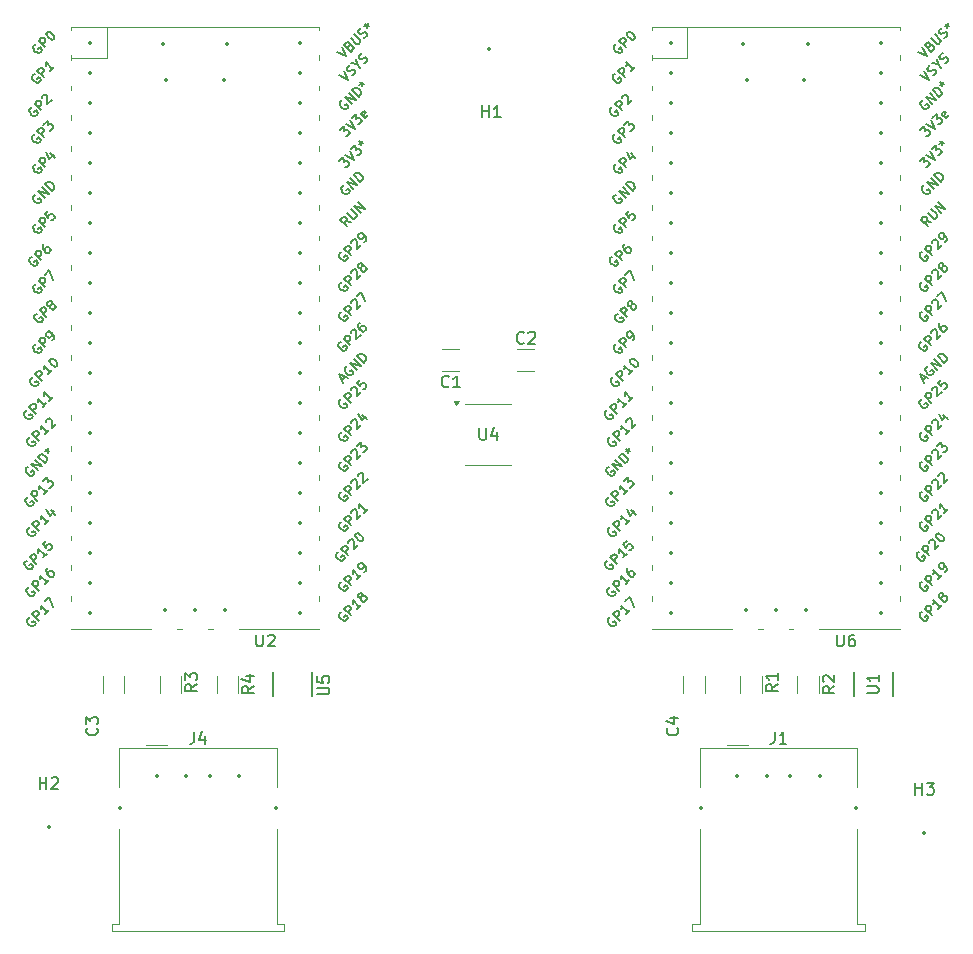
<source format=gto>
%TF.GenerationSoftware,KiCad,Pcbnew,8.0.4*%
%TF.CreationDate,2024-10-03T12:24:39+05:30*%
%TF.ProjectId,DeskHop_Rev1,4465736b-486f-4705-9f52-6576312e6b69,rev?*%
%TF.SameCoordinates,Original*%
%TF.FileFunction,Legend,Top*%
%TF.FilePolarity,Positive*%
%FSLAX46Y46*%
G04 Gerber Fmt 4.6, Leading zero omitted, Abs format (unit mm)*
G04 Created by KiCad (PCBNEW 8.0.4) date 2024-10-03 12:24:39*
%MOMM*%
%LPD*%
G01*
G04 APERTURE LIST*
%ADD10C,0.150000*%
%ADD11C,0.120000*%
%ADD12C,0.152400*%
%ADD13C,0.350000*%
G04 APERTURE END LIST*
D10*
X170137018Y-100903699D02*
X169660827Y-101237032D01*
X170137018Y-101475127D02*
X169137018Y-101475127D01*
X169137018Y-101475127D02*
X169137018Y-101094175D01*
X169137018Y-101094175D02*
X169184637Y-100998937D01*
X169184637Y-100998937D02*
X169232256Y-100951318D01*
X169232256Y-100951318D02*
X169327494Y-100903699D01*
X169327494Y-100903699D02*
X169470351Y-100903699D01*
X169470351Y-100903699D02*
X169565589Y-100951318D01*
X169565589Y-100951318D02*
X169613208Y-100998937D01*
X169613208Y-100998937D02*
X169660827Y-101094175D01*
X169660827Y-101094175D02*
X169660827Y-101475127D01*
X169232256Y-100522746D02*
X169184637Y-100475127D01*
X169184637Y-100475127D02*
X169137018Y-100379889D01*
X169137018Y-100379889D02*
X169137018Y-100141794D01*
X169137018Y-100141794D02*
X169184637Y-100046556D01*
X169184637Y-100046556D02*
X169232256Y-99998937D01*
X169232256Y-99998937D02*
X169327494Y-99951318D01*
X169327494Y-99951318D02*
X169422732Y-99951318D01*
X169422732Y-99951318D02*
X169565589Y-99998937D01*
X169565589Y-99998937D02*
X170137018Y-100570365D01*
X170137018Y-100570365D02*
X170137018Y-99951318D01*
X176997095Y-110085852D02*
X176997095Y-109085852D01*
X176997095Y-109562042D02*
X177568523Y-109562042D01*
X177568523Y-110085852D02*
X177568523Y-109085852D01*
X177949476Y-109085852D02*
X178568523Y-109085852D01*
X178568523Y-109085852D02*
X178235190Y-109466804D01*
X178235190Y-109466804D02*
X178378047Y-109466804D01*
X178378047Y-109466804D02*
X178473285Y-109514423D01*
X178473285Y-109514423D02*
X178520904Y-109562042D01*
X178520904Y-109562042D02*
X178568523Y-109657280D01*
X178568523Y-109657280D02*
X178568523Y-109895375D01*
X178568523Y-109895375D02*
X178520904Y-109990613D01*
X178520904Y-109990613D02*
X178473285Y-110038233D01*
X178473285Y-110038233D02*
X178378047Y-110085852D01*
X178378047Y-110085852D02*
X178092333Y-110085852D01*
X178092333Y-110085852D02*
X177997095Y-110038233D01*
X177997095Y-110038233D02*
X177949476Y-109990613D01*
X170347293Y-96542603D02*
X170347293Y-97352126D01*
X170347293Y-97352126D02*
X170394912Y-97447364D01*
X170394912Y-97447364D02*
X170442531Y-97494984D01*
X170442531Y-97494984D02*
X170537769Y-97542603D01*
X170537769Y-97542603D02*
X170728245Y-97542603D01*
X170728245Y-97542603D02*
X170823483Y-97494984D01*
X170823483Y-97494984D02*
X170871102Y-97447364D01*
X170871102Y-97447364D02*
X170918721Y-97352126D01*
X170918721Y-97352126D02*
X170918721Y-96542603D01*
X171823483Y-96542603D02*
X171633007Y-96542603D01*
X171633007Y-96542603D02*
X171537769Y-96590222D01*
X171537769Y-96590222D02*
X171490150Y-96637841D01*
X171490150Y-96637841D02*
X171394912Y-96780698D01*
X171394912Y-96780698D02*
X171347293Y-96971174D01*
X171347293Y-96971174D02*
X171347293Y-97352126D01*
X171347293Y-97352126D02*
X171394912Y-97447364D01*
X171394912Y-97447364D02*
X171442531Y-97494984D01*
X171442531Y-97494984D02*
X171537769Y-97542603D01*
X171537769Y-97542603D02*
X171728245Y-97542603D01*
X171728245Y-97542603D02*
X171823483Y-97494984D01*
X171823483Y-97494984D02*
X171871102Y-97447364D01*
X171871102Y-97447364D02*
X171918721Y-97352126D01*
X171918721Y-97352126D02*
X171918721Y-97114031D01*
X171918721Y-97114031D02*
X171871102Y-97018793D01*
X171871102Y-97018793D02*
X171823483Y-96971174D01*
X171823483Y-96971174D02*
X171728245Y-96923555D01*
X171728245Y-96923555D02*
X171537769Y-96923555D01*
X171537769Y-96923555D02*
X171442531Y-96971174D01*
X171442531Y-96971174D02*
X171394912Y-97018793D01*
X171394912Y-97018793D02*
X171347293Y-97114031D01*
X151342570Y-64579278D02*
X151261758Y-64606215D01*
X151261758Y-64606215D02*
X151180946Y-64687027D01*
X151180946Y-64687027D02*
X151127071Y-64794777D01*
X151127071Y-64794777D02*
X151127071Y-64902526D01*
X151127071Y-64902526D02*
X151154008Y-64983339D01*
X151154008Y-64983339D02*
X151234821Y-65118026D01*
X151234821Y-65118026D02*
X151315633Y-65198838D01*
X151315633Y-65198838D02*
X151450320Y-65279650D01*
X151450320Y-65279650D02*
X151531132Y-65306587D01*
X151531132Y-65306587D02*
X151638882Y-65306587D01*
X151638882Y-65306587D02*
X151746631Y-65252713D01*
X151746631Y-65252713D02*
X151800506Y-65198838D01*
X151800506Y-65198838D02*
X151854381Y-65091088D01*
X151854381Y-65091088D02*
X151854381Y-65037213D01*
X151854381Y-65037213D02*
X151665819Y-64848652D01*
X151665819Y-64848652D02*
X151558069Y-64956401D01*
X152150692Y-64848652D02*
X151585007Y-64282966D01*
X151585007Y-64282966D02*
X151800506Y-64067467D01*
X151800506Y-64067467D02*
X151881318Y-64040530D01*
X151881318Y-64040530D02*
X151935193Y-64040530D01*
X151935193Y-64040530D02*
X152016005Y-64067467D01*
X152016005Y-64067467D02*
X152096817Y-64148279D01*
X152096817Y-64148279D02*
X152123755Y-64229091D01*
X152123755Y-64229091D02*
X152123755Y-64282966D01*
X152123755Y-64282966D02*
X152096817Y-64363778D01*
X152096817Y-64363778D02*
X151881318Y-64579278D01*
X152393129Y-63474844D02*
X152285379Y-63582594D01*
X152285379Y-63582594D02*
X152258442Y-63663406D01*
X152258442Y-63663406D02*
X152258442Y-63717281D01*
X152258442Y-63717281D02*
X152285379Y-63851968D01*
X152285379Y-63851968D02*
X152366191Y-63986655D01*
X152366191Y-63986655D02*
X152581691Y-64202154D01*
X152581691Y-64202154D02*
X152662503Y-64229091D01*
X152662503Y-64229091D02*
X152716378Y-64229091D01*
X152716378Y-64229091D02*
X152797190Y-64202154D01*
X152797190Y-64202154D02*
X152904939Y-64094404D01*
X152904939Y-64094404D02*
X152931877Y-64013592D01*
X152931877Y-64013592D02*
X152931877Y-63959717D01*
X152931877Y-63959717D02*
X152904939Y-63878905D01*
X152904939Y-63878905D02*
X152770252Y-63744218D01*
X152770252Y-63744218D02*
X152689440Y-63717281D01*
X152689440Y-63717281D02*
X152635565Y-63717281D01*
X152635565Y-63717281D02*
X152554753Y-63744218D01*
X152554753Y-63744218D02*
X152447004Y-63851968D01*
X152447004Y-63851968D02*
X152420066Y-63932780D01*
X152420066Y-63932780D02*
X152420066Y-63986655D01*
X152420066Y-63986655D02*
X152447004Y-64067467D01*
X151342570Y-51889278D02*
X151261758Y-51916215D01*
X151261758Y-51916215D02*
X151180946Y-51997027D01*
X151180946Y-51997027D02*
X151127071Y-52104777D01*
X151127071Y-52104777D02*
X151127071Y-52212526D01*
X151127071Y-52212526D02*
X151154008Y-52293339D01*
X151154008Y-52293339D02*
X151234821Y-52428026D01*
X151234821Y-52428026D02*
X151315633Y-52508838D01*
X151315633Y-52508838D02*
X151450320Y-52589650D01*
X151450320Y-52589650D02*
X151531132Y-52616587D01*
X151531132Y-52616587D02*
X151638882Y-52616587D01*
X151638882Y-52616587D02*
X151746631Y-52562713D01*
X151746631Y-52562713D02*
X151800506Y-52508838D01*
X151800506Y-52508838D02*
X151854381Y-52401088D01*
X151854381Y-52401088D02*
X151854381Y-52347213D01*
X151854381Y-52347213D02*
X151665819Y-52158652D01*
X151665819Y-52158652D02*
X151558069Y-52266401D01*
X152150692Y-52158652D02*
X151585007Y-51592966D01*
X151585007Y-51592966D02*
X151800506Y-51377467D01*
X151800506Y-51377467D02*
X151881318Y-51350530D01*
X151881318Y-51350530D02*
X151935193Y-51350530D01*
X151935193Y-51350530D02*
X152016005Y-51377467D01*
X152016005Y-51377467D02*
X152096817Y-51458279D01*
X152096817Y-51458279D02*
X152123755Y-51539091D01*
X152123755Y-51539091D02*
X152123755Y-51592966D01*
X152123755Y-51592966D02*
X152096817Y-51673778D01*
X152096817Y-51673778D02*
X151881318Y-51889278D01*
X152177630Y-51108093D02*
X152177630Y-51054218D01*
X152177630Y-51054218D02*
X152204567Y-50973406D01*
X152204567Y-50973406D02*
X152339254Y-50838719D01*
X152339254Y-50838719D02*
X152420066Y-50811782D01*
X152420066Y-50811782D02*
X152473941Y-50811782D01*
X152473941Y-50811782D02*
X152554753Y-50838719D01*
X152554753Y-50838719D02*
X152608628Y-50892594D01*
X152608628Y-50892594D02*
X152662503Y-51000343D01*
X152662503Y-51000343D02*
X152662503Y-51646841D01*
X152662503Y-51646841D02*
X153012689Y-51296655D01*
X177383470Y-49178275D02*
X178137717Y-49555399D01*
X178137717Y-49555399D02*
X177760594Y-48801151D01*
X178460966Y-49178275D02*
X178568716Y-49124400D01*
X178568716Y-49124400D02*
X178703403Y-48989713D01*
X178703403Y-48989713D02*
X178730340Y-48908901D01*
X178730340Y-48908901D02*
X178730340Y-48855026D01*
X178730340Y-48855026D02*
X178703403Y-48774214D01*
X178703403Y-48774214D02*
X178649528Y-48720339D01*
X178649528Y-48720339D02*
X178568716Y-48693402D01*
X178568716Y-48693402D02*
X178514841Y-48693402D01*
X178514841Y-48693402D02*
X178434029Y-48720339D01*
X178434029Y-48720339D02*
X178299342Y-48801151D01*
X178299342Y-48801151D02*
X178218529Y-48828089D01*
X178218529Y-48828089D02*
X178164655Y-48828089D01*
X178164655Y-48828089D02*
X178083842Y-48801151D01*
X178083842Y-48801151D02*
X178029968Y-48747277D01*
X178029968Y-48747277D02*
X178003030Y-48666464D01*
X178003030Y-48666464D02*
X178003030Y-48612590D01*
X178003030Y-48612590D02*
X178029968Y-48531777D01*
X178029968Y-48531777D02*
X178164655Y-48397090D01*
X178164655Y-48397090D02*
X178272404Y-48343216D01*
X178891965Y-48262403D02*
X179161339Y-48531777D01*
X178407091Y-48154654D02*
X178891965Y-48262403D01*
X178891965Y-48262403D02*
X178784215Y-47777530D01*
X179484587Y-48154654D02*
X179592337Y-48100779D01*
X179592337Y-48100779D02*
X179727024Y-47966092D01*
X179727024Y-47966092D02*
X179753961Y-47885280D01*
X179753961Y-47885280D02*
X179753961Y-47831405D01*
X179753961Y-47831405D02*
X179727024Y-47750593D01*
X179727024Y-47750593D02*
X179673149Y-47696718D01*
X179673149Y-47696718D02*
X179592337Y-47669781D01*
X179592337Y-47669781D02*
X179538462Y-47669781D01*
X179538462Y-47669781D02*
X179457650Y-47696718D01*
X179457650Y-47696718D02*
X179322963Y-47777530D01*
X179322963Y-47777530D02*
X179242151Y-47804468D01*
X179242151Y-47804468D02*
X179188276Y-47804468D01*
X179188276Y-47804468D02*
X179107464Y-47777530D01*
X179107464Y-47777530D02*
X179053589Y-47723655D01*
X179053589Y-47723655D02*
X179026651Y-47642843D01*
X179026651Y-47642843D02*
X179026651Y-47588968D01*
X179026651Y-47588968D02*
X179053589Y-47508156D01*
X179053589Y-47508156D02*
X179188276Y-47373469D01*
X179188276Y-47373469D02*
X179296025Y-47319594D01*
X151678093Y-61787527D02*
X151597281Y-61814464D01*
X151597281Y-61814464D02*
X151516469Y-61895276D01*
X151516469Y-61895276D02*
X151462594Y-62003026D01*
X151462594Y-62003026D02*
X151462594Y-62110775D01*
X151462594Y-62110775D02*
X151489531Y-62191588D01*
X151489531Y-62191588D02*
X151570344Y-62326275D01*
X151570344Y-62326275D02*
X151651156Y-62407087D01*
X151651156Y-62407087D02*
X151785843Y-62487899D01*
X151785843Y-62487899D02*
X151866655Y-62514836D01*
X151866655Y-62514836D02*
X151974405Y-62514836D01*
X151974405Y-62514836D02*
X152082154Y-62460962D01*
X152082154Y-62460962D02*
X152136029Y-62407087D01*
X152136029Y-62407087D02*
X152189904Y-62299337D01*
X152189904Y-62299337D02*
X152189904Y-62245462D01*
X152189904Y-62245462D02*
X152001342Y-62056901D01*
X152001342Y-62056901D02*
X151893592Y-62164650D01*
X152486215Y-62056901D02*
X151920530Y-61491215D01*
X151920530Y-61491215D02*
X152136029Y-61275716D01*
X152136029Y-61275716D02*
X152216841Y-61248779D01*
X152216841Y-61248779D02*
X152270716Y-61248779D01*
X152270716Y-61248779D02*
X152351528Y-61275716D01*
X152351528Y-61275716D02*
X152432340Y-61356528D01*
X152432340Y-61356528D02*
X152459278Y-61437340D01*
X152459278Y-61437340D02*
X152459278Y-61491215D01*
X152459278Y-61491215D02*
X152432340Y-61572027D01*
X152432340Y-61572027D02*
X152216841Y-61787527D01*
X152755589Y-60656156D02*
X152486215Y-60925530D01*
X152486215Y-60925530D02*
X152728652Y-61221841D01*
X152728652Y-61221841D02*
X152728652Y-61167966D01*
X152728652Y-61167966D02*
X152755589Y-61087154D01*
X152755589Y-61087154D02*
X152890276Y-60952467D01*
X152890276Y-60952467D02*
X152971088Y-60925530D01*
X152971088Y-60925530D02*
X153024963Y-60925530D01*
X153024963Y-60925530D02*
X153105775Y-60952467D01*
X153105775Y-60952467D02*
X153240462Y-61087154D01*
X153240462Y-61087154D02*
X153267400Y-61167966D01*
X153267400Y-61167966D02*
X153267400Y-61221841D01*
X153267400Y-61221841D02*
X153240462Y-61302653D01*
X153240462Y-61302653D02*
X153105775Y-61437340D01*
X153105775Y-61437340D02*
X153024963Y-61464278D01*
X153024963Y-61464278D02*
X152971088Y-61464278D01*
X151678093Y-66867527D02*
X151597281Y-66894464D01*
X151597281Y-66894464D02*
X151516469Y-66975276D01*
X151516469Y-66975276D02*
X151462594Y-67083026D01*
X151462594Y-67083026D02*
X151462594Y-67190775D01*
X151462594Y-67190775D02*
X151489531Y-67271588D01*
X151489531Y-67271588D02*
X151570344Y-67406275D01*
X151570344Y-67406275D02*
X151651156Y-67487087D01*
X151651156Y-67487087D02*
X151785843Y-67567899D01*
X151785843Y-67567899D02*
X151866655Y-67594836D01*
X151866655Y-67594836D02*
X151974405Y-67594836D01*
X151974405Y-67594836D02*
X152082154Y-67540962D01*
X152082154Y-67540962D02*
X152136029Y-67487087D01*
X152136029Y-67487087D02*
X152189904Y-67379337D01*
X152189904Y-67379337D02*
X152189904Y-67325462D01*
X152189904Y-67325462D02*
X152001342Y-67136901D01*
X152001342Y-67136901D02*
X151893592Y-67244650D01*
X152486215Y-67136901D02*
X151920530Y-66571215D01*
X151920530Y-66571215D02*
X152136029Y-66355716D01*
X152136029Y-66355716D02*
X152216841Y-66328779D01*
X152216841Y-66328779D02*
X152270716Y-66328779D01*
X152270716Y-66328779D02*
X152351528Y-66355716D01*
X152351528Y-66355716D02*
X152432340Y-66436528D01*
X152432340Y-66436528D02*
X152459278Y-66517340D01*
X152459278Y-66517340D02*
X152459278Y-66571215D01*
X152459278Y-66571215D02*
X152432340Y-66652027D01*
X152432340Y-66652027D02*
X152216841Y-66867527D01*
X152432340Y-66059405D02*
X152809464Y-65682281D01*
X152809464Y-65682281D02*
X153132713Y-66490403D01*
X151035657Y-82349963D02*
X150954844Y-82376901D01*
X150954844Y-82376901D02*
X150874032Y-82457713D01*
X150874032Y-82457713D02*
X150820157Y-82565462D01*
X150820157Y-82565462D02*
X150820157Y-82673212D01*
X150820157Y-82673212D02*
X150847095Y-82754024D01*
X150847095Y-82754024D02*
X150927907Y-82888711D01*
X150927907Y-82888711D02*
X151008719Y-82969523D01*
X151008719Y-82969523D02*
X151143406Y-83050336D01*
X151143406Y-83050336D02*
X151224218Y-83077273D01*
X151224218Y-83077273D02*
X151331968Y-83077273D01*
X151331968Y-83077273D02*
X151439718Y-83023398D01*
X151439718Y-83023398D02*
X151493592Y-82969523D01*
X151493592Y-82969523D02*
X151547467Y-82861774D01*
X151547467Y-82861774D02*
X151547467Y-82807899D01*
X151547467Y-82807899D02*
X151358905Y-82619337D01*
X151358905Y-82619337D02*
X151251156Y-82727087D01*
X151843779Y-82619337D02*
X151278093Y-82053652D01*
X151278093Y-82053652D02*
X152167027Y-82296088D01*
X152167027Y-82296088D02*
X151601342Y-81730403D01*
X152436401Y-82026715D02*
X151870716Y-81461029D01*
X151870716Y-81461029D02*
X152005403Y-81326342D01*
X152005403Y-81326342D02*
X152113153Y-81272467D01*
X152113153Y-81272467D02*
X152220902Y-81272467D01*
X152220902Y-81272467D02*
X152301714Y-81299405D01*
X152301714Y-81299405D02*
X152436401Y-81380217D01*
X152436401Y-81380217D02*
X152517214Y-81461029D01*
X152517214Y-81461029D02*
X152598026Y-81595716D01*
X152598026Y-81595716D02*
X152624963Y-81676528D01*
X152624963Y-81676528D02*
X152624963Y-81784278D01*
X152624963Y-81784278D02*
X152571088Y-81892028D01*
X152571088Y-81892028D02*
X152436401Y-82026715D01*
X152517214Y-80814531D02*
X152651901Y-80949218D01*
X152463339Y-81030031D02*
X152651901Y-80949218D01*
X152651901Y-80949218D02*
X152732713Y-80760657D01*
X152678838Y-81137780D02*
X152651901Y-80949218D01*
X152651901Y-80949218D02*
X152840462Y-80976156D01*
X177560719Y-94628901D02*
X177479906Y-94655838D01*
X177479906Y-94655838D02*
X177399094Y-94736651D01*
X177399094Y-94736651D02*
X177345219Y-94844400D01*
X177345219Y-94844400D02*
X177345219Y-94952150D01*
X177345219Y-94952150D02*
X177372157Y-95032962D01*
X177372157Y-95032962D02*
X177452969Y-95167649D01*
X177452969Y-95167649D02*
X177533781Y-95248461D01*
X177533781Y-95248461D02*
X177668468Y-95329274D01*
X177668468Y-95329274D02*
X177749281Y-95356211D01*
X177749281Y-95356211D02*
X177857030Y-95356211D01*
X177857030Y-95356211D02*
X177964780Y-95302336D01*
X177964780Y-95302336D02*
X178018655Y-95248461D01*
X178018655Y-95248461D02*
X178072529Y-95140712D01*
X178072529Y-95140712D02*
X178072529Y-95086837D01*
X178072529Y-95086837D02*
X177883968Y-94898275D01*
X177883968Y-94898275D02*
X177776218Y-95006025D01*
X178368841Y-94898275D02*
X177803155Y-94332590D01*
X177803155Y-94332590D02*
X178018655Y-94117090D01*
X178018655Y-94117090D02*
X178099467Y-94090153D01*
X178099467Y-94090153D02*
X178153342Y-94090153D01*
X178153342Y-94090153D02*
X178234154Y-94117090D01*
X178234154Y-94117090D02*
X178314966Y-94197903D01*
X178314966Y-94197903D02*
X178341903Y-94278715D01*
X178341903Y-94278715D02*
X178341903Y-94332590D01*
X178341903Y-94332590D02*
X178314966Y-94413402D01*
X178314966Y-94413402D02*
X178099467Y-94628901D01*
X179230838Y-94036278D02*
X178907589Y-94359527D01*
X179069213Y-94197903D02*
X178503528Y-93632217D01*
X178503528Y-93632217D02*
X178530465Y-93766904D01*
X178530465Y-93766904D02*
X178530465Y-93874654D01*
X178530465Y-93874654D02*
X178503528Y-93955466D01*
X179230838Y-93389780D02*
X179150026Y-93416718D01*
X179150026Y-93416718D02*
X179096151Y-93416718D01*
X179096151Y-93416718D02*
X179015339Y-93389780D01*
X179015339Y-93389780D02*
X178988401Y-93362843D01*
X178988401Y-93362843D02*
X178961464Y-93282031D01*
X178961464Y-93282031D02*
X178961464Y-93228156D01*
X178961464Y-93228156D02*
X178988401Y-93147344D01*
X178988401Y-93147344D02*
X179096151Y-93039594D01*
X179096151Y-93039594D02*
X179176963Y-93012657D01*
X179176963Y-93012657D02*
X179230838Y-93012657D01*
X179230838Y-93012657D02*
X179311650Y-93039594D01*
X179311650Y-93039594D02*
X179338587Y-93066532D01*
X179338587Y-93066532D02*
X179365525Y-93147344D01*
X179365525Y-93147344D02*
X179365525Y-93201219D01*
X179365525Y-93201219D02*
X179338587Y-93282031D01*
X179338587Y-93282031D02*
X179230838Y-93389780D01*
X179230838Y-93389780D02*
X179203900Y-93470593D01*
X179203900Y-93470593D02*
X179203900Y-93524467D01*
X179203900Y-93524467D02*
X179230838Y-93605280D01*
X179230838Y-93605280D02*
X179338587Y-93713029D01*
X179338587Y-93713029D02*
X179419400Y-93739967D01*
X179419400Y-93739967D02*
X179473274Y-93739967D01*
X179473274Y-93739967D02*
X179554087Y-93713029D01*
X179554087Y-93713029D02*
X179661836Y-93605280D01*
X179661836Y-93605280D02*
X179688774Y-93524467D01*
X179688774Y-93524467D02*
X179688774Y-93470593D01*
X179688774Y-93470593D02*
X179661836Y-93389780D01*
X179661836Y-93389780D02*
X179554087Y-93282031D01*
X179554087Y-93282031D02*
X179473274Y-93255093D01*
X179473274Y-93255093D02*
X179419400Y-93255093D01*
X179419400Y-93255093D02*
X179338587Y-93282031D01*
X177614594Y-75009273D02*
X177883968Y-74739899D01*
X177722344Y-75224772D02*
X177345220Y-74470525D01*
X177345220Y-74470525D02*
X178099467Y-74847648D01*
X178045592Y-73824027D02*
X177964780Y-73850965D01*
X177964780Y-73850965D02*
X177883968Y-73931777D01*
X177883968Y-73931777D02*
X177830093Y-74039527D01*
X177830093Y-74039527D02*
X177830093Y-74147276D01*
X177830093Y-74147276D02*
X177857031Y-74228088D01*
X177857031Y-74228088D02*
X177937843Y-74362775D01*
X177937843Y-74362775D02*
X178018655Y-74443588D01*
X178018655Y-74443588D02*
X178153342Y-74524400D01*
X178153342Y-74524400D02*
X178234154Y-74551337D01*
X178234154Y-74551337D02*
X178341904Y-74551337D01*
X178341904Y-74551337D02*
X178449653Y-74497462D01*
X178449653Y-74497462D02*
X178503528Y-74443588D01*
X178503528Y-74443588D02*
X178557403Y-74335838D01*
X178557403Y-74335838D02*
X178557403Y-74281963D01*
X178557403Y-74281963D02*
X178368841Y-74093401D01*
X178368841Y-74093401D02*
X178261092Y-74201151D01*
X178853714Y-74093401D02*
X178288029Y-73527716D01*
X178288029Y-73527716D02*
X179176963Y-73770153D01*
X179176963Y-73770153D02*
X178611278Y-73204467D01*
X179446337Y-73500779D02*
X178880652Y-72935093D01*
X178880652Y-72935093D02*
X179015339Y-72800406D01*
X179015339Y-72800406D02*
X179123088Y-72746531D01*
X179123088Y-72746531D02*
X179230838Y-72746531D01*
X179230838Y-72746531D02*
X179311650Y-72773469D01*
X179311650Y-72773469D02*
X179446337Y-72854281D01*
X179446337Y-72854281D02*
X179527149Y-72935093D01*
X179527149Y-72935093D02*
X179607962Y-73069780D01*
X179607962Y-73069780D02*
X179634899Y-73150593D01*
X179634899Y-73150593D02*
X179634899Y-73258342D01*
X179634899Y-73258342D02*
X179581024Y-73366092D01*
X179581024Y-73366092D02*
X179446337Y-73500779D01*
X177628134Y-51313714D02*
X177547321Y-51340652D01*
X177547321Y-51340652D02*
X177466509Y-51421464D01*
X177466509Y-51421464D02*
X177412634Y-51529213D01*
X177412634Y-51529213D02*
X177412634Y-51636963D01*
X177412634Y-51636963D02*
X177439572Y-51717775D01*
X177439572Y-51717775D02*
X177520384Y-51852462D01*
X177520384Y-51852462D02*
X177601196Y-51933274D01*
X177601196Y-51933274D02*
X177735883Y-52014087D01*
X177735883Y-52014087D02*
X177816695Y-52041024D01*
X177816695Y-52041024D02*
X177924445Y-52041024D01*
X177924445Y-52041024D02*
X178032195Y-51987149D01*
X178032195Y-51987149D02*
X178086069Y-51933274D01*
X178086069Y-51933274D02*
X178139944Y-51825525D01*
X178139944Y-51825525D02*
X178139944Y-51771650D01*
X178139944Y-51771650D02*
X177951382Y-51583088D01*
X177951382Y-51583088D02*
X177843633Y-51690838D01*
X178436256Y-51583088D02*
X177870570Y-51017403D01*
X177870570Y-51017403D02*
X178759504Y-51259839D01*
X178759504Y-51259839D02*
X178193819Y-50694154D01*
X179028878Y-50990466D02*
X178463193Y-50424780D01*
X178463193Y-50424780D02*
X178597880Y-50290093D01*
X178597880Y-50290093D02*
X178705630Y-50236218D01*
X178705630Y-50236218D02*
X178813379Y-50236218D01*
X178813379Y-50236218D02*
X178894191Y-50263156D01*
X178894191Y-50263156D02*
X179028878Y-50343968D01*
X179028878Y-50343968D02*
X179109691Y-50424780D01*
X179109691Y-50424780D02*
X179190503Y-50559467D01*
X179190503Y-50559467D02*
X179217440Y-50640279D01*
X179217440Y-50640279D02*
X179217440Y-50748029D01*
X179217440Y-50748029D02*
X179163565Y-50855779D01*
X179163565Y-50855779D02*
X179028878Y-50990466D01*
X179109691Y-49778282D02*
X179244378Y-49912969D01*
X179055816Y-49993782D02*
X179244378Y-49912969D01*
X179244378Y-49912969D02*
X179325190Y-49724408D01*
X179271315Y-50101531D02*
X179244378Y-49912969D01*
X179244378Y-49912969D02*
X179432939Y-49939907D01*
X177560719Y-87008901D02*
X177479906Y-87035838D01*
X177479906Y-87035838D02*
X177399094Y-87116651D01*
X177399094Y-87116651D02*
X177345219Y-87224400D01*
X177345219Y-87224400D02*
X177345219Y-87332150D01*
X177345219Y-87332150D02*
X177372157Y-87412962D01*
X177372157Y-87412962D02*
X177452969Y-87547649D01*
X177452969Y-87547649D02*
X177533781Y-87628461D01*
X177533781Y-87628461D02*
X177668468Y-87709274D01*
X177668468Y-87709274D02*
X177749281Y-87736211D01*
X177749281Y-87736211D02*
X177857030Y-87736211D01*
X177857030Y-87736211D02*
X177964780Y-87682336D01*
X177964780Y-87682336D02*
X178018655Y-87628461D01*
X178018655Y-87628461D02*
X178072529Y-87520712D01*
X178072529Y-87520712D02*
X178072529Y-87466837D01*
X178072529Y-87466837D02*
X177883968Y-87278275D01*
X177883968Y-87278275D02*
X177776218Y-87386025D01*
X178368841Y-87278275D02*
X177803155Y-86712590D01*
X177803155Y-86712590D02*
X178018655Y-86497090D01*
X178018655Y-86497090D02*
X178099467Y-86470153D01*
X178099467Y-86470153D02*
X178153342Y-86470153D01*
X178153342Y-86470153D02*
X178234154Y-86497090D01*
X178234154Y-86497090D02*
X178314966Y-86577903D01*
X178314966Y-86577903D02*
X178341903Y-86658715D01*
X178341903Y-86658715D02*
X178341903Y-86712590D01*
X178341903Y-86712590D02*
X178314966Y-86793402D01*
X178314966Y-86793402D02*
X178099467Y-87008901D01*
X178395778Y-86227716D02*
X178395778Y-86173842D01*
X178395778Y-86173842D02*
X178422716Y-86093029D01*
X178422716Y-86093029D02*
X178557403Y-85958342D01*
X178557403Y-85958342D02*
X178638215Y-85931405D01*
X178638215Y-85931405D02*
X178692090Y-85931405D01*
X178692090Y-85931405D02*
X178772902Y-85958342D01*
X178772902Y-85958342D02*
X178826777Y-86012217D01*
X178826777Y-86012217D02*
X178880651Y-86119967D01*
X178880651Y-86119967D02*
X178880651Y-86766464D01*
X178880651Y-86766464D02*
X179230838Y-86416278D01*
X179769586Y-85877530D02*
X179446337Y-86200779D01*
X179607961Y-86039154D02*
X179042276Y-85473469D01*
X179042276Y-85473469D02*
X179069213Y-85608156D01*
X179069213Y-85608156D02*
X179069213Y-85715906D01*
X179069213Y-85715906D02*
X179042276Y-85796718D01*
X151108719Y-92536901D02*
X151027906Y-92563838D01*
X151027906Y-92563838D02*
X150947094Y-92644651D01*
X150947094Y-92644651D02*
X150893219Y-92752400D01*
X150893219Y-92752400D02*
X150893219Y-92860150D01*
X150893219Y-92860150D02*
X150920157Y-92940962D01*
X150920157Y-92940962D02*
X151000969Y-93075649D01*
X151000969Y-93075649D02*
X151081781Y-93156461D01*
X151081781Y-93156461D02*
X151216468Y-93237274D01*
X151216468Y-93237274D02*
X151297281Y-93264211D01*
X151297281Y-93264211D02*
X151405030Y-93264211D01*
X151405030Y-93264211D02*
X151512780Y-93210336D01*
X151512780Y-93210336D02*
X151566655Y-93156461D01*
X151566655Y-93156461D02*
X151620529Y-93048712D01*
X151620529Y-93048712D02*
X151620529Y-92994837D01*
X151620529Y-92994837D02*
X151431968Y-92806275D01*
X151431968Y-92806275D02*
X151324218Y-92914025D01*
X151916841Y-92806275D02*
X151351155Y-92240590D01*
X151351155Y-92240590D02*
X151566655Y-92025090D01*
X151566655Y-92025090D02*
X151647467Y-91998153D01*
X151647467Y-91998153D02*
X151701342Y-91998153D01*
X151701342Y-91998153D02*
X151782154Y-92025090D01*
X151782154Y-92025090D02*
X151862966Y-92105903D01*
X151862966Y-92105903D02*
X151889903Y-92186715D01*
X151889903Y-92186715D02*
X151889903Y-92240590D01*
X151889903Y-92240590D02*
X151862966Y-92321402D01*
X151862966Y-92321402D02*
X151647467Y-92536901D01*
X152778838Y-91944278D02*
X152455589Y-92267527D01*
X152617213Y-92105903D02*
X152051528Y-91540217D01*
X152051528Y-91540217D02*
X152078465Y-91674904D01*
X152078465Y-91674904D02*
X152078465Y-91782654D01*
X152078465Y-91782654D02*
X152051528Y-91863466D01*
X152698026Y-90893719D02*
X152590276Y-91001469D01*
X152590276Y-91001469D02*
X152563339Y-91082281D01*
X152563339Y-91082281D02*
X152563339Y-91136156D01*
X152563339Y-91136156D02*
X152590276Y-91270843D01*
X152590276Y-91270843D02*
X152671088Y-91405530D01*
X152671088Y-91405530D02*
X152886587Y-91621029D01*
X152886587Y-91621029D02*
X152967400Y-91647967D01*
X152967400Y-91647967D02*
X153021274Y-91647967D01*
X153021274Y-91647967D02*
X153102087Y-91621029D01*
X153102087Y-91621029D02*
X153209836Y-91513280D01*
X153209836Y-91513280D02*
X153236774Y-91432467D01*
X153236774Y-91432467D02*
X153236774Y-91378593D01*
X153236774Y-91378593D02*
X153209836Y-91297780D01*
X153209836Y-91297780D02*
X153075149Y-91163093D01*
X153075149Y-91163093D02*
X152994337Y-91136156D01*
X152994337Y-91136156D02*
X152940462Y-91136156D01*
X152940462Y-91136156D02*
X152859650Y-91163093D01*
X152859650Y-91163093D02*
X152751900Y-91270843D01*
X152751900Y-91270843D02*
X152724963Y-91351655D01*
X152724963Y-91351655D02*
X152724963Y-91405530D01*
X152724963Y-91405530D02*
X152751900Y-91486342D01*
X177560719Y-66698901D02*
X177479906Y-66725838D01*
X177479906Y-66725838D02*
X177399094Y-66806651D01*
X177399094Y-66806651D02*
X177345219Y-66914400D01*
X177345219Y-66914400D02*
X177345219Y-67022150D01*
X177345219Y-67022150D02*
X177372157Y-67102962D01*
X177372157Y-67102962D02*
X177452969Y-67237649D01*
X177452969Y-67237649D02*
X177533781Y-67318461D01*
X177533781Y-67318461D02*
X177668468Y-67399274D01*
X177668468Y-67399274D02*
X177749281Y-67426211D01*
X177749281Y-67426211D02*
X177857030Y-67426211D01*
X177857030Y-67426211D02*
X177964780Y-67372336D01*
X177964780Y-67372336D02*
X178018655Y-67318461D01*
X178018655Y-67318461D02*
X178072529Y-67210712D01*
X178072529Y-67210712D02*
X178072529Y-67156837D01*
X178072529Y-67156837D02*
X177883968Y-66968275D01*
X177883968Y-66968275D02*
X177776218Y-67076025D01*
X178368841Y-66968275D02*
X177803155Y-66402590D01*
X177803155Y-66402590D02*
X178018655Y-66187090D01*
X178018655Y-66187090D02*
X178099467Y-66160153D01*
X178099467Y-66160153D02*
X178153342Y-66160153D01*
X178153342Y-66160153D02*
X178234154Y-66187090D01*
X178234154Y-66187090D02*
X178314966Y-66267903D01*
X178314966Y-66267903D02*
X178341903Y-66348715D01*
X178341903Y-66348715D02*
X178341903Y-66402590D01*
X178341903Y-66402590D02*
X178314966Y-66483402D01*
X178314966Y-66483402D02*
X178099467Y-66698901D01*
X178395778Y-65917716D02*
X178395778Y-65863842D01*
X178395778Y-65863842D02*
X178422716Y-65783029D01*
X178422716Y-65783029D02*
X178557403Y-65648342D01*
X178557403Y-65648342D02*
X178638215Y-65621405D01*
X178638215Y-65621405D02*
X178692090Y-65621405D01*
X178692090Y-65621405D02*
X178772902Y-65648342D01*
X178772902Y-65648342D02*
X178826777Y-65702217D01*
X178826777Y-65702217D02*
X178880651Y-65809967D01*
X178880651Y-65809967D02*
X178880651Y-66456464D01*
X178880651Y-66456464D02*
X179230838Y-66106278D01*
X179230838Y-65459780D02*
X179150026Y-65486718D01*
X179150026Y-65486718D02*
X179096151Y-65486718D01*
X179096151Y-65486718D02*
X179015339Y-65459780D01*
X179015339Y-65459780D02*
X178988401Y-65432843D01*
X178988401Y-65432843D02*
X178961464Y-65352031D01*
X178961464Y-65352031D02*
X178961464Y-65298156D01*
X178961464Y-65298156D02*
X178988401Y-65217344D01*
X178988401Y-65217344D02*
X179096151Y-65109594D01*
X179096151Y-65109594D02*
X179176963Y-65082657D01*
X179176963Y-65082657D02*
X179230838Y-65082657D01*
X179230838Y-65082657D02*
X179311650Y-65109594D01*
X179311650Y-65109594D02*
X179338587Y-65136532D01*
X179338587Y-65136532D02*
X179365525Y-65217344D01*
X179365525Y-65217344D02*
X179365525Y-65271219D01*
X179365525Y-65271219D02*
X179338587Y-65352031D01*
X179338587Y-65352031D02*
X179230838Y-65459780D01*
X179230838Y-65459780D02*
X179203900Y-65540593D01*
X179203900Y-65540593D02*
X179203900Y-65594467D01*
X179203900Y-65594467D02*
X179230838Y-65675280D01*
X179230838Y-65675280D02*
X179338587Y-65783029D01*
X179338587Y-65783029D02*
X179419400Y-65809967D01*
X179419400Y-65809967D02*
X179473274Y-65809967D01*
X179473274Y-65809967D02*
X179554087Y-65783029D01*
X179554087Y-65783029D02*
X179661836Y-65675280D01*
X179661836Y-65675280D02*
X179688774Y-65594467D01*
X179688774Y-65594467D02*
X179688774Y-65540593D01*
X179688774Y-65540593D02*
X179661836Y-65459780D01*
X179661836Y-65459780D02*
X179554087Y-65352031D01*
X179554087Y-65352031D02*
X179473274Y-65325093D01*
X179473274Y-65325093D02*
X179419400Y-65325093D01*
X179419400Y-65325093D02*
X179338587Y-65352031D01*
X151678093Y-71947527D02*
X151597281Y-71974464D01*
X151597281Y-71974464D02*
X151516469Y-72055276D01*
X151516469Y-72055276D02*
X151462594Y-72163026D01*
X151462594Y-72163026D02*
X151462594Y-72270775D01*
X151462594Y-72270775D02*
X151489531Y-72351588D01*
X151489531Y-72351588D02*
X151570344Y-72486275D01*
X151570344Y-72486275D02*
X151651156Y-72567087D01*
X151651156Y-72567087D02*
X151785843Y-72647899D01*
X151785843Y-72647899D02*
X151866655Y-72674836D01*
X151866655Y-72674836D02*
X151974405Y-72674836D01*
X151974405Y-72674836D02*
X152082154Y-72620962D01*
X152082154Y-72620962D02*
X152136029Y-72567087D01*
X152136029Y-72567087D02*
X152189904Y-72459337D01*
X152189904Y-72459337D02*
X152189904Y-72405462D01*
X152189904Y-72405462D02*
X152001342Y-72216901D01*
X152001342Y-72216901D02*
X151893592Y-72324650D01*
X152486215Y-72216901D02*
X151920530Y-71651215D01*
X151920530Y-71651215D02*
X152136029Y-71435716D01*
X152136029Y-71435716D02*
X152216841Y-71408779D01*
X152216841Y-71408779D02*
X152270716Y-71408779D01*
X152270716Y-71408779D02*
X152351528Y-71435716D01*
X152351528Y-71435716D02*
X152432340Y-71516528D01*
X152432340Y-71516528D02*
X152459278Y-71597340D01*
X152459278Y-71597340D02*
X152459278Y-71651215D01*
X152459278Y-71651215D02*
X152432340Y-71732027D01*
X152432340Y-71732027D02*
X152216841Y-71947527D01*
X153078838Y-71624278D02*
X153186588Y-71516528D01*
X153186588Y-71516528D02*
X153213525Y-71435716D01*
X153213525Y-71435716D02*
X153213525Y-71381841D01*
X153213525Y-71381841D02*
X153186588Y-71247154D01*
X153186588Y-71247154D02*
X153105775Y-71112467D01*
X153105775Y-71112467D02*
X152890276Y-70896968D01*
X152890276Y-70896968D02*
X152809464Y-70870031D01*
X152809464Y-70870031D02*
X152755589Y-70870031D01*
X152755589Y-70870031D02*
X152674777Y-70896968D01*
X152674777Y-70896968D02*
X152567027Y-71004718D01*
X152567027Y-71004718D02*
X152540090Y-71085530D01*
X152540090Y-71085530D02*
X152540090Y-71139405D01*
X152540090Y-71139405D02*
X152567027Y-71220217D01*
X152567027Y-71220217D02*
X152701714Y-71354904D01*
X152701714Y-71354904D02*
X152782527Y-71381841D01*
X152782527Y-71381841D02*
X152836401Y-71381841D01*
X152836401Y-71381841D02*
X152917214Y-71354904D01*
X152917214Y-71354904D02*
X153024963Y-71247154D01*
X153024963Y-71247154D02*
X153051901Y-71166342D01*
X153051901Y-71166342D02*
X153051901Y-71112467D01*
X153051901Y-71112467D02*
X153024963Y-71031655D01*
X151154719Y-87456901D02*
X151073906Y-87483838D01*
X151073906Y-87483838D02*
X150993094Y-87564651D01*
X150993094Y-87564651D02*
X150939219Y-87672400D01*
X150939219Y-87672400D02*
X150939219Y-87780150D01*
X150939219Y-87780150D02*
X150966157Y-87860962D01*
X150966157Y-87860962D02*
X151046969Y-87995649D01*
X151046969Y-87995649D02*
X151127781Y-88076461D01*
X151127781Y-88076461D02*
X151262468Y-88157274D01*
X151262468Y-88157274D02*
X151343281Y-88184211D01*
X151343281Y-88184211D02*
X151451030Y-88184211D01*
X151451030Y-88184211D02*
X151558780Y-88130336D01*
X151558780Y-88130336D02*
X151612655Y-88076461D01*
X151612655Y-88076461D02*
X151666529Y-87968712D01*
X151666529Y-87968712D02*
X151666529Y-87914837D01*
X151666529Y-87914837D02*
X151477968Y-87726275D01*
X151477968Y-87726275D02*
X151370218Y-87834025D01*
X151962841Y-87726275D02*
X151397155Y-87160590D01*
X151397155Y-87160590D02*
X151612655Y-86945090D01*
X151612655Y-86945090D02*
X151693467Y-86918153D01*
X151693467Y-86918153D02*
X151747342Y-86918153D01*
X151747342Y-86918153D02*
X151828154Y-86945090D01*
X151828154Y-86945090D02*
X151908966Y-87025903D01*
X151908966Y-87025903D02*
X151935903Y-87106715D01*
X151935903Y-87106715D02*
X151935903Y-87160590D01*
X151935903Y-87160590D02*
X151908966Y-87241402D01*
X151908966Y-87241402D02*
X151693467Y-87456901D01*
X152824838Y-86864278D02*
X152501589Y-87187527D01*
X152663213Y-87025903D02*
X152097528Y-86460217D01*
X152097528Y-86460217D02*
X152124465Y-86594904D01*
X152124465Y-86594904D02*
X152124465Y-86702654D01*
X152124465Y-86702654D02*
X152097528Y-86783466D01*
X152932587Y-86002281D02*
X153309711Y-86379405D01*
X152582401Y-85921469D02*
X152851775Y-86460217D01*
X152851775Y-86460217D02*
X153201961Y-86110031D01*
X178355372Y-61637743D02*
X177897437Y-61556931D01*
X178032124Y-61960992D02*
X177466438Y-61395307D01*
X177466438Y-61395307D02*
X177681937Y-61179808D01*
X177681937Y-61179808D02*
X177762750Y-61152870D01*
X177762750Y-61152870D02*
X177816624Y-61152870D01*
X177816624Y-61152870D02*
X177897437Y-61179808D01*
X177897437Y-61179808D02*
X177978249Y-61260620D01*
X177978249Y-61260620D02*
X178005186Y-61341432D01*
X178005186Y-61341432D02*
X178005186Y-61395307D01*
X178005186Y-61395307D02*
X177978249Y-61476119D01*
X177978249Y-61476119D02*
X177762750Y-61691618D01*
X178032124Y-60829621D02*
X178490059Y-61287557D01*
X178490059Y-61287557D02*
X178570872Y-61314495D01*
X178570872Y-61314495D02*
X178624746Y-61314495D01*
X178624746Y-61314495D02*
X178705559Y-61287557D01*
X178705559Y-61287557D02*
X178813308Y-61179808D01*
X178813308Y-61179808D02*
X178840246Y-61098995D01*
X178840246Y-61098995D02*
X178840246Y-61045121D01*
X178840246Y-61045121D02*
X178813308Y-60964308D01*
X178813308Y-60964308D02*
X178355372Y-60506373D01*
X179190432Y-60802684D02*
X178624746Y-60236999D01*
X178624746Y-60236999D02*
X179513680Y-60479435D01*
X179513680Y-60479435D02*
X178947995Y-59913750D01*
X177560719Y-81928901D02*
X177479906Y-81955838D01*
X177479906Y-81955838D02*
X177399094Y-82036651D01*
X177399094Y-82036651D02*
X177345219Y-82144400D01*
X177345219Y-82144400D02*
X177345219Y-82252150D01*
X177345219Y-82252150D02*
X177372157Y-82332962D01*
X177372157Y-82332962D02*
X177452969Y-82467649D01*
X177452969Y-82467649D02*
X177533781Y-82548461D01*
X177533781Y-82548461D02*
X177668468Y-82629274D01*
X177668468Y-82629274D02*
X177749281Y-82656211D01*
X177749281Y-82656211D02*
X177857030Y-82656211D01*
X177857030Y-82656211D02*
X177964780Y-82602336D01*
X177964780Y-82602336D02*
X178018655Y-82548461D01*
X178018655Y-82548461D02*
X178072529Y-82440712D01*
X178072529Y-82440712D02*
X178072529Y-82386837D01*
X178072529Y-82386837D02*
X177883968Y-82198275D01*
X177883968Y-82198275D02*
X177776218Y-82306025D01*
X178368841Y-82198275D02*
X177803155Y-81632590D01*
X177803155Y-81632590D02*
X178018655Y-81417090D01*
X178018655Y-81417090D02*
X178099467Y-81390153D01*
X178099467Y-81390153D02*
X178153342Y-81390153D01*
X178153342Y-81390153D02*
X178234154Y-81417090D01*
X178234154Y-81417090D02*
X178314966Y-81497903D01*
X178314966Y-81497903D02*
X178341903Y-81578715D01*
X178341903Y-81578715D02*
X178341903Y-81632590D01*
X178341903Y-81632590D02*
X178314966Y-81713402D01*
X178314966Y-81713402D02*
X178099467Y-81928901D01*
X178395778Y-81147716D02*
X178395778Y-81093842D01*
X178395778Y-81093842D02*
X178422716Y-81013029D01*
X178422716Y-81013029D02*
X178557403Y-80878342D01*
X178557403Y-80878342D02*
X178638215Y-80851405D01*
X178638215Y-80851405D02*
X178692090Y-80851405D01*
X178692090Y-80851405D02*
X178772902Y-80878342D01*
X178772902Y-80878342D02*
X178826777Y-80932217D01*
X178826777Y-80932217D02*
X178880651Y-81039967D01*
X178880651Y-81039967D02*
X178880651Y-81686464D01*
X178880651Y-81686464D02*
X179230838Y-81336278D01*
X178853714Y-80582031D02*
X179203900Y-80231845D01*
X179203900Y-80231845D02*
X179230838Y-80635906D01*
X179230838Y-80635906D02*
X179311650Y-80555093D01*
X179311650Y-80555093D02*
X179392462Y-80528156D01*
X179392462Y-80528156D02*
X179446337Y-80528156D01*
X179446337Y-80528156D02*
X179527149Y-80555093D01*
X179527149Y-80555093D02*
X179661836Y-80689780D01*
X179661836Y-80689780D02*
X179688774Y-80770593D01*
X179688774Y-80770593D02*
X179688774Y-80824467D01*
X179688774Y-80824467D02*
X179661836Y-80905280D01*
X179661836Y-80905280D02*
X179500212Y-81066904D01*
X179500212Y-81066904D02*
X179419400Y-81093841D01*
X179419400Y-81093841D02*
X179365525Y-81093841D01*
X151154719Y-79836901D02*
X151073906Y-79863838D01*
X151073906Y-79863838D02*
X150993094Y-79944651D01*
X150993094Y-79944651D02*
X150939219Y-80052400D01*
X150939219Y-80052400D02*
X150939219Y-80160150D01*
X150939219Y-80160150D02*
X150966157Y-80240962D01*
X150966157Y-80240962D02*
X151046969Y-80375649D01*
X151046969Y-80375649D02*
X151127781Y-80456461D01*
X151127781Y-80456461D02*
X151262468Y-80537274D01*
X151262468Y-80537274D02*
X151343281Y-80564211D01*
X151343281Y-80564211D02*
X151451030Y-80564211D01*
X151451030Y-80564211D02*
X151558780Y-80510336D01*
X151558780Y-80510336D02*
X151612655Y-80456461D01*
X151612655Y-80456461D02*
X151666529Y-80348712D01*
X151666529Y-80348712D02*
X151666529Y-80294837D01*
X151666529Y-80294837D02*
X151477968Y-80106275D01*
X151477968Y-80106275D02*
X151370218Y-80214025D01*
X151962841Y-80106275D02*
X151397155Y-79540590D01*
X151397155Y-79540590D02*
X151612655Y-79325090D01*
X151612655Y-79325090D02*
X151693467Y-79298153D01*
X151693467Y-79298153D02*
X151747342Y-79298153D01*
X151747342Y-79298153D02*
X151828154Y-79325090D01*
X151828154Y-79325090D02*
X151908966Y-79405903D01*
X151908966Y-79405903D02*
X151935903Y-79486715D01*
X151935903Y-79486715D02*
X151935903Y-79540590D01*
X151935903Y-79540590D02*
X151908966Y-79621402D01*
X151908966Y-79621402D02*
X151693467Y-79836901D01*
X152824838Y-79244278D02*
X152501589Y-79567527D01*
X152663213Y-79405903D02*
X152097528Y-78840217D01*
X152097528Y-78840217D02*
X152124465Y-78974904D01*
X152124465Y-78974904D02*
X152124465Y-79082654D01*
X152124465Y-79082654D02*
X152097528Y-79163466D01*
X152528526Y-78516968D02*
X152528526Y-78463093D01*
X152528526Y-78463093D02*
X152555464Y-78382281D01*
X152555464Y-78382281D02*
X152690151Y-78247594D01*
X152690151Y-78247594D02*
X152770963Y-78220657D01*
X152770963Y-78220657D02*
X152824838Y-78220657D01*
X152824838Y-78220657D02*
X152905650Y-78247594D01*
X152905650Y-78247594D02*
X152959525Y-78301469D01*
X152959525Y-78301469D02*
X153013400Y-78409219D01*
X153013400Y-78409219D02*
X153013400Y-79055716D01*
X153013400Y-79055716D02*
X153363586Y-78705530D01*
X151008719Y-84916901D02*
X150927906Y-84943838D01*
X150927906Y-84943838D02*
X150847094Y-85024651D01*
X150847094Y-85024651D02*
X150793219Y-85132400D01*
X150793219Y-85132400D02*
X150793219Y-85240150D01*
X150793219Y-85240150D02*
X150820157Y-85320962D01*
X150820157Y-85320962D02*
X150900969Y-85455649D01*
X150900969Y-85455649D02*
X150981781Y-85536461D01*
X150981781Y-85536461D02*
X151116468Y-85617274D01*
X151116468Y-85617274D02*
X151197281Y-85644211D01*
X151197281Y-85644211D02*
X151305030Y-85644211D01*
X151305030Y-85644211D02*
X151412780Y-85590336D01*
X151412780Y-85590336D02*
X151466655Y-85536461D01*
X151466655Y-85536461D02*
X151520529Y-85428712D01*
X151520529Y-85428712D02*
X151520529Y-85374837D01*
X151520529Y-85374837D02*
X151331968Y-85186275D01*
X151331968Y-85186275D02*
X151224218Y-85294025D01*
X151816841Y-85186275D02*
X151251155Y-84620590D01*
X151251155Y-84620590D02*
X151466655Y-84405090D01*
X151466655Y-84405090D02*
X151547467Y-84378153D01*
X151547467Y-84378153D02*
X151601342Y-84378153D01*
X151601342Y-84378153D02*
X151682154Y-84405090D01*
X151682154Y-84405090D02*
X151762966Y-84485903D01*
X151762966Y-84485903D02*
X151789903Y-84566715D01*
X151789903Y-84566715D02*
X151789903Y-84620590D01*
X151789903Y-84620590D02*
X151762966Y-84701402D01*
X151762966Y-84701402D02*
X151547467Y-84916901D01*
X152678838Y-84324278D02*
X152355589Y-84647527D01*
X152517213Y-84485903D02*
X151951528Y-83920217D01*
X151951528Y-83920217D02*
X151978465Y-84054904D01*
X151978465Y-84054904D02*
X151978465Y-84162654D01*
X151978465Y-84162654D02*
X151951528Y-84243466D01*
X152301714Y-83570031D02*
X152651900Y-83219845D01*
X152651900Y-83219845D02*
X152678838Y-83623906D01*
X152678838Y-83623906D02*
X152759650Y-83543093D01*
X152759650Y-83543093D02*
X152840462Y-83516156D01*
X152840462Y-83516156D02*
X152894337Y-83516156D01*
X152894337Y-83516156D02*
X152975149Y-83543093D01*
X152975149Y-83543093D02*
X153109836Y-83677780D01*
X153109836Y-83677780D02*
X153136774Y-83758593D01*
X153136774Y-83758593D02*
X153136774Y-83812467D01*
X153136774Y-83812467D02*
X153109836Y-83893280D01*
X153109836Y-83893280D02*
X152948212Y-84054904D01*
X152948212Y-84054904D02*
X152867400Y-84081841D01*
X152867400Y-84081841D02*
X152813525Y-84081841D01*
X151778093Y-69377527D02*
X151697281Y-69404464D01*
X151697281Y-69404464D02*
X151616469Y-69485276D01*
X151616469Y-69485276D02*
X151562594Y-69593026D01*
X151562594Y-69593026D02*
X151562594Y-69700775D01*
X151562594Y-69700775D02*
X151589531Y-69781588D01*
X151589531Y-69781588D02*
X151670344Y-69916275D01*
X151670344Y-69916275D02*
X151751156Y-69997087D01*
X151751156Y-69997087D02*
X151885843Y-70077899D01*
X151885843Y-70077899D02*
X151966655Y-70104836D01*
X151966655Y-70104836D02*
X152074405Y-70104836D01*
X152074405Y-70104836D02*
X152182154Y-70050962D01*
X152182154Y-70050962D02*
X152236029Y-69997087D01*
X152236029Y-69997087D02*
X152289904Y-69889337D01*
X152289904Y-69889337D02*
X152289904Y-69835462D01*
X152289904Y-69835462D02*
X152101342Y-69646901D01*
X152101342Y-69646901D02*
X151993592Y-69754650D01*
X152586215Y-69646901D02*
X152020530Y-69081215D01*
X152020530Y-69081215D02*
X152236029Y-68865716D01*
X152236029Y-68865716D02*
X152316841Y-68838779D01*
X152316841Y-68838779D02*
X152370716Y-68838779D01*
X152370716Y-68838779D02*
X152451528Y-68865716D01*
X152451528Y-68865716D02*
X152532340Y-68946528D01*
X152532340Y-68946528D02*
X152559278Y-69027340D01*
X152559278Y-69027340D02*
X152559278Y-69081215D01*
X152559278Y-69081215D02*
X152532340Y-69162027D01*
X152532340Y-69162027D02*
X152316841Y-69377527D01*
X152909464Y-68677154D02*
X152828652Y-68704092D01*
X152828652Y-68704092D02*
X152774777Y-68704092D01*
X152774777Y-68704092D02*
X152693965Y-68677154D01*
X152693965Y-68677154D02*
X152667027Y-68650217D01*
X152667027Y-68650217D02*
X152640090Y-68569405D01*
X152640090Y-68569405D02*
X152640090Y-68515530D01*
X152640090Y-68515530D02*
X152667027Y-68434718D01*
X152667027Y-68434718D02*
X152774777Y-68326968D01*
X152774777Y-68326968D02*
X152855589Y-68300031D01*
X152855589Y-68300031D02*
X152909464Y-68300031D01*
X152909464Y-68300031D02*
X152990276Y-68326968D01*
X152990276Y-68326968D02*
X153017214Y-68353905D01*
X153017214Y-68353905D02*
X153044151Y-68434718D01*
X153044151Y-68434718D02*
X153044151Y-68488592D01*
X153044151Y-68488592D02*
X153017214Y-68569405D01*
X153017214Y-68569405D02*
X152909464Y-68677154D01*
X152909464Y-68677154D02*
X152882527Y-68757966D01*
X152882527Y-68757966D02*
X152882527Y-68811841D01*
X152882527Y-68811841D02*
X152909464Y-68892653D01*
X152909464Y-68892653D02*
X153017214Y-69000403D01*
X153017214Y-69000403D02*
X153098026Y-69027340D01*
X153098026Y-69027340D02*
X153151901Y-69027340D01*
X153151901Y-69027340D02*
X153232713Y-69000403D01*
X153232713Y-69000403D02*
X153340462Y-68892653D01*
X153340462Y-68892653D02*
X153367400Y-68811841D01*
X153367400Y-68811841D02*
X153367400Y-68757966D01*
X153367400Y-68757966D02*
X153340462Y-68677154D01*
X153340462Y-68677154D02*
X153232713Y-68569405D01*
X153232713Y-68569405D02*
X153151901Y-68542467D01*
X153151901Y-68542467D02*
X153098026Y-68542467D01*
X153098026Y-68542467D02*
X153017214Y-68569405D01*
X150903196Y-77548652D02*
X150822383Y-77575589D01*
X150822383Y-77575589D02*
X150741571Y-77656402D01*
X150741571Y-77656402D02*
X150687696Y-77764151D01*
X150687696Y-77764151D02*
X150687696Y-77871901D01*
X150687696Y-77871901D02*
X150714634Y-77952713D01*
X150714634Y-77952713D02*
X150795446Y-78087400D01*
X150795446Y-78087400D02*
X150876258Y-78168212D01*
X150876258Y-78168212D02*
X151010945Y-78249025D01*
X151010945Y-78249025D02*
X151091758Y-78275962D01*
X151091758Y-78275962D02*
X151199507Y-78275962D01*
X151199507Y-78275962D02*
X151307257Y-78222087D01*
X151307257Y-78222087D02*
X151361132Y-78168212D01*
X151361132Y-78168212D02*
X151415006Y-78060463D01*
X151415006Y-78060463D02*
X151415006Y-78006588D01*
X151415006Y-78006588D02*
X151226445Y-77818026D01*
X151226445Y-77818026D02*
X151118695Y-77925776D01*
X151711318Y-77818026D02*
X151145632Y-77252341D01*
X151145632Y-77252341D02*
X151361132Y-77036841D01*
X151361132Y-77036841D02*
X151441944Y-77009904D01*
X151441944Y-77009904D02*
X151495819Y-77009904D01*
X151495819Y-77009904D02*
X151576631Y-77036841D01*
X151576631Y-77036841D02*
X151657443Y-77117654D01*
X151657443Y-77117654D02*
X151684380Y-77198466D01*
X151684380Y-77198466D02*
X151684380Y-77252341D01*
X151684380Y-77252341D02*
X151657443Y-77333153D01*
X151657443Y-77333153D02*
X151441944Y-77548652D01*
X152573315Y-76956029D02*
X152250066Y-77279278D01*
X152411690Y-77117654D02*
X151846005Y-76551968D01*
X151846005Y-76551968D02*
X151872942Y-76686655D01*
X151872942Y-76686655D02*
X151872942Y-76794405D01*
X151872942Y-76794405D02*
X151846005Y-76875217D01*
X153112063Y-76417281D02*
X152788814Y-76740530D01*
X152950438Y-76578905D02*
X152384753Y-76013220D01*
X152384753Y-76013220D02*
X152411690Y-76147907D01*
X152411690Y-76147907D02*
X152411690Y-76255657D01*
X152411690Y-76255657D02*
X152384753Y-76336469D01*
X177753633Y-58498215D02*
X177672821Y-58525152D01*
X177672821Y-58525152D02*
X177592009Y-58605964D01*
X177592009Y-58605964D02*
X177538134Y-58713714D01*
X177538134Y-58713714D02*
X177538134Y-58821464D01*
X177538134Y-58821464D02*
X177565071Y-58902276D01*
X177565071Y-58902276D02*
X177645883Y-59036963D01*
X177645883Y-59036963D02*
X177726696Y-59117775D01*
X177726696Y-59117775D02*
X177861383Y-59198587D01*
X177861383Y-59198587D02*
X177942195Y-59225525D01*
X177942195Y-59225525D02*
X178049944Y-59225525D01*
X178049944Y-59225525D02*
X178157694Y-59171650D01*
X178157694Y-59171650D02*
X178211569Y-59117775D01*
X178211569Y-59117775D02*
X178265444Y-59010025D01*
X178265444Y-59010025D02*
X178265444Y-58956151D01*
X178265444Y-58956151D02*
X178076882Y-58767589D01*
X178076882Y-58767589D02*
X177969132Y-58875338D01*
X178561755Y-58767589D02*
X177996070Y-58201903D01*
X177996070Y-58201903D02*
X178885004Y-58444340D01*
X178885004Y-58444340D02*
X178319318Y-57878655D01*
X179154378Y-58174966D02*
X178588692Y-57609281D01*
X178588692Y-57609281D02*
X178723379Y-57474594D01*
X178723379Y-57474594D02*
X178831129Y-57420719D01*
X178831129Y-57420719D02*
X178938878Y-57420719D01*
X178938878Y-57420719D02*
X179019691Y-57447656D01*
X179019691Y-57447656D02*
X179154378Y-57528469D01*
X179154378Y-57528469D02*
X179235190Y-57609281D01*
X179235190Y-57609281D02*
X179316002Y-57743968D01*
X179316002Y-57743968D02*
X179342939Y-57824780D01*
X179342939Y-57824780D02*
X179342939Y-57932530D01*
X179342939Y-57932530D02*
X179289065Y-58040279D01*
X179289065Y-58040279D02*
X179154378Y-58174966D01*
X177361822Y-56466151D02*
X177712008Y-56115965D01*
X177712008Y-56115965D02*
X177738945Y-56520026D01*
X177738945Y-56520026D02*
X177819758Y-56439214D01*
X177819758Y-56439214D02*
X177900570Y-56412276D01*
X177900570Y-56412276D02*
X177954445Y-56412276D01*
X177954445Y-56412276D02*
X178035257Y-56439214D01*
X178035257Y-56439214D02*
X178169944Y-56573901D01*
X178169944Y-56573901D02*
X178196881Y-56654713D01*
X178196881Y-56654713D02*
X178196881Y-56708588D01*
X178196881Y-56708588D02*
X178169944Y-56789400D01*
X178169944Y-56789400D02*
X178008319Y-56951024D01*
X178008319Y-56951024D02*
X177927507Y-56977962D01*
X177927507Y-56977962D02*
X177873632Y-56977962D01*
X177873633Y-55954340D02*
X178627880Y-56331464D01*
X178627880Y-56331464D02*
X178250756Y-55577217D01*
X178385443Y-55442530D02*
X178735629Y-55092344D01*
X178735629Y-55092344D02*
X178762567Y-55496405D01*
X178762567Y-55496405D02*
X178843379Y-55415593D01*
X178843379Y-55415593D02*
X178924191Y-55388655D01*
X178924191Y-55388655D02*
X178978066Y-55388655D01*
X178978066Y-55388655D02*
X179058878Y-55415593D01*
X179058878Y-55415593D02*
X179193565Y-55550280D01*
X179193565Y-55550280D02*
X179220502Y-55631092D01*
X179220502Y-55631092D02*
X179220502Y-55684967D01*
X179220502Y-55684967D02*
X179193565Y-55765779D01*
X179193565Y-55765779D02*
X179031941Y-55927403D01*
X179031941Y-55927403D02*
X178951128Y-55954341D01*
X178951128Y-55954341D02*
X178897254Y-55954341D01*
X179058878Y-54769095D02*
X179193565Y-54903782D01*
X179005003Y-54984594D02*
X179193565Y-54903782D01*
X179193565Y-54903782D02*
X179274377Y-54715220D01*
X179220503Y-55092344D02*
X179193565Y-54903782D01*
X179193565Y-54903782D02*
X179382127Y-54930719D01*
X151651156Y-59274464D02*
X151570344Y-59301401D01*
X151570344Y-59301401D02*
X151489532Y-59382213D01*
X151489532Y-59382213D02*
X151435657Y-59489963D01*
X151435657Y-59489963D02*
X151435657Y-59597713D01*
X151435657Y-59597713D02*
X151462594Y-59678525D01*
X151462594Y-59678525D02*
X151543406Y-59813212D01*
X151543406Y-59813212D02*
X151624219Y-59894024D01*
X151624219Y-59894024D02*
X151758906Y-59974836D01*
X151758906Y-59974836D02*
X151839718Y-60001774D01*
X151839718Y-60001774D02*
X151947467Y-60001774D01*
X151947467Y-60001774D02*
X152055217Y-59947899D01*
X152055217Y-59947899D02*
X152109092Y-59894024D01*
X152109092Y-59894024D02*
X152162967Y-59786274D01*
X152162967Y-59786274D02*
X152162967Y-59732400D01*
X152162967Y-59732400D02*
X151974405Y-59543838D01*
X151974405Y-59543838D02*
X151866655Y-59651587D01*
X152459278Y-59543838D02*
X151893593Y-58978152D01*
X151893593Y-58978152D02*
X152782527Y-59220589D01*
X152782527Y-59220589D02*
X152216841Y-58654904D01*
X153051901Y-58951215D02*
X152486215Y-58385530D01*
X152486215Y-58385530D02*
X152620902Y-58250843D01*
X152620902Y-58250843D02*
X152728652Y-58196968D01*
X152728652Y-58196968D02*
X152836401Y-58196968D01*
X152836401Y-58196968D02*
X152917214Y-58223905D01*
X152917214Y-58223905D02*
X153051901Y-58304718D01*
X153051901Y-58304718D02*
X153132713Y-58385530D01*
X153132713Y-58385530D02*
X153213525Y-58520217D01*
X153213525Y-58520217D02*
X153240462Y-58601029D01*
X153240462Y-58601029D02*
X153240462Y-58708779D01*
X153240462Y-58708779D02*
X153186588Y-58816528D01*
X153186588Y-58816528D02*
X153051901Y-58951215D01*
X177506719Y-71768901D02*
X177425906Y-71795838D01*
X177425906Y-71795838D02*
X177345094Y-71876651D01*
X177345094Y-71876651D02*
X177291219Y-71984400D01*
X177291219Y-71984400D02*
X177291219Y-72092150D01*
X177291219Y-72092150D02*
X177318157Y-72172962D01*
X177318157Y-72172962D02*
X177398969Y-72307649D01*
X177398969Y-72307649D02*
X177479781Y-72388461D01*
X177479781Y-72388461D02*
X177614468Y-72469274D01*
X177614468Y-72469274D02*
X177695281Y-72496211D01*
X177695281Y-72496211D02*
X177803030Y-72496211D01*
X177803030Y-72496211D02*
X177910780Y-72442336D01*
X177910780Y-72442336D02*
X177964655Y-72388461D01*
X177964655Y-72388461D02*
X178018529Y-72280712D01*
X178018529Y-72280712D02*
X178018529Y-72226837D01*
X178018529Y-72226837D02*
X177829968Y-72038275D01*
X177829968Y-72038275D02*
X177722218Y-72146025D01*
X178314841Y-72038275D02*
X177749155Y-71472590D01*
X177749155Y-71472590D02*
X177964655Y-71257090D01*
X177964655Y-71257090D02*
X178045467Y-71230153D01*
X178045467Y-71230153D02*
X178099342Y-71230153D01*
X178099342Y-71230153D02*
X178180154Y-71257090D01*
X178180154Y-71257090D02*
X178260966Y-71337903D01*
X178260966Y-71337903D02*
X178287903Y-71418715D01*
X178287903Y-71418715D02*
X178287903Y-71472590D01*
X178287903Y-71472590D02*
X178260966Y-71553402D01*
X178260966Y-71553402D02*
X178045467Y-71768901D01*
X178341778Y-70987716D02*
X178341778Y-70933842D01*
X178341778Y-70933842D02*
X178368716Y-70853029D01*
X178368716Y-70853029D02*
X178503403Y-70718342D01*
X178503403Y-70718342D02*
X178584215Y-70691405D01*
X178584215Y-70691405D02*
X178638090Y-70691405D01*
X178638090Y-70691405D02*
X178718902Y-70718342D01*
X178718902Y-70718342D02*
X178772777Y-70772217D01*
X178772777Y-70772217D02*
X178826651Y-70879967D01*
X178826651Y-70879967D02*
X178826651Y-71526464D01*
X178826651Y-71526464D02*
X179176838Y-71176278D01*
X179096026Y-70125719D02*
X178988276Y-70233469D01*
X178988276Y-70233469D02*
X178961339Y-70314281D01*
X178961339Y-70314281D02*
X178961339Y-70368156D01*
X178961339Y-70368156D02*
X178988276Y-70502843D01*
X178988276Y-70502843D02*
X179069088Y-70637530D01*
X179069088Y-70637530D02*
X179284587Y-70853029D01*
X179284587Y-70853029D02*
X179365400Y-70879967D01*
X179365400Y-70879967D02*
X179419274Y-70879967D01*
X179419274Y-70879967D02*
X179500087Y-70853029D01*
X179500087Y-70853029D02*
X179607836Y-70745280D01*
X179607836Y-70745280D02*
X179634774Y-70664467D01*
X179634774Y-70664467D02*
X179634774Y-70610593D01*
X179634774Y-70610593D02*
X179607836Y-70529780D01*
X179607836Y-70529780D02*
X179473149Y-70395093D01*
X179473149Y-70395093D02*
X179392337Y-70368156D01*
X179392337Y-70368156D02*
X179338462Y-70368156D01*
X179338462Y-70368156D02*
X179257650Y-70395093D01*
X179257650Y-70395093D02*
X179149900Y-70502843D01*
X179149900Y-70502843D02*
X179122963Y-70583655D01*
X179122963Y-70583655D02*
X179122963Y-70637530D01*
X179122963Y-70637530D02*
X179149900Y-70718342D01*
X177306719Y-89548901D02*
X177225906Y-89575838D01*
X177225906Y-89575838D02*
X177145094Y-89656651D01*
X177145094Y-89656651D02*
X177091219Y-89764400D01*
X177091219Y-89764400D02*
X177091219Y-89872150D01*
X177091219Y-89872150D02*
X177118157Y-89952962D01*
X177118157Y-89952962D02*
X177198969Y-90087649D01*
X177198969Y-90087649D02*
X177279781Y-90168461D01*
X177279781Y-90168461D02*
X177414468Y-90249274D01*
X177414468Y-90249274D02*
X177495281Y-90276211D01*
X177495281Y-90276211D02*
X177603030Y-90276211D01*
X177603030Y-90276211D02*
X177710780Y-90222336D01*
X177710780Y-90222336D02*
X177764655Y-90168461D01*
X177764655Y-90168461D02*
X177818529Y-90060712D01*
X177818529Y-90060712D02*
X177818529Y-90006837D01*
X177818529Y-90006837D02*
X177629968Y-89818275D01*
X177629968Y-89818275D02*
X177522218Y-89926025D01*
X178114841Y-89818275D02*
X177549155Y-89252590D01*
X177549155Y-89252590D02*
X177764655Y-89037090D01*
X177764655Y-89037090D02*
X177845467Y-89010153D01*
X177845467Y-89010153D02*
X177899342Y-89010153D01*
X177899342Y-89010153D02*
X177980154Y-89037090D01*
X177980154Y-89037090D02*
X178060966Y-89117903D01*
X178060966Y-89117903D02*
X178087903Y-89198715D01*
X178087903Y-89198715D02*
X178087903Y-89252590D01*
X178087903Y-89252590D02*
X178060966Y-89333402D01*
X178060966Y-89333402D02*
X177845467Y-89548901D01*
X178141778Y-88767716D02*
X178141778Y-88713842D01*
X178141778Y-88713842D02*
X178168716Y-88633029D01*
X178168716Y-88633029D02*
X178303403Y-88498342D01*
X178303403Y-88498342D02*
X178384215Y-88471405D01*
X178384215Y-88471405D02*
X178438090Y-88471405D01*
X178438090Y-88471405D02*
X178518902Y-88498342D01*
X178518902Y-88498342D02*
X178572777Y-88552217D01*
X178572777Y-88552217D02*
X178626651Y-88659967D01*
X178626651Y-88659967D02*
X178626651Y-89306464D01*
X178626651Y-89306464D02*
X178976838Y-88956278D01*
X178761339Y-88040406D02*
X178815213Y-87986532D01*
X178815213Y-87986532D02*
X178896026Y-87959594D01*
X178896026Y-87959594D02*
X178949900Y-87959594D01*
X178949900Y-87959594D02*
X179030713Y-87986532D01*
X179030713Y-87986532D02*
X179165400Y-88067344D01*
X179165400Y-88067344D02*
X179300087Y-88202031D01*
X179300087Y-88202031D02*
X179380899Y-88336718D01*
X179380899Y-88336718D02*
X179407836Y-88417530D01*
X179407836Y-88417530D02*
X179407836Y-88471405D01*
X179407836Y-88471405D02*
X179380899Y-88552217D01*
X179380899Y-88552217D02*
X179327024Y-88606092D01*
X179327024Y-88606092D02*
X179246212Y-88633029D01*
X179246212Y-88633029D02*
X179192337Y-88633029D01*
X179192337Y-88633029D02*
X179111525Y-88606092D01*
X179111525Y-88606092D02*
X178976838Y-88525280D01*
X178976838Y-88525280D02*
X178842151Y-88390593D01*
X178842151Y-88390593D02*
X178761339Y-88255906D01*
X178761339Y-88255906D02*
X178734401Y-88175093D01*
X178734401Y-88175093D02*
X178734401Y-88121219D01*
X178734401Y-88121219D02*
X178761339Y-88040406D01*
X177414884Y-53843089D02*
X177765071Y-53492902D01*
X177765071Y-53492902D02*
X177792008Y-53896963D01*
X177792008Y-53896963D02*
X177872820Y-53816151D01*
X177872820Y-53816151D02*
X177953633Y-53789214D01*
X177953633Y-53789214D02*
X178007507Y-53789214D01*
X178007507Y-53789214D02*
X178088320Y-53816151D01*
X178088320Y-53816151D02*
X178223007Y-53950838D01*
X178223007Y-53950838D02*
X178249944Y-54031650D01*
X178249944Y-54031650D02*
X178249944Y-54085525D01*
X178249944Y-54085525D02*
X178223007Y-54166337D01*
X178223007Y-54166337D02*
X178061382Y-54327962D01*
X178061382Y-54327962D02*
X177980570Y-54354899D01*
X177980570Y-54354899D02*
X177926695Y-54354899D01*
X177926695Y-53331278D02*
X178680943Y-53708401D01*
X178680943Y-53708401D02*
X178303819Y-52954154D01*
X178438506Y-52819467D02*
X178788692Y-52469281D01*
X178788692Y-52469281D02*
X178815629Y-52873342D01*
X178815629Y-52873342D02*
X178896442Y-52792530D01*
X178896442Y-52792530D02*
X178977254Y-52765592D01*
X178977254Y-52765592D02*
X179031129Y-52765592D01*
X179031129Y-52765592D02*
X179111941Y-52792530D01*
X179111941Y-52792530D02*
X179246628Y-52927217D01*
X179246628Y-52927217D02*
X179273565Y-53008029D01*
X179273565Y-53008029D02*
X179273565Y-53061904D01*
X179273565Y-53061904D02*
X179246628Y-53142716D01*
X179246628Y-53142716D02*
X179085003Y-53304341D01*
X179085003Y-53304341D02*
X179004191Y-53331278D01*
X179004191Y-53331278D02*
X178950316Y-53331278D01*
X179785376Y-52550093D02*
X179758439Y-52630905D01*
X179758439Y-52630905D02*
X179650689Y-52738655D01*
X179650689Y-52738655D02*
X179569877Y-52765592D01*
X179569877Y-52765592D02*
X179489065Y-52738655D01*
X179489065Y-52738655D02*
X179273565Y-52523156D01*
X179273565Y-52523156D02*
X179246628Y-52442344D01*
X179246628Y-52442344D02*
X179273565Y-52361531D01*
X179273565Y-52361531D02*
X179381315Y-52253782D01*
X179381315Y-52253782D02*
X179462127Y-52226844D01*
X179462127Y-52226844D02*
X179542939Y-52253782D01*
X179542939Y-52253782D02*
X179596814Y-52307657D01*
X179596814Y-52307657D02*
X179381315Y-52630905D01*
X151578093Y-49077527D02*
X151497281Y-49104464D01*
X151497281Y-49104464D02*
X151416469Y-49185276D01*
X151416469Y-49185276D02*
X151362594Y-49293026D01*
X151362594Y-49293026D02*
X151362594Y-49400775D01*
X151362594Y-49400775D02*
X151389531Y-49481588D01*
X151389531Y-49481588D02*
X151470344Y-49616275D01*
X151470344Y-49616275D02*
X151551156Y-49697087D01*
X151551156Y-49697087D02*
X151685843Y-49777899D01*
X151685843Y-49777899D02*
X151766655Y-49804836D01*
X151766655Y-49804836D02*
X151874405Y-49804836D01*
X151874405Y-49804836D02*
X151982154Y-49750962D01*
X151982154Y-49750962D02*
X152036029Y-49697087D01*
X152036029Y-49697087D02*
X152089904Y-49589337D01*
X152089904Y-49589337D02*
X152089904Y-49535462D01*
X152089904Y-49535462D02*
X151901342Y-49346901D01*
X151901342Y-49346901D02*
X151793592Y-49454650D01*
X152386215Y-49346901D02*
X151820530Y-48781215D01*
X151820530Y-48781215D02*
X152036029Y-48565716D01*
X152036029Y-48565716D02*
X152116841Y-48538779D01*
X152116841Y-48538779D02*
X152170716Y-48538779D01*
X152170716Y-48538779D02*
X152251528Y-48565716D01*
X152251528Y-48565716D02*
X152332340Y-48646528D01*
X152332340Y-48646528D02*
X152359278Y-48727340D01*
X152359278Y-48727340D02*
X152359278Y-48781215D01*
X152359278Y-48781215D02*
X152332340Y-48862027D01*
X152332340Y-48862027D02*
X152116841Y-49077527D01*
X153248212Y-48484904D02*
X152924963Y-48808153D01*
X153086588Y-48646528D02*
X152520902Y-48080843D01*
X152520902Y-48080843D02*
X152547840Y-48215530D01*
X152547840Y-48215530D02*
X152547840Y-48323279D01*
X152547840Y-48323279D02*
X152520902Y-48404092D01*
X150923196Y-90268652D02*
X150842383Y-90295589D01*
X150842383Y-90295589D02*
X150761571Y-90376402D01*
X150761571Y-90376402D02*
X150707696Y-90484151D01*
X150707696Y-90484151D02*
X150707696Y-90591901D01*
X150707696Y-90591901D02*
X150734634Y-90672713D01*
X150734634Y-90672713D02*
X150815446Y-90807400D01*
X150815446Y-90807400D02*
X150896258Y-90888212D01*
X150896258Y-90888212D02*
X151030945Y-90969025D01*
X151030945Y-90969025D02*
X151111758Y-90995962D01*
X151111758Y-90995962D02*
X151219507Y-90995962D01*
X151219507Y-90995962D02*
X151327257Y-90942087D01*
X151327257Y-90942087D02*
X151381132Y-90888212D01*
X151381132Y-90888212D02*
X151435006Y-90780463D01*
X151435006Y-90780463D02*
X151435006Y-90726588D01*
X151435006Y-90726588D02*
X151246445Y-90538026D01*
X151246445Y-90538026D02*
X151138695Y-90645776D01*
X151731318Y-90538026D02*
X151165632Y-89972341D01*
X151165632Y-89972341D02*
X151381132Y-89756841D01*
X151381132Y-89756841D02*
X151461944Y-89729904D01*
X151461944Y-89729904D02*
X151515819Y-89729904D01*
X151515819Y-89729904D02*
X151596631Y-89756841D01*
X151596631Y-89756841D02*
X151677443Y-89837654D01*
X151677443Y-89837654D02*
X151704380Y-89918466D01*
X151704380Y-89918466D02*
X151704380Y-89972341D01*
X151704380Y-89972341D02*
X151677443Y-90053153D01*
X151677443Y-90053153D02*
X151461944Y-90268652D01*
X152593315Y-89676029D02*
X152270066Y-89999278D01*
X152431690Y-89837654D02*
X151866005Y-89271968D01*
X151866005Y-89271968D02*
X151892942Y-89406655D01*
X151892942Y-89406655D02*
X151892942Y-89514405D01*
X151892942Y-89514405D02*
X151866005Y-89595217D01*
X152539440Y-88598533D02*
X152270066Y-88867907D01*
X152270066Y-88867907D02*
X152512503Y-89164218D01*
X152512503Y-89164218D02*
X152512503Y-89110344D01*
X152512503Y-89110344D02*
X152539440Y-89029531D01*
X152539440Y-89029531D02*
X152674127Y-88894844D01*
X152674127Y-88894844D02*
X152754939Y-88867907D01*
X152754939Y-88867907D02*
X152808814Y-88867907D01*
X152808814Y-88867907D02*
X152889626Y-88894844D01*
X152889626Y-88894844D02*
X153024313Y-89029531D01*
X153024313Y-89029531D02*
X153051251Y-89110344D01*
X153051251Y-89110344D02*
X153051251Y-89164218D01*
X153051251Y-89164218D02*
X153024313Y-89245031D01*
X153024313Y-89245031D02*
X152889626Y-89379718D01*
X152889626Y-89379718D02*
X152808814Y-89406655D01*
X152808814Y-89406655D02*
X152754939Y-89406655D01*
X151408719Y-74756901D02*
X151327906Y-74783838D01*
X151327906Y-74783838D02*
X151247094Y-74864651D01*
X151247094Y-74864651D02*
X151193219Y-74972400D01*
X151193219Y-74972400D02*
X151193219Y-75080150D01*
X151193219Y-75080150D02*
X151220157Y-75160962D01*
X151220157Y-75160962D02*
X151300969Y-75295649D01*
X151300969Y-75295649D02*
X151381781Y-75376461D01*
X151381781Y-75376461D02*
X151516468Y-75457274D01*
X151516468Y-75457274D02*
X151597281Y-75484211D01*
X151597281Y-75484211D02*
X151705030Y-75484211D01*
X151705030Y-75484211D02*
X151812780Y-75430336D01*
X151812780Y-75430336D02*
X151866655Y-75376461D01*
X151866655Y-75376461D02*
X151920529Y-75268712D01*
X151920529Y-75268712D02*
X151920529Y-75214837D01*
X151920529Y-75214837D02*
X151731968Y-75026275D01*
X151731968Y-75026275D02*
X151624218Y-75134025D01*
X152216841Y-75026275D02*
X151651155Y-74460590D01*
X151651155Y-74460590D02*
X151866655Y-74245090D01*
X151866655Y-74245090D02*
X151947467Y-74218153D01*
X151947467Y-74218153D02*
X152001342Y-74218153D01*
X152001342Y-74218153D02*
X152082154Y-74245090D01*
X152082154Y-74245090D02*
X152162966Y-74325903D01*
X152162966Y-74325903D02*
X152189903Y-74406715D01*
X152189903Y-74406715D02*
X152189903Y-74460590D01*
X152189903Y-74460590D02*
X152162966Y-74541402D01*
X152162966Y-74541402D02*
X151947467Y-74756901D01*
X153078838Y-74164278D02*
X152755589Y-74487527D01*
X152917213Y-74325903D02*
X152351528Y-73760217D01*
X152351528Y-73760217D02*
X152378465Y-73894904D01*
X152378465Y-73894904D02*
X152378465Y-74002654D01*
X152378465Y-74002654D02*
X152351528Y-74083466D01*
X152863339Y-73248406D02*
X152917213Y-73194532D01*
X152917213Y-73194532D02*
X152998026Y-73167594D01*
X152998026Y-73167594D02*
X153051900Y-73167594D01*
X153051900Y-73167594D02*
X153132713Y-73194532D01*
X153132713Y-73194532D02*
X153267400Y-73275344D01*
X153267400Y-73275344D02*
X153402087Y-73410031D01*
X153402087Y-73410031D02*
X153482899Y-73544718D01*
X153482899Y-73544718D02*
X153509836Y-73625530D01*
X153509836Y-73625530D02*
X153509836Y-73679405D01*
X153509836Y-73679405D02*
X153482899Y-73760217D01*
X153482899Y-73760217D02*
X153429024Y-73814092D01*
X153429024Y-73814092D02*
X153348212Y-73841029D01*
X153348212Y-73841029D02*
X153294337Y-73841029D01*
X153294337Y-73841029D02*
X153213525Y-73814092D01*
X153213525Y-73814092D02*
X153078838Y-73733280D01*
X153078838Y-73733280D02*
X152944151Y-73598593D01*
X152944151Y-73598593D02*
X152863339Y-73463906D01*
X152863339Y-73463906D02*
X152836401Y-73383093D01*
X152836401Y-73383093D02*
X152836401Y-73329219D01*
X152836401Y-73329219D02*
X152863339Y-73248406D01*
X151154719Y-95076901D02*
X151073906Y-95103838D01*
X151073906Y-95103838D02*
X150993094Y-95184651D01*
X150993094Y-95184651D02*
X150939219Y-95292400D01*
X150939219Y-95292400D02*
X150939219Y-95400150D01*
X150939219Y-95400150D02*
X150966157Y-95480962D01*
X150966157Y-95480962D02*
X151046969Y-95615649D01*
X151046969Y-95615649D02*
X151127781Y-95696461D01*
X151127781Y-95696461D02*
X151262468Y-95777274D01*
X151262468Y-95777274D02*
X151343281Y-95804211D01*
X151343281Y-95804211D02*
X151451030Y-95804211D01*
X151451030Y-95804211D02*
X151558780Y-95750336D01*
X151558780Y-95750336D02*
X151612655Y-95696461D01*
X151612655Y-95696461D02*
X151666529Y-95588712D01*
X151666529Y-95588712D02*
X151666529Y-95534837D01*
X151666529Y-95534837D02*
X151477968Y-95346275D01*
X151477968Y-95346275D02*
X151370218Y-95454025D01*
X151962841Y-95346275D02*
X151397155Y-94780590D01*
X151397155Y-94780590D02*
X151612655Y-94565090D01*
X151612655Y-94565090D02*
X151693467Y-94538153D01*
X151693467Y-94538153D02*
X151747342Y-94538153D01*
X151747342Y-94538153D02*
X151828154Y-94565090D01*
X151828154Y-94565090D02*
X151908966Y-94645903D01*
X151908966Y-94645903D02*
X151935903Y-94726715D01*
X151935903Y-94726715D02*
X151935903Y-94780590D01*
X151935903Y-94780590D02*
X151908966Y-94861402D01*
X151908966Y-94861402D02*
X151693467Y-95076901D01*
X152824838Y-94484278D02*
X152501589Y-94807527D01*
X152663213Y-94645903D02*
X152097528Y-94080217D01*
X152097528Y-94080217D02*
X152124465Y-94214904D01*
X152124465Y-94214904D02*
X152124465Y-94322654D01*
X152124465Y-94322654D02*
X152097528Y-94403466D01*
X152447714Y-93730031D02*
X152824838Y-93352907D01*
X152824838Y-93352907D02*
X153148087Y-94161029D01*
X151678093Y-46547527D02*
X151597281Y-46574464D01*
X151597281Y-46574464D02*
X151516469Y-46655276D01*
X151516469Y-46655276D02*
X151462594Y-46763026D01*
X151462594Y-46763026D02*
X151462594Y-46870775D01*
X151462594Y-46870775D02*
X151489531Y-46951588D01*
X151489531Y-46951588D02*
X151570344Y-47086275D01*
X151570344Y-47086275D02*
X151651156Y-47167087D01*
X151651156Y-47167087D02*
X151785843Y-47247899D01*
X151785843Y-47247899D02*
X151866655Y-47274836D01*
X151866655Y-47274836D02*
X151974405Y-47274836D01*
X151974405Y-47274836D02*
X152082154Y-47220962D01*
X152082154Y-47220962D02*
X152136029Y-47167087D01*
X152136029Y-47167087D02*
X152189904Y-47059337D01*
X152189904Y-47059337D02*
X152189904Y-47005462D01*
X152189904Y-47005462D02*
X152001342Y-46816901D01*
X152001342Y-46816901D02*
X151893592Y-46924650D01*
X152486215Y-46816901D02*
X151920530Y-46251215D01*
X151920530Y-46251215D02*
X152136029Y-46035716D01*
X152136029Y-46035716D02*
X152216841Y-46008779D01*
X152216841Y-46008779D02*
X152270716Y-46008779D01*
X152270716Y-46008779D02*
X152351528Y-46035716D01*
X152351528Y-46035716D02*
X152432340Y-46116528D01*
X152432340Y-46116528D02*
X152459278Y-46197340D01*
X152459278Y-46197340D02*
X152459278Y-46251215D01*
X152459278Y-46251215D02*
X152432340Y-46332027D01*
X152432340Y-46332027D02*
X152216841Y-46547527D01*
X152593965Y-45577780D02*
X152647840Y-45523905D01*
X152647840Y-45523905D02*
X152728652Y-45496968D01*
X152728652Y-45496968D02*
X152782527Y-45496968D01*
X152782527Y-45496968D02*
X152863339Y-45523905D01*
X152863339Y-45523905D02*
X152998026Y-45604718D01*
X152998026Y-45604718D02*
X153132713Y-45739405D01*
X153132713Y-45739405D02*
X153213525Y-45874092D01*
X153213525Y-45874092D02*
X153240462Y-45954904D01*
X153240462Y-45954904D02*
X153240462Y-46008779D01*
X153240462Y-46008779D02*
X153213525Y-46089591D01*
X153213525Y-46089591D02*
X153159650Y-46143466D01*
X153159650Y-46143466D02*
X153078838Y-46170403D01*
X153078838Y-46170403D02*
X153024963Y-46170403D01*
X153024963Y-46170403D02*
X152944151Y-46143466D01*
X152944151Y-46143466D02*
X152809464Y-46062653D01*
X152809464Y-46062653D02*
X152674777Y-45927966D01*
X152674777Y-45927966D02*
X152593965Y-45793279D01*
X152593965Y-45793279D02*
X152567027Y-45712467D01*
X152567027Y-45712467D02*
X152567027Y-45658592D01*
X152567027Y-45658592D02*
X152593965Y-45577780D01*
X177560719Y-84468901D02*
X177479906Y-84495838D01*
X177479906Y-84495838D02*
X177399094Y-84576651D01*
X177399094Y-84576651D02*
X177345219Y-84684400D01*
X177345219Y-84684400D02*
X177345219Y-84792150D01*
X177345219Y-84792150D02*
X177372157Y-84872962D01*
X177372157Y-84872962D02*
X177452969Y-85007649D01*
X177452969Y-85007649D02*
X177533781Y-85088461D01*
X177533781Y-85088461D02*
X177668468Y-85169274D01*
X177668468Y-85169274D02*
X177749281Y-85196211D01*
X177749281Y-85196211D02*
X177857030Y-85196211D01*
X177857030Y-85196211D02*
X177964780Y-85142336D01*
X177964780Y-85142336D02*
X178018655Y-85088461D01*
X178018655Y-85088461D02*
X178072529Y-84980712D01*
X178072529Y-84980712D02*
X178072529Y-84926837D01*
X178072529Y-84926837D02*
X177883968Y-84738275D01*
X177883968Y-84738275D02*
X177776218Y-84846025D01*
X178368841Y-84738275D02*
X177803155Y-84172590D01*
X177803155Y-84172590D02*
X178018655Y-83957090D01*
X178018655Y-83957090D02*
X178099467Y-83930153D01*
X178099467Y-83930153D02*
X178153342Y-83930153D01*
X178153342Y-83930153D02*
X178234154Y-83957090D01*
X178234154Y-83957090D02*
X178314966Y-84037903D01*
X178314966Y-84037903D02*
X178341903Y-84118715D01*
X178341903Y-84118715D02*
X178341903Y-84172590D01*
X178341903Y-84172590D02*
X178314966Y-84253402D01*
X178314966Y-84253402D02*
X178099467Y-84468901D01*
X178395778Y-83687716D02*
X178395778Y-83633842D01*
X178395778Y-83633842D02*
X178422716Y-83553029D01*
X178422716Y-83553029D02*
X178557403Y-83418342D01*
X178557403Y-83418342D02*
X178638215Y-83391405D01*
X178638215Y-83391405D02*
X178692090Y-83391405D01*
X178692090Y-83391405D02*
X178772902Y-83418342D01*
X178772902Y-83418342D02*
X178826777Y-83472217D01*
X178826777Y-83472217D02*
X178880651Y-83579967D01*
X178880651Y-83579967D02*
X178880651Y-84226464D01*
X178880651Y-84226464D02*
X179230838Y-83876278D01*
X178934526Y-83148968D02*
X178934526Y-83095093D01*
X178934526Y-83095093D02*
X178961464Y-83014281D01*
X178961464Y-83014281D02*
X179096151Y-82879594D01*
X179096151Y-82879594D02*
X179176963Y-82852657D01*
X179176963Y-82852657D02*
X179230838Y-82852657D01*
X179230838Y-82852657D02*
X179311650Y-82879594D01*
X179311650Y-82879594D02*
X179365525Y-82933469D01*
X179365525Y-82933469D02*
X179419400Y-83041219D01*
X179419400Y-83041219D02*
X179419400Y-83687716D01*
X179419400Y-83687716D02*
X179769586Y-83337530D01*
X177560719Y-92088901D02*
X177479906Y-92115838D01*
X177479906Y-92115838D02*
X177399094Y-92196651D01*
X177399094Y-92196651D02*
X177345219Y-92304400D01*
X177345219Y-92304400D02*
X177345219Y-92412150D01*
X177345219Y-92412150D02*
X177372157Y-92492962D01*
X177372157Y-92492962D02*
X177452969Y-92627649D01*
X177452969Y-92627649D02*
X177533781Y-92708461D01*
X177533781Y-92708461D02*
X177668468Y-92789274D01*
X177668468Y-92789274D02*
X177749281Y-92816211D01*
X177749281Y-92816211D02*
X177857030Y-92816211D01*
X177857030Y-92816211D02*
X177964780Y-92762336D01*
X177964780Y-92762336D02*
X178018655Y-92708461D01*
X178018655Y-92708461D02*
X178072529Y-92600712D01*
X178072529Y-92600712D02*
X178072529Y-92546837D01*
X178072529Y-92546837D02*
X177883968Y-92358275D01*
X177883968Y-92358275D02*
X177776218Y-92466025D01*
X178368841Y-92358275D02*
X177803155Y-91792590D01*
X177803155Y-91792590D02*
X178018655Y-91577090D01*
X178018655Y-91577090D02*
X178099467Y-91550153D01*
X178099467Y-91550153D02*
X178153342Y-91550153D01*
X178153342Y-91550153D02*
X178234154Y-91577090D01*
X178234154Y-91577090D02*
X178314966Y-91657903D01*
X178314966Y-91657903D02*
X178341903Y-91738715D01*
X178341903Y-91738715D02*
X178341903Y-91792590D01*
X178341903Y-91792590D02*
X178314966Y-91873402D01*
X178314966Y-91873402D02*
X178099467Y-92088901D01*
X179230838Y-91496278D02*
X178907589Y-91819527D01*
X179069213Y-91657903D02*
X178503528Y-91092217D01*
X178503528Y-91092217D02*
X178530465Y-91226904D01*
X178530465Y-91226904D02*
X178530465Y-91334654D01*
X178530465Y-91334654D02*
X178503528Y-91415466D01*
X179500212Y-91226904D02*
X179607961Y-91119154D01*
X179607961Y-91119154D02*
X179634899Y-91038342D01*
X179634899Y-91038342D02*
X179634899Y-90984467D01*
X179634899Y-90984467D02*
X179607961Y-90849780D01*
X179607961Y-90849780D02*
X179527149Y-90715093D01*
X179527149Y-90715093D02*
X179311650Y-90499594D01*
X179311650Y-90499594D02*
X179230838Y-90472657D01*
X179230838Y-90472657D02*
X179176963Y-90472657D01*
X179176963Y-90472657D02*
X179096151Y-90499594D01*
X179096151Y-90499594D02*
X178988401Y-90607344D01*
X178988401Y-90607344D02*
X178961464Y-90688156D01*
X178961464Y-90688156D02*
X178961464Y-90742031D01*
X178961464Y-90742031D02*
X178988401Y-90822843D01*
X178988401Y-90822843D02*
X179123088Y-90957530D01*
X179123088Y-90957530D02*
X179203900Y-90984467D01*
X179203900Y-90984467D02*
X179257775Y-90984467D01*
X179257775Y-90984467D02*
X179338587Y-90957530D01*
X179338587Y-90957530D02*
X179446337Y-90849780D01*
X179446337Y-90849780D02*
X179473274Y-90768968D01*
X179473274Y-90768968D02*
X179473274Y-90715093D01*
X179473274Y-90715093D02*
X179446337Y-90634281D01*
X151678093Y-56707527D02*
X151597281Y-56734464D01*
X151597281Y-56734464D02*
X151516469Y-56815276D01*
X151516469Y-56815276D02*
X151462594Y-56923026D01*
X151462594Y-56923026D02*
X151462594Y-57030775D01*
X151462594Y-57030775D02*
X151489531Y-57111588D01*
X151489531Y-57111588D02*
X151570344Y-57246275D01*
X151570344Y-57246275D02*
X151651156Y-57327087D01*
X151651156Y-57327087D02*
X151785843Y-57407899D01*
X151785843Y-57407899D02*
X151866655Y-57434836D01*
X151866655Y-57434836D02*
X151974405Y-57434836D01*
X151974405Y-57434836D02*
X152082154Y-57380962D01*
X152082154Y-57380962D02*
X152136029Y-57327087D01*
X152136029Y-57327087D02*
X152189904Y-57219337D01*
X152189904Y-57219337D02*
X152189904Y-57165462D01*
X152189904Y-57165462D02*
X152001342Y-56976901D01*
X152001342Y-56976901D02*
X151893592Y-57084650D01*
X152486215Y-56976901D02*
X151920530Y-56411215D01*
X151920530Y-56411215D02*
X152136029Y-56195716D01*
X152136029Y-56195716D02*
X152216841Y-56168779D01*
X152216841Y-56168779D02*
X152270716Y-56168779D01*
X152270716Y-56168779D02*
X152351528Y-56195716D01*
X152351528Y-56195716D02*
X152432340Y-56276528D01*
X152432340Y-56276528D02*
X152459278Y-56357340D01*
X152459278Y-56357340D02*
X152459278Y-56411215D01*
X152459278Y-56411215D02*
X152432340Y-56492027D01*
X152432340Y-56492027D02*
X152216841Y-56707527D01*
X152917214Y-55791655D02*
X153294337Y-56168779D01*
X152567027Y-55710843D02*
X152836401Y-56249591D01*
X152836401Y-56249591D02*
X153186588Y-55899405D01*
X177560719Y-64148901D02*
X177479906Y-64175838D01*
X177479906Y-64175838D02*
X177399094Y-64256651D01*
X177399094Y-64256651D02*
X177345219Y-64364400D01*
X177345219Y-64364400D02*
X177345219Y-64472150D01*
X177345219Y-64472150D02*
X177372157Y-64552962D01*
X177372157Y-64552962D02*
X177452969Y-64687649D01*
X177452969Y-64687649D02*
X177533781Y-64768461D01*
X177533781Y-64768461D02*
X177668468Y-64849274D01*
X177668468Y-64849274D02*
X177749281Y-64876211D01*
X177749281Y-64876211D02*
X177857030Y-64876211D01*
X177857030Y-64876211D02*
X177964780Y-64822336D01*
X177964780Y-64822336D02*
X178018655Y-64768461D01*
X178018655Y-64768461D02*
X178072529Y-64660712D01*
X178072529Y-64660712D02*
X178072529Y-64606837D01*
X178072529Y-64606837D02*
X177883968Y-64418275D01*
X177883968Y-64418275D02*
X177776218Y-64526025D01*
X178368841Y-64418275D02*
X177803155Y-63852590D01*
X177803155Y-63852590D02*
X178018655Y-63637090D01*
X178018655Y-63637090D02*
X178099467Y-63610153D01*
X178099467Y-63610153D02*
X178153342Y-63610153D01*
X178153342Y-63610153D02*
X178234154Y-63637090D01*
X178234154Y-63637090D02*
X178314966Y-63717903D01*
X178314966Y-63717903D02*
X178341903Y-63798715D01*
X178341903Y-63798715D02*
X178341903Y-63852590D01*
X178341903Y-63852590D02*
X178314966Y-63933402D01*
X178314966Y-63933402D02*
X178099467Y-64148901D01*
X178395778Y-63367716D02*
X178395778Y-63313842D01*
X178395778Y-63313842D02*
X178422716Y-63233029D01*
X178422716Y-63233029D02*
X178557403Y-63098342D01*
X178557403Y-63098342D02*
X178638215Y-63071405D01*
X178638215Y-63071405D02*
X178692090Y-63071405D01*
X178692090Y-63071405D02*
X178772902Y-63098342D01*
X178772902Y-63098342D02*
X178826777Y-63152217D01*
X178826777Y-63152217D02*
X178880651Y-63259967D01*
X178880651Y-63259967D02*
X178880651Y-63906464D01*
X178880651Y-63906464D02*
X179230838Y-63556278D01*
X179500212Y-63286904D02*
X179607961Y-63179154D01*
X179607961Y-63179154D02*
X179634899Y-63098342D01*
X179634899Y-63098342D02*
X179634899Y-63044467D01*
X179634899Y-63044467D02*
X179607961Y-62909780D01*
X179607961Y-62909780D02*
X179527149Y-62775093D01*
X179527149Y-62775093D02*
X179311650Y-62559594D01*
X179311650Y-62559594D02*
X179230838Y-62532657D01*
X179230838Y-62532657D02*
X179176963Y-62532657D01*
X179176963Y-62532657D02*
X179096151Y-62559594D01*
X179096151Y-62559594D02*
X178988401Y-62667344D01*
X178988401Y-62667344D02*
X178961464Y-62748156D01*
X178961464Y-62748156D02*
X178961464Y-62802031D01*
X178961464Y-62802031D02*
X178988401Y-62882843D01*
X178988401Y-62882843D02*
X179123088Y-63017530D01*
X179123088Y-63017530D02*
X179203900Y-63044467D01*
X179203900Y-63044467D02*
X179257775Y-63044467D01*
X179257775Y-63044467D02*
X179338587Y-63017530D01*
X179338587Y-63017530D02*
X179446337Y-62909780D01*
X179446337Y-62909780D02*
X179473274Y-62828968D01*
X179473274Y-62828968D02*
X179473274Y-62775093D01*
X179473274Y-62775093D02*
X179446337Y-62694281D01*
X177208627Y-47175118D02*
X177962875Y-47552241D01*
X177962875Y-47552241D02*
X177585751Y-46797994D01*
X178232248Y-46690245D02*
X178339998Y-46636370D01*
X178339998Y-46636370D02*
X178393873Y-46636370D01*
X178393873Y-46636370D02*
X178474685Y-46663307D01*
X178474685Y-46663307D02*
X178555497Y-46744119D01*
X178555497Y-46744119D02*
X178582435Y-46824932D01*
X178582435Y-46824932D02*
X178582435Y-46878806D01*
X178582435Y-46878806D02*
X178555497Y-46959619D01*
X178555497Y-46959619D02*
X178339998Y-47175118D01*
X178339998Y-47175118D02*
X177774313Y-46609432D01*
X177774313Y-46609432D02*
X177962874Y-46420871D01*
X177962874Y-46420871D02*
X178043687Y-46393933D01*
X178043687Y-46393933D02*
X178097561Y-46393933D01*
X178097561Y-46393933D02*
X178178374Y-46420871D01*
X178178374Y-46420871D02*
X178232248Y-46474745D01*
X178232248Y-46474745D02*
X178259186Y-46555558D01*
X178259186Y-46555558D02*
X178259186Y-46609432D01*
X178259186Y-46609432D02*
X178232248Y-46690245D01*
X178232248Y-46690245D02*
X178043687Y-46878806D01*
X178339998Y-46043747D02*
X178797934Y-46501683D01*
X178797934Y-46501683D02*
X178878746Y-46528620D01*
X178878746Y-46528620D02*
X178932621Y-46528620D01*
X178932621Y-46528620D02*
X179013433Y-46501683D01*
X179013433Y-46501683D02*
X179121183Y-46393933D01*
X179121183Y-46393933D02*
X179148120Y-46313121D01*
X179148120Y-46313121D02*
X179148120Y-46259246D01*
X179148120Y-46259246D02*
X179121183Y-46178434D01*
X179121183Y-46178434D02*
X178663247Y-45720498D01*
X179444431Y-46016810D02*
X179552181Y-45962935D01*
X179552181Y-45962935D02*
X179686868Y-45828248D01*
X179686868Y-45828248D02*
X179713805Y-45747436D01*
X179713805Y-45747436D02*
X179713805Y-45693561D01*
X179713805Y-45693561D02*
X179686868Y-45612749D01*
X179686868Y-45612749D02*
X179632993Y-45558874D01*
X179632993Y-45558874D02*
X179552181Y-45531937D01*
X179552181Y-45531937D02*
X179498306Y-45531937D01*
X179498306Y-45531937D02*
X179417494Y-45558874D01*
X179417494Y-45558874D02*
X179282807Y-45639686D01*
X179282807Y-45639686D02*
X179201995Y-45666624D01*
X179201995Y-45666624D02*
X179148120Y-45666624D01*
X179148120Y-45666624D02*
X179067308Y-45639686D01*
X179067308Y-45639686D02*
X179013433Y-45585811D01*
X179013433Y-45585811D02*
X178986495Y-45504999D01*
X178986495Y-45504999D02*
X178986495Y-45451124D01*
X178986495Y-45451124D02*
X179013433Y-45370312D01*
X179013433Y-45370312D02*
X179148120Y-45235625D01*
X179148120Y-45235625D02*
X179255869Y-45181750D01*
X179552181Y-44831564D02*
X179686868Y-44966251D01*
X179498306Y-45047063D02*
X179686868Y-44966251D01*
X179686868Y-44966251D02*
X179767680Y-44777689D01*
X179713805Y-45154813D02*
X179686868Y-44966251D01*
X179686868Y-44966251D02*
X179875430Y-44993188D01*
X151578093Y-54167527D02*
X151497281Y-54194464D01*
X151497281Y-54194464D02*
X151416469Y-54275276D01*
X151416469Y-54275276D02*
X151362594Y-54383026D01*
X151362594Y-54383026D02*
X151362594Y-54490775D01*
X151362594Y-54490775D02*
X151389531Y-54571588D01*
X151389531Y-54571588D02*
X151470344Y-54706275D01*
X151470344Y-54706275D02*
X151551156Y-54787087D01*
X151551156Y-54787087D02*
X151685843Y-54867899D01*
X151685843Y-54867899D02*
X151766655Y-54894836D01*
X151766655Y-54894836D02*
X151874405Y-54894836D01*
X151874405Y-54894836D02*
X151982154Y-54840962D01*
X151982154Y-54840962D02*
X152036029Y-54787087D01*
X152036029Y-54787087D02*
X152089904Y-54679337D01*
X152089904Y-54679337D02*
X152089904Y-54625462D01*
X152089904Y-54625462D02*
X151901342Y-54436901D01*
X151901342Y-54436901D02*
X151793592Y-54544650D01*
X152386215Y-54436901D02*
X151820530Y-53871215D01*
X151820530Y-53871215D02*
X152036029Y-53655716D01*
X152036029Y-53655716D02*
X152116841Y-53628779D01*
X152116841Y-53628779D02*
X152170716Y-53628779D01*
X152170716Y-53628779D02*
X152251528Y-53655716D01*
X152251528Y-53655716D02*
X152332340Y-53736528D01*
X152332340Y-53736528D02*
X152359278Y-53817340D01*
X152359278Y-53817340D02*
X152359278Y-53871215D01*
X152359278Y-53871215D02*
X152332340Y-53952027D01*
X152332340Y-53952027D02*
X152116841Y-54167527D01*
X152332340Y-53359405D02*
X152682527Y-53009218D01*
X152682527Y-53009218D02*
X152709464Y-53413279D01*
X152709464Y-53413279D02*
X152790276Y-53332467D01*
X152790276Y-53332467D02*
X152871088Y-53305530D01*
X152871088Y-53305530D02*
X152924963Y-53305530D01*
X152924963Y-53305530D02*
X153005775Y-53332467D01*
X153005775Y-53332467D02*
X153140462Y-53467154D01*
X153140462Y-53467154D02*
X153167400Y-53547966D01*
X153167400Y-53547966D02*
X153167400Y-53601841D01*
X153167400Y-53601841D02*
X153140462Y-53682653D01*
X153140462Y-53682653D02*
X152978838Y-53844278D01*
X152978838Y-53844278D02*
X152898026Y-53871215D01*
X152898026Y-53871215D02*
X152844151Y-53871215D01*
X177560719Y-79398901D02*
X177479906Y-79425838D01*
X177479906Y-79425838D02*
X177399094Y-79506651D01*
X177399094Y-79506651D02*
X177345219Y-79614400D01*
X177345219Y-79614400D02*
X177345219Y-79722150D01*
X177345219Y-79722150D02*
X177372157Y-79802962D01*
X177372157Y-79802962D02*
X177452969Y-79937649D01*
X177452969Y-79937649D02*
X177533781Y-80018461D01*
X177533781Y-80018461D02*
X177668468Y-80099274D01*
X177668468Y-80099274D02*
X177749281Y-80126211D01*
X177749281Y-80126211D02*
X177857030Y-80126211D01*
X177857030Y-80126211D02*
X177964780Y-80072336D01*
X177964780Y-80072336D02*
X178018655Y-80018461D01*
X178018655Y-80018461D02*
X178072529Y-79910712D01*
X178072529Y-79910712D02*
X178072529Y-79856837D01*
X178072529Y-79856837D02*
X177883968Y-79668275D01*
X177883968Y-79668275D02*
X177776218Y-79776025D01*
X178368841Y-79668275D02*
X177803155Y-79102590D01*
X177803155Y-79102590D02*
X178018655Y-78887090D01*
X178018655Y-78887090D02*
X178099467Y-78860153D01*
X178099467Y-78860153D02*
X178153342Y-78860153D01*
X178153342Y-78860153D02*
X178234154Y-78887090D01*
X178234154Y-78887090D02*
X178314966Y-78967903D01*
X178314966Y-78967903D02*
X178341903Y-79048715D01*
X178341903Y-79048715D02*
X178341903Y-79102590D01*
X178341903Y-79102590D02*
X178314966Y-79183402D01*
X178314966Y-79183402D02*
X178099467Y-79398901D01*
X178395778Y-78617716D02*
X178395778Y-78563842D01*
X178395778Y-78563842D02*
X178422716Y-78483029D01*
X178422716Y-78483029D02*
X178557403Y-78348342D01*
X178557403Y-78348342D02*
X178638215Y-78321405D01*
X178638215Y-78321405D02*
X178692090Y-78321405D01*
X178692090Y-78321405D02*
X178772902Y-78348342D01*
X178772902Y-78348342D02*
X178826777Y-78402217D01*
X178826777Y-78402217D02*
X178880651Y-78509967D01*
X178880651Y-78509967D02*
X178880651Y-79156464D01*
X178880651Y-79156464D02*
X179230838Y-78806278D01*
X179338587Y-77944281D02*
X179715711Y-78321405D01*
X178988401Y-77863469D02*
X179257775Y-78402217D01*
X179257775Y-78402217D02*
X179607961Y-78052031D01*
X177546719Y-76618901D02*
X177465906Y-76645838D01*
X177465906Y-76645838D02*
X177385094Y-76726651D01*
X177385094Y-76726651D02*
X177331219Y-76834400D01*
X177331219Y-76834400D02*
X177331219Y-76942150D01*
X177331219Y-76942150D02*
X177358157Y-77022962D01*
X177358157Y-77022962D02*
X177438969Y-77157649D01*
X177438969Y-77157649D02*
X177519781Y-77238461D01*
X177519781Y-77238461D02*
X177654468Y-77319274D01*
X177654468Y-77319274D02*
X177735281Y-77346211D01*
X177735281Y-77346211D02*
X177843030Y-77346211D01*
X177843030Y-77346211D02*
X177950780Y-77292336D01*
X177950780Y-77292336D02*
X178004655Y-77238461D01*
X178004655Y-77238461D02*
X178058529Y-77130712D01*
X178058529Y-77130712D02*
X178058529Y-77076837D01*
X178058529Y-77076837D02*
X177869968Y-76888275D01*
X177869968Y-76888275D02*
X177762218Y-76996025D01*
X178354841Y-76888275D02*
X177789155Y-76322590D01*
X177789155Y-76322590D02*
X178004655Y-76107090D01*
X178004655Y-76107090D02*
X178085467Y-76080153D01*
X178085467Y-76080153D02*
X178139342Y-76080153D01*
X178139342Y-76080153D02*
X178220154Y-76107090D01*
X178220154Y-76107090D02*
X178300966Y-76187903D01*
X178300966Y-76187903D02*
X178327903Y-76268715D01*
X178327903Y-76268715D02*
X178327903Y-76322590D01*
X178327903Y-76322590D02*
X178300966Y-76403402D01*
X178300966Y-76403402D02*
X178085467Y-76618901D01*
X178381778Y-75837716D02*
X178381778Y-75783842D01*
X178381778Y-75783842D02*
X178408716Y-75703029D01*
X178408716Y-75703029D02*
X178543403Y-75568342D01*
X178543403Y-75568342D02*
X178624215Y-75541405D01*
X178624215Y-75541405D02*
X178678090Y-75541405D01*
X178678090Y-75541405D02*
X178758902Y-75568342D01*
X178758902Y-75568342D02*
X178812777Y-75622217D01*
X178812777Y-75622217D02*
X178866651Y-75729967D01*
X178866651Y-75729967D02*
X178866651Y-76376464D01*
X178866651Y-76376464D02*
X179216838Y-76026278D01*
X179162963Y-74948782D02*
X178893589Y-75218156D01*
X178893589Y-75218156D02*
X179136026Y-75514467D01*
X179136026Y-75514467D02*
X179136026Y-75460593D01*
X179136026Y-75460593D02*
X179162963Y-75379780D01*
X179162963Y-75379780D02*
X179297650Y-75245093D01*
X179297650Y-75245093D02*
X179378462Y-75218156D01*
X179378462Y-75218156D02*
X179432337Y-75218156D01*
X179432337Y-75218156D02*
X179513149Y-75245093D01*
X179513149Y-75245093D02*
X179647836Y-75379780D01*
X179647836Y-75379780D02*
X179674774Y-75460593D01*
X179674774Y-75460593D02*
X179674774Y-75514467D01*
X179674774Y-75514467D02*
X179647836Y-75595280D01*
X179647836Y-75595280D02*
X179513149Y-75729967D01*
X179513149Y-75729967D02*
X179432337Y-75756904D01*
X179432337Y-75756904D02*
X179378462Y-75756904D01*
X177560719Y-69228901D02*
X177479906Y-69255838D01*
X177479906Y-69255838D02*
X177399094Y-69336651D01*
X177399094Y-69336651D02*
X177345219Y-69444400D01*
X177345219Y-69444400D02*
X177345219Y-69552150D01*
X177345219Y-69552150D02*
X177372157Y-69632962D01*
X177372157Y-69632962D02*
X177452969Y-69767649D01*
X177452969Y-69767649D02*
X177533781Y-69848461D01*
X177533781Y-69848461D02*
X177668468Y-69929274D01*
X177668468Y-69929274D02*
X177749281Y-69956211D01*
X177749281Y-69956211D02*
X177857030Y-69956211D01*
X177857030Y-69956211D02*
X177964780Y-69902336D01*
X177964780Y-69902336D02*
X178018655Y-69848461D01*
X178018655Y-69848461D02*
X178072529Y-69740712D01*
X178072529Y-69740712D02*
X178072529Y-69686837D01*
X178072529Y-69686837D02*
X177883968Y-69498275D01*
X177883968Y-69498275D02*
X177776218Y-69606025D01*
X178368841Y-69498275D02*
X177803155Y-68932590D01*
X177803155Y-68932590D02*
X178018655Y-68717090D01*
X178018655Y-68717090D02*
X178099467Y-68690153D01*
X178099467Y-68690153D02*
X178153342Y-68690153D01*
X178153342Y-68690153D02*
X178234154Y-68717090D01*
X178234154Y-68717090D02*
X178314966Y-68797903D01*
X178314966Y-68797903D02*
X178341903Y-68878715D01*
X178341903Y-68878715D02*
X178341903Y-68932590D01*
X178341903Y-68932590D02*
X178314966Y-69013402D01*
X178314966Y-69013402D02*
X178099467Y-69228901D01*
X178395778Y-68447716D02*
X178395778Y-68393842D01*
X178395778Y-68393842D02*
X178422716Y-68313029D01*
X178422716Y-68313029D02*
X178557403Y-68178342D01*
X178557403Y-68178342D02*
X178638215Y-68151405D01*
X178638215Y-68151405D02*
X178692090Y-68151405D01*
X178692090Y-68151405D02*
X178772902Y-68178342D01*
X178772902Y-68178342D02*
X178826777Y-68232217D01*
X178826777Y-68232217D02*
X178880651Y-68339967D01*
X178880651Y-68339967D02*
X178880651Y-68986464D01*
X178880651Y-68986464D02*
X179230838Y-68636278D01*
X178853714Y-67882031D02*
X179230838Y-67504907D01*
X179230838Y-67504907D02*
X179554087Y-68313029D01*
X121190319Y-96542603D02*
X121190319Y-97352126D01*
X121190319Y-97352126D02*
X121237938Y-97447364D01*
X121237938Y-97447364D02*
X121285557Y-97494984D01*
X121285557Y-97494984D02*
X121380795Y-97542603D01*
X121380795Y-97542603D02*
X121571271Y-97542603D01*
X121571271Y-97542603D02*
X121666509Y-97494984D01*
X121666509Y-97494984D02*
X121714128Y-97447364D01*
X121714128Y-97447364D02*
X121761747Y-97352126D01*
X121761747Y-97352126D02*
X121761747Y-96542603D01*
X122190319Y-96637841D02*
X122237938Y-96590222D01*
X122237938Y-96590222D02*
X122333176Y-96542603D01*
X122333176Y-96542603D02*
X122571271Y-96542603D01*
X122571271Y-96542603D02*
X122666509Y-96590222D01*
X122666509Y-96590222D02*
X122714128Y-96637841D01*
X122714128Y-96637841D02*
X122761747Y-96733079D01*
X122761747Y-96733079D02*
X122761747Y-96828317D01*
X122761747Y-96828317D02*
X122714128Y-96971174D01*
X122714128Y-96971174D02*
X122142700Y-97542603D01*
X122142700Y-97542603D02*
X122761747Y-97542603D01*
X128226496Y-49178275D02*
X128980743Y-49555399D01*
X128980743Y-49555399D02*
X128603620Y-48801151D01*
X129303992Y-49178275D02*
X129411742Y-49124400D01*
X129411742Y-49124400D02*
X129546429Y-48989713D01*
X129546429Y-48989713D02*
X129573366Y-48908901D01*
X129573366Y-48908901D02*
X129573366Y-48855026D01*
X129573366Y-48855026D02*
X129546429Y-48774214D01*
X129546429Y-48774214D02*
X129492554Y-48720339D01*
X129492554Y-48720339D02*
X129411742Y-48693402D01*
X129411742Y-48693402D02*
X129357867Y-48693402D01*
X129357867Y-48693402D02*
X129277055Y-48720339D01*
X129277055Y-48720339D02*
X129142368Y-48801151D01*
X129142368Y-48801151D02*
X129061555Y-48828089D01*
X129061555Y-48828089D02*
X129007681Y-48828089D01*
X129007681Y-48828089D02*
X128926868Y-48801151D01*
X128926868Y-48801151D02*
X128872994Y-48747277D01*
X128872994Y-48747277D02*
X128846056Y-48666464D01*
X128846056Y-48666464D02*
X128846056Y-48612590D01*
X128846056Y-48612590D02*
X128872994Y-48531777D01*
X128872994Y-48531777D02*
X129007681Y-48397090D01*
X129007681Y-48397090D02*
X129115430Y-48343216D01*
X129734991Y-48262403D02*
X130004365Y-48531777D01*
X129250117Y-48154654D02*
X129734991Y-48262403D01*
X129734991Y-48262403D02*
X129627241Y-47777530D01*
X130327613Y-48154654D02*
X130435363Y-48100779D01*
X130435363Y-48100779D02*
X130570050Y-47966092D01*
X130570050Y-47966092D02*
X130596987Y-47885280D01*
X130596987Y-47885280D02*
X130596987Y-47831405D01*
X130596987Y-47831405D02*
X130570050Y-47750593D01*
X130570050Y-47750593D02*
X130516175Y-47696718D01*
X130516175Y-47696718D02*
X130435363Y-47669781D01*
X130435363Y-47669781D02*
X130381488Y-47669781D01*
X130381488Y-47669781D02*
X130300676Y-47696718D01*
X130300676Y-47696718D02*
X130165989Y-47777530D01*
X130165989Y-47777530D02*
X130085177Y-47804468D01*
X130085177Y-47804468D02*
X130031302Y-47804468D01*
X130031302Y-47804468D02*
X129950490Y-47777530D01*
X129950490Y-47777530D02*
X129896615Y-47723655D01*
X129896615Y-47723655D02*
X129869677Y-47642843D01*
X129869677Y-47642843D02*
X129869677Y-47588968D01*
X129869677Y-47588968D02*
X129896615Y-47508156D01*
X129896615Y-47508156D02*
X130031302Y-47373469D01*
X130031302Y-47373469D02*
X130139051Y-47319594D01*
X128403745Y-84468901D02*
X128322932Y-84495838D01*
X128322932Y-84495838D02*
X128242120Y-84576651D01*
X128242120Y-84576651D02*
X128188245Y-84684400D01*
X128188245Y-84684400D02*
X128188245Y-84792150D01*
X128188245Y-84792150D02*
X128215183Y-84872962D01*
X128215183Y-84872962D02*
X128295995Y-85007649D01*
X128295995Y-85007649D02*
X128376807Y-85088461D01*
X128376807Y-85088461D02*
X128511494Y-85169274D01*
X128511494Y-85169274D02*
X128592307Y-85196211D01*
X128592307Y-85196211D02*
X128700056Y-85196211D01*
X128700056Y-85196211D02*
X128807806Y-85142336D01*
X128807806Y-85142336D02*
X128861681Y-85088461D01*
X128861681Y-85088461D02*
X128915555Y-84980712D01*
X128915555Y-84980712D02*
X128915555Y-84926837D01*
X128915555Y-84926837D02*
X128726994Y-84738275D01*
X128726994Y-84738275D02*
X128619244Y-84846025D01*
X129211867Y-84738275D02*
X128646181Y-84172590D01*
X128646181Y-84172590D02*
X128861681Y-83957090D01*
X128861681Y-83957090D02*
X128942493Y-83930153D01*
X128942493Y-83930153D02*
X128996368Y-83930153D01*
X128996368Y-83930153D02*
X129077180Y-83957090D01*
X129077180Y-83957090D02*
X129157992Y-84037903D01*
X129157992Y-84037903D02*
X129184929Y-84118715D01*
X129184929Y-84118715D02*
X129184929Y-84172590D01*
X129184929Y-84172590D02*
X129157992Y-84253402D01*
X129157992Y-84253402D02*
X128942493Y-84468901D01*
X129238804Y-83687716D02*
X129238804Y-83633842D01*
X129238804Y-83633842D02*
X129265742Y-83553029D01*
X129265742Y-83553029D02*
X129400429Y-83418342D01*
X129400429Y-83418342D02*
X129481241Y-83391405D01*
X129481241Y-83391405D02*
X129535116Y-83391405D01*
X129535116Y-83391405D02*
X129615928Y-83418342D01*
X129615928Y-83418342D02*
X129669803Y-83472217D01*
X129669803Y-83472217D02*
X129723677Y-83579967D01*
X129723677Y-83579967D02*
X129723677Y-84226464D01*
X129723677Y-84226464D02*
X130073864Y-83876278D01*
X129777552Y-83148968D02*
X129777552Y-83095093D01*
X129777552Y-83095093D02*
X129804490Y-83014281D01*
X129804490Y-83014281D02*
X129939177Y-82879594D01*
X129939177Y-82879594D02*
X130019989Y-82852657D01*
X130019989Y-82852657D02*
X130073864Y-82852657D01*
X130073864Y-82852657D02*
X130154676Y-82879594D01*
X130154676Y-82879594D02*
X130208551Y-82933469D01*
X130208551Y-82933469D02*
X130262426Y-83041219D01*
X130262426Y-83041219D02*
X130262426Y-83687716D01*
X130262426Y-83687716D02*
X130612612Y-83337530D01*
X102521119Y-71947527D02*
X102440307Y-71974464D01*
X102440307Y-71974464D02*
X102359495Y-72055276D01*
X102359495Y-72055276D02*
X102305620Y-72163026D01*
X102305620Y-72163026D02*
X102305620Y-72270775D01*
X102305620Y-72270775D02*
X102332557Y-72351588D01*
X102332557Y-72351588D02*
X102413370Y-72486275D01*
X102413370Y-72486275D02*
X102494182Y-72567087D01*
X102494182Y-72567087D02*
X102628869Y-72647899D01*
X102628869Y-72647899D02*
X102709681Y-72674836D01*
X102709681Y-72674836D02*
X102817431Y-72674836D01*
X102817431Y-72674836D02*
X102925180Y-72620962D01*
X102925180Y-72620962D02*
X102979055Y-72567087D01*
X102979055Y-72567087D02*
X103032930Y-72459337D01*
X103032930Y-72459337D02*
X103032930Y-72405462D01*
X103032930Y-72405462D02*
X102844368Y-72216901D01*
X102844368Y-72216901D02*
X102736618Y-72324650D01*
X103329241Y-72216901D02*
X102763556Y-71651215D01*
X102763556Y-71651215D02*
X102979055Y-71435716D01*
X102979055Y-71435716D02*
X103059867Y-71408779D01*
X103059867Y-71408779D02*
X103113742Y-71408779D01*
X103113742Y-71408779D02*
X103194554Y-71435716D01*
X103194554Y-71435716D02*
X103275366Y-71516528D01*
X103275366Y-71516528D02*
X103302304Y-71597340D01*
X103302304Y-71597340D02*
X103302304Y-71651215D01*
X103302304Y-71651215D02*
X103275366Y-71732027D01*
X103275366Y-71732027D02*
X103059867Y-71947527D01*
X103921864Y-71624278D02*
X104029614Y-71516528D01*
X104029614Y-71516528D02*
X104056551Y-71435716D01*
X104056551Y-71435716D02*
X104056551Y-71381841D01*
X104056551Y-71381841D02*
X104029614Y-71247154D01*
X104029614Y-71247154D02*
X103948801Y-71112467D01*
X103948801Y-71112467D02*
X103733302Y-70896968D01*
X103733302Y-70896968D02*
X103652490Y-70870031D01*
X103652490Y-70870031D02*
X103598615Y-70870031D01*
X103598615Y-70870031D02*
X103517803Y-70896968D01*
X103517803Y-70896968D02*
X103410053Y-71004718D01*
X103410053Y-71004718D02*
X103383116Y-71085530D01*
X103383116Y-71085530D02*
X103383116Y-71139405D01*
X103383116Y-71139405D02*
X103410053Y-71220217D01*
X103410053Y-71220217D02*
X103544740Y-71354904D01*
X103544740Y-71354904D02*
X103625553Y-71381841D01*
X103625553Y-71381841D02*
X103679427Y-71381841D01*
X103679427Y-71381841D02*
X103760240Y-71354904D01*
X103760240Y-71354904D02*
X103867989Y-71247154D01*
X103867989Y-71247154D02*
X103894927Y-71166342D01*
X103894927Y-71166342D02*
X103894927Y-71112467D01*
X103894927Y-71112467D02*
X103867989Y-71031655D01*
X128051653Y-47175118D02*
X128805901Y-47552241D01*
X128805901Y-47552241D02*
X128428777Y-46797994D01*
X129075274Y-46690245D02*
X129183024Y-46636370D01*
X129183024Y-46636370D02*
X129236899Y-46636370D01*
X129236899Y-46636370D02*
X129317711Y-46663307D01*
X129317711Y-46663307D02*
X129398523Y-46744119D01*
X129398523Y-46744119D02*
X129425461Y-46824932D01*
X129425461Y-46824932D02*
X129425461Y-46878806D01*
X129425461Y-46878806D02*
X129398523Y-46959619D01*
X129398523Y-46959619D02*
X129183024Y-47175118D01*
X129183024Y-47175118D02*
X128617339Y-46609432D01*
X128617339Y-46609432D02*
X128805900Y-46420871D01*
X128805900Y-46420871D02*
X128886713Y-46393933D01*
X128886713Y-46393933D02*
X128940587Y-46393933D01*
X128940587Y-46393933D02*
X129021400Y-46420871D01*
X129021400Y-46420871D02*
X129075274Y-46474745D01*
X129075274Y-46474745D02*
X129102212Y-46555558D01*
X129102212Y-46555558D02*
X129102212Y-46609432D01*
X129102212Y-46609432D02*
X129075274Y-46690245D01*
X129075274Y-46690245D02*
X128886713Y-46878806D01*
X129183024Y-46043747D02*
X129640960Y-46501683D01*
X129640960Y-46501683D02*
X129721772Y-46528620D01*
X129721772Y-46528620D02*
X129775647Y-46528620D01*
X129775647Y-46528620D02*
X129856459Y-46501683D01*
X129856459Y-46501683D02*
X129964209Y-46393933D01*
X129964209Y-46393933D02*
X129991146Y-46313121D01*
X129991146Y-46313121D02*
X129991146Y-46259246D01*
X129991146Y-46259246D02*
X129964209Y-46178434D01*
X129964209Y-46178434D02*
X129506273Y-45720498D01*
X130287457Y-46016810D02*
X130395207Y-45962935D01*
X130395207Y-45962935D02*
X130529894Y-45828248D01*
X130529894Y-45828248D02*
X130556831Y-45747436D01*
X130556831Y-45747436D02*
X130556831Y-45693561D01*
X130556831Y-45693561D02*
X130529894Y-45612749D01*
X130529894Y-45612749D02*
X130476019Y-45558874D01*
X130476019Y-45558874D02*
X130395207Y-45531937D01*
X130395207Y-45531937D02*
X130341332Y-45531937D01*
X130341332Y-45531937D02*
X130260520Y-45558874D01*
X130260520Y-45558874D02*
X130125833Y-45639686D01*
X130125833Y-45639686D02*
X130045021Y-45666624D01*
X130045021Y-45666624D02*
X129991146Y-45666624D01*
X129991146Y-45666624D02*
X129910334Y-45639686D01*
X129910334Y-45639686D02*
X129856459Y-45585811D01*
X129856459Y-45585811D02*
X129829521Y-45504999D01*
X129829521Y-45504999D02*
X129829521Y-45451124D01*
X129829521Y-45451124D02*
X129856459Y-45370312D01*
X129856459Y-45370312D02*
X129991146Y-45235625D01*
X129991146Y-45235625D02*
X130098895Y-45181750D01*
X130395207Y-44831564D02*
X130529894Y-44966251D01*
X130341332Y-45047063D02*
X130529894Y-44966251D01*
X130529894Y-44966251D02*
X130610706Y-44777689D01*
X130556831Y-45154813D02*
X130529894Y-44966251D01*
X130529894Y-44966251D02*
X130718456Y-44993188D01*
X101997745Y-87456901D02*
X101916932Y-87483838D01*
X101916932Y-87483838D02*
X101836120Y-87564651D01*
X101836120Y-87564651D02*
X101782245Y-87672400D01*
X101782245Y-87672400D02*
X101782245Y-87780150D01*
X101782245Y-87780150D02*
X101809183Y-87860962D01*
X101809183Y-87860962D02*
X101889995Y-87995649D01*
X101889995Y-87995649D02*
X101970807Y-88076461D01*
X101970807Y-88076461D02*
X102105494Y-88157274D01*
X102105494Y-88157274D02*
X102186307Y-88184211D01*
X102186307Y-88184211D02*
X102294056Y-88184211D01*
X102294056Y-88184211D02*
X102401806Y-88130336D01*
X102401806Y-88130336D02*
X102455681Y-88076461D01*
X102455681Y-88076461D02*
X102509555Y-87968712D01*
X102509555Y-87968712D02*
X102509555Y-87914837D01*
X102509555Y-87914837D02*
X102320994Y-87726275D01*
X102320994Y-87726275D02*
X102213244Y-87834025D01*
X102805867Y-87726275D02*
X102240181Y-87160590D01*
X102240181Y-87160590D02*
X102455681Y-86945090D01*
X102455681Y-86945090D02*
X102536493Y-86918153D01*
X102536493Y-86918153D02*
X102590368Y-86918153D01*
X102590368Y-86918153D02*
X102671180Y-86945090D01*
X102671180Y-86945090D02*
X102751992Y-87025903D01*
X102751992Y-87025903D02*
X102778929Y-87106715D01*
X102778929Y-87106715D02*
X102778929Y-87160590D01*
X102778929Y-87160590D02*
X102751992Y-87241402D01*
X102751992Y-87241402D02*
X102536493Y-87456901D01*
X103667864Y-86864278D02*
X103344615Y-87187527D01*
X103506239Y-87025903D02*
X102940554Y-86460217D01*
X102940554Y-86460217D02*
X102967491Y-86594904D01*
X102967491Y-86594904D02*
X102967491Y-86702654D01*
X102967491Y-86702654D02*
X102940554Y-86783466D01*
X103775613Y-86002281D02*
X104152737Y-86379405D01*
X103425427Y-85921469D02*
X103694801Y-86460217D01*
X103694801Y-86460217D02*
X104044987Y-86110031D01*
X128204848Y-56466151D02*
X128555034Y-56115965D01*
X128555034Y-56115965D02*
X128581971Y-56520026D01*
X128581971Y-56520026D02*
X128662784Y-56439214D01*
X128662784Y-56439214D02*
X128743596Y-56412276D01*
X128743596Y-56412276D02*
X128797471Y-56412276D01*
X128797471Y-56412276D02*
X128878283Y-56439214D01*
X128878283Y-56439214D02*
X129012970Y-56573901D01*
X129012970Y-56573901D02*
X129039907Y-56654713D01*
X129039907Y-56654713D02*
X129039907Y-56708588D01*
X129039907Y-56708588D02*
X129012970Y-56789400D01*
X129012970Y-56789400D02*
X128851345Y-56951024D01*
X128851345Y-56951024D02*
X128770533Y-56977962D01*
X128770533Y-56977962D02*
X128716658Y-56977962D01*
X128716659Y-55954340D02*
X129470906Y-56331464D01*
X129470906Y-56331464D02*
X129093782Y-55577217D01*
X129228469Y-55442530D02*
X129578655Y-55092344D01*
X129578655Y-55092344D02*
X129605593Y-55496405D01*
X129605593Y-55496405D02*
X129686405Y-55415593D01*
X129686405Y-55415593D02*
X129767217Y-55388655D01*
X129767217Y-55388655D02*
X129821092Y-55388655D01*
X129821092Y-55388655D02*
X129901904Y-55415593D01*
X129901904Y-55415593D02*
X130036591Y-55550280D01*
X130036591Y-55550280D02*
X130063528Y-55631092D01*
X130063528Y-55631092D02*
X130063528Y-55684967D01*
X130063528Y-55684967D02*
X130036591Y-55765779D01*
X130036591Y-55765779D02*
X129874967Y-55927403D01*
X129874967Y-55927403D02*
X129794154Y-55954341D01*
X129794154Y-55954341D02*
X129740280Y-55954341D01*
X129901904Y-54769095D02*
X130036591Y-54903782D01*
X129848029Y-54984594D02*
X130036591Y-54903782D01*
X130036591Y-54903782D02*
X130117403Y-54715220D01*
X130063529Y-55092344D02*
X130036591Y-54903782D01*
X130036591Y-54903782D02*
X130225153Y-54930719D01*
X102494182Y-59274464D02*
X102413370Y-59301401D01*
X102413370Y-59301401D02*
X102332558Y-59382213D01*
X102332558Y-59382213D02*
X102278683Y-59489963D01*
X102278683Y-59489963D02*
X102278683Y-59597713D01*
X102278683Y-59597713D02*
X102305620Y-59678525D01*
X102305620Y-59678525D02*
X102386432Y-59813212D01*
X102386432Y-59813212D02*
X102467245Y-59894024D01*
X102467245Y-59894024D02*
X102601932Y-59974836D01*
X102601932Y-59974836D02*
X102682744Y-60001774D01*
X102682744Y-60001774D02*
X102790493Y-60001774D01*
X102790493Y-60001774D02*
X102898243Y-59947899D01*
X102898243Y-59947899D02*
X102952118Y-59894024D01*
X102952118Y-59894024D02*
X103005993Y-59786274D01*
X103005993Y-59786274D02*
X103005993Y-59732400D01*
X103005993Y-59732400D02*
X102817431Y-59543838D01*
X102817431Y-59543838D02*
X102709681Y-59651587D01*
X103302304Y-59543838D02*
X102736619Y-58978152D01*
X102736619Y-58978152D02*
X103625553Y-59220589D01*
X103625553Y-59220589D02*
X103059867Y-58654904D01*
X103894927Y-58951215D02*
X103329241Y-58385530D01*
X103329241Y-58385530D02*
X103463928Y-58250843D01*
X103463928Y-58250843D02*
X103571678Y-58196968D01*
X103571678Y-58196968D02*
X103679427Y-58196968D01*
X103679427Y-58196968D02*
X103760240Y-58223905D01*
X103760240Y-58223905D02*
X103894927Y-58304718D01*
X103894927Y-58304718D02*
X103975739Y-58385530D01*
X103975739Y-58385530D02*
X104056551Y-58520217D01*
X104056551Y-58520217D02*
X104083488Y-58601029D01*
X104083488Y-58601029D02*
X104083488Y-58708779D01*
X104083488Y-58708779D02*
X104029614Y-58816528D01*
X104029614Y-58816528D02*
X103894927Y-58951215D01*
X128403745Y-92088901D02*
X128322932Y-92115838D01*
X128322932Y-92115838D02*
X128242120Y-92196651D01*
X128242120Y-92196651D02*
X128188245Y-92304400D01*
X128188245Y-92304400D02*
X128188245Y-92412150D01*
X128188245Y-92412150D02*
X128215183Y-92492962D01*
X128215183Y-92492962D02*
X128295995Y-92627649D01*
X128295995Y-92627649D02*
X128376807Y-92708461D01*
X128376807Y-92708461D02*
X128511494Y-92789274D01*
X128511494Y-92789274D02*
X128592307Y-92816211D01*
X128592307Y-92816211D02*
X128700056Y-92816211D01*
X128700056Y-92816211D02*
X128807806Y-92762336D01*
X128807806Y-92762336D02*
X128861681Y-92708461D01*
X128861681Y-92708461D02*
X128915555Y-92600712D01*
X128915555Y-92600712D02*
X128915555Y-92546837D01*
X128915555Y-92546837D02*
X128726994Y-92358275D01*
X128726994Y-92358275D02*
X128619244Y-92466025D01*
X129211867Y-92358275D02*
X128646181Y-91792590D01*
X128646181Y-91792590D02*
X128861681Y-91577090D01*
X128861681Y-91577090D02*
X128942493Y-91550153D01*
X128942493Y-91550153D02*
X128996368Y-91550153D01*
X128996368Y-91550153D02*
X129077180Y-91577090D01*
X129077180Y-91577090D02*
X129157992Y-91657903D01*
X129157992Y-91657903D02*
X129184929Y-91738715D01*
X129184929Y-91738715D02*
X129184929Y-91792590D01*
X129184929Y-91792590D02*
X129157992Y-91873402D01*
X129157992Y-91873402D02*
X128942493Y-92088901D01*
X130073864Y-91496278D02*
X129750615Y-91819527D01*
X129912239Y-91657903D02*
X129346554Y-91092217D01*
X129346554Y-91092217D02*
X129373491Y-91226904D01*
X129373491Y-91226904D02*
X129373491Y-91334654D01*
X129373491Y-91334654D02*
X129346554Y-91415466D01*
X130343238Y-91226904D02*
X130450987Y-91119154D01*
X130450987Y-91119154D02*
X130477925Y-91038342D01*
X130477925Y-91038342D02*
X130477925Y-90984467D01*
X130477925Y-90984467D02*
X130450987Y-90849780D01*
X130450987Y-90849780D02*
X130370175Y-90715093D01*
X130370175Y-90715093D02*
X130154676Y-90499594D01*
X130154676Y-90499594D02*
X130073864Y-90472657D01*
X130073864Y-90472657D02*
X130019989Y-90472657D01*
X130019989Y-90472657D02*
X129939177Y-90499594D01*
X129939177Y-90499594D02*
X129831427Y-90607344D01*
X129831427Y-90607344D02*
X129804490Y-90688156D01*
X129804490Y-90688156D02*
X129804490Y-90742031D01*
X129804490Y-90742031D02*
X129831427Y-90822843D01*
X129831427Y-90822843D02*
X129966114Y-90957530D01*
X129966114Y-90957530D02*
X130046926Y-90984467D01*
X130046926Y-90984467D02*
X130100801Y-90984467D01*
X130100801Y-90984467D02*
X130181613Y-90957530D01*
X130181613Y-90957530D02*
X130289363Y-90849780D01*
X130289363Y-90849780D02*
X130316300Y-90768968D01*
X130316300Y-90768968D02*
X130316300Y-90715093D01*
X130316300Y-90715093D02*
X130289363Y-90634281D01*
X128596659Y-58498215D02*
X128515847Y-58525152D01*
X128515847Y-58525152D02*
X128435035Y-58605964D01*
X128435035Y-58605964D02*
X128381160Y-58713714D01*
X128381160Y-58713714D02*
X128381160Y-58821464D01*
X128381160Y-58821464D02*
X128408097Y-58902276D01*
X128408097Y-58902276D02*
X128488909Y-59036963D01*
X128488909Y-59036963D02*
X128569722Y-59117775D01*
X128569722Y-59117775D02*
X128704409Y-59198587D01*
X128704409Y-59198587D02*
X128785221Y-59225525D01*
X128785221Y-59225525D02*
X128892970Y-59225525D01*
X128892970Y-59225525D02*
X129000720Y-59171650D01*
X129000720Y-59171650D02*
X129054595Y-59117775D01*
X129054595Y-59117775D02*
X129108470Y-59010025D01*
X129108470Y-59010025D02*
X129108470Y-58956151D01*
X129108470Y-58956151D02*
X128919908Y-58767589D01*
X128919908Y-58767589D02*
X128812158Y-58875338D01*
X129404781Y-58767589D02*
X128839096Y-58201903D01*
X128839096Y-58201903D02*
X129728030Y-58444340D01*
X129728030Y-58444340D02*
X129162344Y-57878655D01*
X129997404Y-58174966D02*
X129431718Y-57609281D01*
X129431718Y-57609281D02*
X129566405Y-57474594D01*
X129566405Y-57474594D02*
X129674155Y-57420719D01*
X129674155Y-57420719D02*
X129781904Y-57420719D01*
X129781904Y-57420719D02*
X129862717Y-57447656D01*
X129862717Y-57447656D02*
X129997404Y-57528469D01*
X129997404Y-57528469D02*
X130078216Y-57609281D01*
X130078216Y-57609281D02*
X130159028Y-57743968D01*
X130159028Y-57743968D02*
X130185965Y-57824780D01*
X130185965Y-57824780D02*
X130185965Y-57932530D01*
X130185965Y-57932530D02*
X130132091Y-58040279D01*
X130132091Y-58040279D02*
X129997404Y-58174966D01*
X101878683Y-82349963D02*
X101797870Y-82376901D01*
X101797870Y-82376901D02*
X101717058Y-82457713D01*
X101717058Y-82457713D02*
X101663183Y-82565462D01*
X101663183Y-82565462D02*
X101663183Y-82673212D01*
X101663183Y-82673212D02*
X101690121Y-82754024D01*
X101690121Y-82754024D02*
X101770933Y-82888711D01*
X101770933Y-82888711D02*
X101851745Y-82969523D01*
X101851745Y-82969523D02*
X101986432Y-83050336D01*
X101986432Y-83050336D02*
X102067244Y-83077273D01*
X102067244Y-83077273D02*
X102174994Y-83077273D01*
X102174994Y-83077273D02*
X102282744Y-83023398D01*
X102282744Y-83023398D02*
X102336618Y-82969523D01*
X102336618Y-82969523D02*
X102390493Y-82861774D01*
X102390493Y-82861774D02*
X102390493Y-82807899D01*
X102390493Y-82807899D02*
X102201931Y-82619337D01*
X102201931Y-82619337D02*
X102094182Y-82727087D01*
X102686805Y-82619337D02*
X102121119Y-82053652D01*
X102121119Y-82053652D02*
X103010053Y-82296088D01*
X103010053Y-82296088D02*
X102444368Y-81730403D01*
X103279427Y-82026715D02*
X102713742Y-81461029D01*
X102713742Y-81461029D02*
X102848429Y-81326342D01*
X102848429Y-81326342D02*
X102956179Y-81272467D01*
X102956179Y-81272467D02*
X103063928Y-81272467D01*
X103063928Y-81272467D02*
X103144740Y-81299405D01*
X103144740Y-81299405D02*
X103279427Y-81380217D01*
X103279427Y-81380217D02*
X103360240Y-81461029D01*
X103360240Y-81461029D02*
X103441052Y-81595716D01*
X103441052Y-81595716D02*
X103467989Y-81676528D01*
X103467989Y-81676528D02*
X103467989Y-81784278D01*
X103467989Y-81784278D02*
X103414114Y-81892028D01*
X103414114Y-81892028D02*
X103279427Y-82026715D01*
X103360240Y-80814531D02*
X103494927Y-80949218D01*
X103306365Y-81030031D02*
X103494927Y-80949218D01*
X103494927Y-80949218D02*
X103575739Y-80760657D01*
X103521864Y-81137780D02*
X103494927Y-80949218D01*
X103494927Y-80949218D02*
X103683488Y-80976156D01*
X102421119Y-54167527D02*
X102340307Y-54194464D01*
X102340307Y-54194464D02*
X102259495Y-54275276D01*
X102259495Y-54275276D02*
X102205620Y-54383026D01*
X102205620Y-54383026D02*
X102205620Y-54490775D01*
X102205620Y-54490775D02*
X102232557Y-54571588D01*
X102232557Y-54571588D02*
X102313370Y-54706275D01*
X102313370Y-54706275D02*
X102394182Y-54787087D01*
X102394182Y-54787087D02*
X102528869Y-54867899D01*
X102528869Y-54867899D02*
X102609681Y-54894836D01*
X102609681Y-54894836D02*
X102717431Y-54894836D01*
X102717431Y-54894836D02*
X102825180Y-54840962D01*
X102825180Y-54840962D02*
X102879055Y-54787087D01*
X102879055Y-54787087D02*
X102932930Y-54679337D01*
X102932930Y-54679337D02*
X102932930Y-54625462D01*
X102932930Y-54625462D02*
X102744368Y-54436901D01*
X102744368Y-54436901D02*
X102636618Y-54544650D01*
X103229241Y-54436901D02*
X102663556Y-53871215D01*
X102663556Y-53871215D02*
X102879055Y-53655716D01*
X102879055Y-53655716D02*
X102959867Y-53628779D01*
X102959867Y-53628779D02*
X103013742Y-53628779D01*
X103013742Y-53628779D02*
X103094554Y-53655716D01*
X103094554Y-53655716D02*
X103175366Y-53736528D01*
X103175366Y-53736528D02*
X103202304Y-53817340D01*
X103202304Y-53817340D02*
X103202304Y-53871215D01*
X103202304Y-53871215D02*
X103175366Y-53952027D01*
X103175366Y-53952027D02*
X102959867Y-54167527D01*
X103175366Y-53359405D02*
X103525553Y-53009218D01*
X103525553Y-53009218D02*
X103552490Y-53413279D01*
X103552490Y-53413279D02*
X103633302Y-53332467D01*
X103633302Y-53332467D02*
X103714114Y-53305530D01*
X103714114Y-53305530D02*
X103767989Y-53305530D01*
X103767989Y-53305530D02*
X103848801Y-53332467D01*
X103848801Y-53332467D02*
X103983488Y-53467154D01*
X103983488Y-53467154D02*
X104010426Y-53547966D01*
X104010426Y-53547966D02*
X104010426Y-53601841D01*
X104010426Y-53601841D02*
X103983488Y-53682653D01*
X103983488Y-53682653D02*
X103821864Y-53844278D01*
X103821864Y-53844278D02*
X103741052Y-53871215D01*
X103741052Y-53871215D02*
X103687177Y-53871215D01*
X102185596Y-64579278D02*
X102104784Y-64606215D01*
X102104784Y-64606215D02*
X102023972Y-64687027D01*
X102023972Y-64687027D02*
X101970097Y-64794777D01*
X101970097Y-64794777D02*
X101970097Y-64902526D01*
X101970097Y-64902526D02*
X101997034Y-64983339D01*
X101997034Y-64983339D02*
X102077847Y-65118026D01*
X102077847Y-65118026D02*
X102158659Y-65198838D01*
X102158659Y-65198838D02*
X102293346Y-65279650D01*
X102293346Y-65279650D02*
X102374158Y-65306587D01*
X102374158Y-65306587D02*
X102481908Y-65306587D01*
X102481908Y-65306587D02*
X102589657Y-65252713D01*
X102589657Y-65252713D02*
X102643532Y-65198838D01*
X102643532Y-65198838D02*
X102697407Y-65091088D01*
X102697407Y-65091088D02*
X102697407Y-65037213D01*
X102697407Y-65037213D02*
X102508845Y-64848652D01*
X102508845Y-64848652D02*
X102401095Y-64956401D01*
X102993718Y-64848652D02*
X102428033Y-64282966D01*
X102428033Y-64282966D02*
X102643532Y-64067467D01*
X102643532Y-64067467D02*
X102724344Y-64040530D01*
X102724344Y-64040530D02*
X102778219Y-64040530D01*
X102778219Y-64040530D02*
X102859031Y-64067467D01*
X102859031Y-64067467D02*
X102939843Y-64148279D01*
X102939843Y-64148279D02*
X102966781Y-64229091D01*
X102966781Y-64229091D02*
X102966781Y-64282966D01*
X102966781Y-64282966D02*
X102939843Y-64363778D01*
X102939843Y-64363778D02*
X102724344Y-64579278D01*
X103236155Y-63474844D02*
X103128405Y-63582594D01*
X103128405Y-63582594D02*
X103101468Y-63663406D01*
X103101468Y-63663406D02*
X103101468Y-63717281D01*
X103101468Y-63717281D02*
X103128405Y-63851968D01*
X103128405Y-63851968D02*
X103209217Y-63986655D01*
X103209217Y-63986655D02*
X103424717Y-64202154D01*
X103424717Y-64202154D02*
X103505529Y-64229091D01*
X103505529Y-64229091D02*
X103559404Y-64229091D01*
X103559404Y-64229091D02*
X103640216Y-64202154D01*
X103640216Y-64202154D02*
X103747965Y-64094404D01*
X103747965Y-64094404D02*
X103774903Y-64013592D01*
X103774903Y-64013592D02*
X103774903Y-63959717D01*
X103774903Y-63959717D02*
X103747965Y-63878905D01*
X103747965Y-63878905D02*
X103613278Y-63744218D01*
X103613278Y-63744218D02*
X103532466Y-63717281D01*
X103532466Y-63717281D02*
X103478591Y-63717281D01*
X103478591Y-63717281D02*
X103397779Y-63744218D01*
X103397779Y-63744218D02*
X103290030Y-63851968D01*
X103290030Y-63851968D02*
X103263092Y-63932780D01*
X103263092Y-63932780D02*
X103263092Y-63986655D01*
X103263092Y-63986655D02*
X103290030Y-64067467D01*
X102421119Y-49077527D02*
X102340307Y-49104464D01*
X102340307Y-49104464D02*
X102259495Y-49185276D01*
X102259495Y-49185276D02*
X102205620Y-49293026D01*
X102205620Y-49293026D02*
X102205620Y-49400775D01*
X102205620Y-49400775D02*
X102232557Y-49481588D01*
X102232557Y-49481588D02*
X102313370Y-49616275D01*
X102313370Y-49616275D02*
X102394182Y-49697087D01*
X102394182Y-49697087D02*
X102528869Y-49777899D01*
X102528869Y-49777899D02*
X102609681Y-49804836D01*
X102609681Y-49804836D02*
X102717431Y-49804836D01*
X102717431Y-49804836D02*
X102825180Y-49750962D01*
X102825180Y-49750962D02*
X102879055Y-49697087D01*
X102879055Y-49697087D02*
X102932930Y-49589337D01*
X102932930Y-49589337D02*
X102932930Y-49535462D01*
X102932930Y-49535462D02*
X102744368Y-49346901D01*
X102744368Y-49346901D02*
X102636618Y-49454650D01*
X103229241Y-49346901D02*
X102663556Y-48781215D01*
X102663556Y-48781215D02*
X102879055Y-48565716D01*
X102879055Y-48565716D02*
X102959867Y-48538779D01*
X102959867Y-48538779D02*
X103013742Y-48538779D01*
X103013742Y-48538779D02*
X103094554Y-48565716D01*
X103094554Y-48565716D02*
X103175366Y-48646528D01*
X103175366Y-48646528D02*
X103202304Y-48727340D01*
X103202304Y-48727340D02*
X103202304Y-48781215D01*
X103202304Y-48781215D02*
X103175366Y-48862027D01*
X103175366Y-48862027D02*
X102959867Y-49077527D01*
X104091238Y-48484904D02*
X103767989Y-48808153D01*
X103929614Y-48646528D02*
X103363928Y-48080843D01*
X103363928Y-48080843D02*
X103390866Y-48215530D01*
X103390866Y-48215530D02*
X103390866Y-48323279D01*
X103390866Y-48323279D02*
X103363928Y-48404092D01*
X128403745Y-94628901D02*
X128322932Y-94655838D01*
X128322932Y-94655838D02*
X128242120Y-94736651D01*
X128242120Y-94736651D02*
X128188245Y-94844400D01*
X128188245Y-94844400D02*
X128188245Y-94952150D01*
X128188245Y-94952150D02*
X128215183Y-95032962D01*
X128215183Y-95032962D02*
X128295995Y-95167649D01*
X128295995Y-95167649D02*
X128376807Y-95248461D01*
X128376807Y-95248461D02*
X128511494Y-95329274D01*
X128511494Y-95329274D02*
X128592307Y-95356211D01*
X128592307Y-95356211D02*
X128700056Y-95356211D01*
X128700056Y-95356211D02*
X128807806Y-95302336D01*
X128807806Y-95302336D02*
X128861681Y-95248461D01*
X128861681Y-95248461D02*
X128915555Y-95140712D01*
X128915555Y-95140712D02*
X128915555Y-95086837D01*
X128915555Y-95086837D02*
X128726994Y-94898275D01*
X128726994Y-94898275D02*
X128619244Y-95006025D01*
X129211867Y-94898275D02*
X128646181Y-94332590D01*
X128646181Y-94332590D02*
X128861681Y-94117090D01*
X128861681Y-94117090D02*
X128942493Y-94090153D01*
X128942493Y-94090153D02*
X128996368Y-94090153D01*
X128996368Y-94090153D02*
X129077180Y-94117090D01*
X129077180Y-94117090D02*
X129157992Y-94197903D01*
X129157992Y-94197903D02*
X129184929Y-94278715D01*
X129184929Y-94278715D02*
X129184929Y-94332590D01*
X129184929Y-94332590D02*
X129157992Y-94413402D01*
X129157992Y-94413402D02*
X128942493Y-94628901D01*
X130073864Y-94036278D02*
X129750615Y-94359527D01*
X129912239Y-94197903D02*
X129346554Y-93632217D01*
X129346554Y-93632217D02*
X129373491Y-93766904D01*
X129373491Y-93766904D02*
X129373491Y-93874654D01*
X129373491Y-93874654D02*
X129346554Y-93955466D01*
X130073864Y-93389780D02*
X129993052Y-93416718D01*
X129993052Y-93416718D02*
X129939177Y-93416718D01*
X129939177Y-93416718D02*
X129858365Y-93389780D01*
X129858365Y-93389780D02*
X129831427Y-93362843D01*
X129831427Y-93362843D02*
X129804490Y-93282031D01*
X129804490Y-93282031D02*
X129804490Y-93228156D01*
X129804490Y-93228156D02*
X129831427Y-93147344D01*
X129831427Y-93147344D02*
X129939177Y-93039594D01*
X129939177Y-93039594D02*
X130019989Y-93012657D01*
X130019989Y-93012657D02*
X130073864Y-93012657D01*
X130073864Y-93012657D02*
X130154676Y-93039594D01*
X130154676Y-93039594D02*
X130181613Y-93066532D01*
X130181613Y-93066532D02*
X130208551Y-93147344D01*
X130208551Y-93147344D02*
X130208551Y-93201219D01*
X130208551Y-93201219D02*
X130181613Y-93282031D01*
X130181613Y-93282031D02*
X130073864Y-93389780D01*
X130073864Y-93389780D02*
X130046926Y-93470593D01*
X130046926Y-93470593D02*
X130046926Y-93524467D01*
X130046926Y-93524467D02*
X130073864Y-93605280D01*
X130073864Y-93605280D02*
X130181613Y-93713029D01*
X130181613Y-93713029D02*
X130262426Y-93739967D01*
X130262426Y-93739967D02*
X130316300Y-93739967D01*
X130316300Y-93739967D02*
X130397113Y-93713029D01*
X130397113Y-93713029D02*
X130504862Y-93605280D01*
X130504862Y-93605280D02*
X130531800Y-93524467D01*
X130531800Y-93524467D02*
X130531800Y-93470593D01*
X130531800Y-93470593D02*
X130504862Y-93389780D01*
X130504862Y-93389780D02*
X130397113Y-93282031D01*
X130397113Y-93282031D02*
X130316300Y-93255093D01*
X130316300Y-93255093D02*
X130262426Y-93255093D01*
X130262426Y-93255093D02*
X130181613Y-93282031D01*
X102621119Y-69377527D02*
X102540307Y-69404464D01*
X102540307Y-69404464D02*
X102459495Y-69485276D01*
X102459495Y-69485276D02*
X102405620Y-69593026D01*
X102405620Y-69593026D02*
X102405620Y-69700775D01*
X102405620Y-69700775D02*
X102432557Y-69781588D01*
X102432557Y-69781588D02*
X102513370Y-69916275D01*
X102513370Y-69916275D02*
X102594182Y-69997087D01*
X102594182Y-69997087D02*
X102728869Y-70077899D01*
X102728869Y-70077899D02*
X102809681Y-70104836D01*
X102809681Y-70104836D02*
X102917431Y-70104836D01*
X102917431Y-70104836D02*
X103025180Y-70050962D01*
X103025180Y-70050962D02*
X103079055Y-69997087D01*
X103079055Y-69997087D02*
X103132930Y-69889337D01*
X103132930Y-69889337D02*
X103132930Y-69835462D01*
X103132930Y-69835462D02*
X102944368Y-69646901D01*
X102944368Y-69646901D02*
X102836618Y-69754650D01*
X103429241Y-69646901D02*
X102863556Y-69081215D01*
X102863556Y-69081215D02*
X103079055Y-68865716D01*
X103079055Y-68865716D02*
X103159867Y-68838779D01*
X103159867Y-68838779D02*
X103213742Y-68838779D01*
X103213742Y-68838779D02*
X103294554Y-68865716D01*
X103294554Y-68865716D02*
X103375366Y-68946528D01*
X103375366Y-68946528D02*
X103402304Y-69027340D01*
X103402304Y-69027340D02*
X103402304Y-69081215D01*
X103402304Y-69081215D02*
X103375366Y-69162027D01*
X103375366Y-69162027D02*
X103159867Y-69377527D01*
X103752490Y-68677154D02*
X103671678Y-68704092D01*
X103671678Y-68704092D02*
X103617803Y-68704092D01*
X103617803Y-68704092D02*
X103536991Y-68677154D01*
X103536991Y-68677154D02*
X103510053Y-68650217D01*
X103510053Y-68650217D02*
X103483116Y-68569405D01*
X103483116Y-68569405D02*
X103483116Y-68515530D01*
X103483116Y-68515530D02*
X103510053Y-68434718D01*
X103510053Y-68434718D02*
X103617803Y-68326968D01*
X103617803Y-68326968D02*
X103698615Y-68300031D01*
X103698615Y-68300031D02*
X103752490Y-68300031D01*
X103752490Y-68300031D02*
X103833302Y-68326968D01*
X103833302Y-68326968D02*
X103860240Y-68353905D01*
X103860240Y-68353905D02*
X103887177Y-68434718D01*
X103887177Y-68434718D02*
X103887177Y-68488592D01*
X103887177Y-68488592D02*
X103860240Y-68569405D01*
X103860240Y-68569405D02*
X103752490Y-68677154D01*
X103752490Y-68677154D02*
X103725553Y-68757966D01*
X103725553Y-68757966D02*
X103725553Y-68811841D01*
X103725553Y-68811841D02*
X103752490Y-68892653D01*
X103752490Y-68892653D02*
X103860240Y-69000403D01*
X103860240Y-69000403D02*
X103941052Y-69027340D01*
X103941052Y-69027340D02*
X103994927Y-69027340D01*
X103994927Y-69027340D02*
X104075739Y-69000403D01*
X104075739Y-69000403D02*
X104183488Y-68892653D01*
X104183488Y-68892653D02*
X104210426Y-68811841D01*
X104210426Y-68811841D02*
X104210426Y-68757966D01*
X104210426Y-68757966D02*
X104183488Y-68677154D01*
X104183488Y-68677154D02*
X104075739Y-68569405D01*
X104075739Y-68569405D02*
X103994927Y-68542467D01*
X103994927Y-68542467D02*
X103941052Y-68542467D01*
X103941052Y-68542467D02*
X103860240Y-68569405D01*
X128403745Y-81928901D02*
X128322932Y-81955838D01*
X128322932Y-81955838D02*
X128242120Y-82036651D01*
X128242120Y-82036651D02*
X128188245Y-82144400D01*
X128188245Y-82144400D02*
X128188245Y-82252150D01*
X128188245Y-82252150D02*
X128215183Y-82332962D01*
X128215183Y-82332962D02*
X128295995Y-82467649D01*
X128295995Y-82467649D02*
X128376807Y-82548461D01*
X128376807Y-82548461D02*
X128511494Y-82629274D01*
X128511494Y-82629274D02*
X128592307Y-82656211D01*
X128592307Y-82656211D02*
X128700056Y-82656211D01*
X128700056Y-82656211D02*
X128807806Y-82602336D01*
X128807806Y-82602336D02*
X128861681Y-82548461D01*
X128861681Y-82548461D02*
X128915555Y-82440712D01*
X128915555Y-82440712D02*
X128915555Y-82386837D01*
X128915555Y-82386837D02*
X128726994Y-82198275D01*
X128726994Y-82198275D02*
X128619244Y-82306025D01*
X129211867Y-82198275D02*
X128646181Y-81632590D01*
X128646181Y-81632590D02*
X128861681Y-81417090D01*
X128861681Y-81417090D02*
X128942493Y-81390153D01*
X128942493Y-81390153D02*
X128996368Y-81390153D01*
X128996368Y-81390153D02*
X129077180Y-81417090D01*
X129077180Y-81417090D02*
X129157992Y-81497903D01*
X129157992Y-81497903D02*
X129184929Y-81578715D01*
X129184929Y-81578715D02*
X129184929Y-81632590D01*
X129184929Y-81632590D02*
X129157992Y-81713402D01*
X129157992Y-81713402D02*
X128942493Y-81928901D01*
X129238804Y-81147716D02*
X129238804Y-81093842D01*
X129238804Y-81093842D02*
X129265742Y-81013029D01*
X129265742Y-81013029D02*
X129400429Y-80878342D01*
X129400429Y-80878342D02*
X129481241Y-80851405D01*
X129481241Y-80851405D02*
X129535116Y-80851405D01*
X129535116Y-80851405D02*
X129615928Y-80878342D01*
X129615928Y-80878342D02*
X129669803Y-80932217D01*
X129669803Y-80932217D02*
X129723677Y-81039967D01*
X129723677Y-81039967D02*
X129723677Y-81686464D01*
X129723677Y-81686464D02*
X130073864Y-81336278D01*
X129696740Y-80582031D02*
X130046926Y-80231845D01*
X130046926Y-80231845D02*
X130073864Y-80635906D01*
X130073864Y-80635906D02*
X130154676Y-80555093D01*
X130154676Y-80555093D02*
X130235488Y-80528156D01*
X130235488Y-80528156D02*
X130289363Y-80528156D01*
X130289363Y-80528156D02*
X130370175Y-80555093D01*
X130370175Y-80555093D02*
X130504862Y-80689780D01*
X130504862Y-80689780D02*
X130531800Y-80770593D01*
X130531800Y-80770593D02*
X130531800Y-80824467D01*
X130531800Y-80824467D02*
X130504862Y-80905280D01*
X130504862Y-80905280D02*
X130343238Y-81066904D01*
X130343238Y-81066904D02*
X130262426Y-81093841D01*
X130262426Y-81093841D02*
X130208551Y-81093841D01*
X128403745Y-87008901D02*
X128322932Y-87035838D01*
X128322932Y-87035838D02*
X128242120Y-87116651D01*
X128242120Y-87116651D02*
X128188245Y-87224400D01*
X128188245Y-87224400D02*
X128188245Y-87332150D01*
X128188245Y-87332150D02*
X128215183Y-87412962D01*
X128215183Y-87412962D02*
X128295995Y-87547649D01*
X128295995Y-87547649D02*
X128376807Y-87628461D01*
X128376807Y-87628461D02*
X128511494Y-87709274D01*
X128511494Y-87709274D02*
X128592307Y-87736211D01*
X128592307Y-87736211D02*
X128700056Y-87736211D01*
X128700056Y-87736211D02*
X128807806Y-87682336D01*
X128807806Y-87682336D02*
X128861681Y-87628461D01*
X128861681Y-87628461D02*
X128915555Y-87520712D01*
X128915555Y-87520712D02*
X128915555Y-87466837D01*
X128915555Y-87466837D02*
X128726994Y-87278275D01*
X128726994Y-87278275D02*
X128619244Y-87386025D01*
X129211867Y-87278275D02*
X128646181Y-86712590D01*
X128646181Y-86712590D02*
X128861681Y-86497090D01*
X128861681Y-86497090D02*
X128942493Y-86470153D01*
X128942493Y-86470153D02*
X128996368Y-86470153D01*
X128996368Y-86470153D02*
X129077180Y-86497090D01*
X129077180Y-86497090D02*
X129157992Y-86577903D01*
X129157992Y-86577903D02*
X129184929Y-86658715D01*
X129184929Y-86658715D02*
X129184929Y-86712590D01*
X129184929Y-86712590D02*
X129157992Y-86793402D01*
X129157992Y-86793402D02*
X128942493Y-87008901D01*
X129238804Y-86227716D02*
X129238804Y-86173842D01*
X129238804Y-86173842D02*
X129265742Y-86093029D01*
X129265742Y-86093029D02*
X129400429Y-85958342D01*
X129400429Y-85958342D02*
X129481241Y-85931405D01*
X129481241Y-85931405D02*
X129535116Y-85931405D01*
X129535116Y-85931405D02*
X129615928Y-85958342D01*
X129615928Y-85958342D02*
X129669803Y-86012217D01*
X129669803Y-86012217D02*
X129723677Y-86119967D01*
X129723677Y-86119967D02*
X129723677Y-86766464D01*
X129723677Y-86766464D02*
X130073864Y-86416278D01*
X130612612Y-85877530D02*
X130289363Y-86200779D01*
X130450987Y-86039154D02*
X129885302Y-85473469D01*
X129885302Y-85473469D02*
X129912239Y-85608156D01*
X129912239Y-85608156D02*
X129912239Y-85715906D01*
X129912239Y-85715906D02*
X129885302Y-85796718D01*
X101997745Y-79836901D02*
X101916932Y-79863838D01*
X101916932Y-79863838D02*
X101836120Y-79944651D01*
X101836120Y-79944651D02*
X101782245Y-80052400D01*
X101782245Y-80052400D02*
X101782245Y-80160150D01*
X101782245Y-80160150D02*
X101809183Y-80240962D01*
X101809183Y-80240962D02*
X101889995Y-80375649D01*
X101889995Y-80375649D02*
X101970807Y-80456461D01*
X101970807Y-80456461D02*
X102105494Y-80537274D01*
X102105494Y-80537274D02*
X102186307Y-80564211D01*
X102186307Y-80564211D02*
X102294056Y-80564211D01*
X102294056Y-80564211D02*
X102401806Y-80510336D01*
X102401806Y-80510336D02*
X102455681Y-80456461D01*
X102455681Y-80456461D02*
X102509555Y-80348712D01*
X102509555Y-80348712D02*
X102509555Y-80294837D01*
X102509555Y-80294837D02*
X102320994Y-80106275D01*
X102320994Y-80106275D02*
X102213244Y-80214025D01*
X102805867Y-80106275D02*
X102240181Y-79540590D01*
X102240181Y-79540590D02*
X102455681Y-79325090D01*
X102455681Y-79325090D02*
X102536493Y-79298153D01*
X102536493Y-79298153D02*
X102590368Y-79298153D01*
X102590368Y-79298153D02*
X102671180Y-79325090D01*
X102671180Y-79325090D02*
X102751992Y-79405903D01*
X102751992Y-79405903D02*
X102778929Y-79486715D01*
X102778929Y-79486715D02*
X102778929Y-79540590D01*
X102778929Y-79540590D02*
X102751992Y-79621402D01*
X102751992Y-79621402D02*
X102536493Y-79836901D01*
X103667864Y-79244278D02*
X103344615Y-79567527D01*
X103506239Y-79405903D02*
X102940554Y-78840217D01*
X102940554Y-78840217D02*
X102967491Y-78974904D01*
X102967491Y-78974904D02*
X102967491Y-79082654D01*
X102967491Y-79082654D02*
X102940554Y-79163466D01*
X103371552Y-78516968D02*
X103371552Y-78463093D01*
X103371552Y-78463093D02*
X103398490Y-78382281D01*
X103398490Y-78382281D02*
X103533177Y-78247594D01*
X103533177Y-78247594D02*
X103613989Y-78220657D01*
X103613989Y-78220657D02*
X103667864Y-78220657D01*
X103667864Y-78220657D02*
X103748676Y-78247594D01*
X103748676Y-78247594D02*
X103802551Y-78301469D01*
X103802551Y-78301469D02*
X103856426Y-78409219D01*
X103856426Y-78409219D02*
X103856426Y-79055716D01*
X103856426Y-79055716D02*
X104206612Y-78705530D01*
X102521119Y-61787527D02*
X102440307Y-61814464D01*
X102440307Y-61814464D02*
X102359495Y-61895276D01*
X102359495Y-61895276D02*
X102305620Y-62003026D01*
X102305620Y-62003026D02*
X102305620Y-62110775D01*
X102305620Y-62110775D02*
X102332557Y-62191588D01*
X102332557Y-62191588D02*
X102413370Y-62326275D01*
X102413370Y-62326275D02*
X102494182Y-62407087D01*
X102494182Y-62407087D02*
X102628869Y-62487899D01*
X102628869Y-62487899D02*
X102709681Y-62514836D01*
X102709681Y-62514836D02*
X102817431Y-62514836D01*
X102817431Y-62514836D02*
X102925180Y-62460962D01*
X102925180Y-62460962D02*
X102979055Y-62407087D01*
X102979055Y-62407087D02*
X103032930Y-62299337D01*
X103032930Y-62299337D02*
X103032930Y-62245462D01*
X103032930Y-62245462D02*
X102844368Y-62056901D01*
X102844368Y-62056901D02*
X102736618Y-62164650D01*
X103329241Y-62056901D02*
X102763556Y-61491215D01*
X102763556Y-61491215D02*
X102979055Y-61275716D01*
X102979055Y-61275716D02*
X103059867Y-61248779D01*
X103059867Y-61248779D02*
X103113742Y-61248779D01*
X103113742Y-61248779D02*
X103194554Y-61275716D01*
X103194554Y-61275716D02*
X103275366Y-61356528D01*
X103275366Y-61356528D02*
X103302304Y-61437340D01*
X103302304Y-61437340D02*
X103302304Y-61491215D01*
X103302304Y-61491215D02*
X103275366Y-61572027D01*
X103275366Y-61572027D02*
X103059867Y-61787527D01*
X103598615Y-60656156D02*
X103329241Y-60925530D01*
X103329241Y-60925530D02*
X103571678Y-61221841D01*
X103571678Y-61221841D02*
X103571678Y-61167966D01*
X103571678Y-61167966D02*
X103598615Y-61087154D01*
X103598615Y-61087154D02*
X103733302Y-60952467D01*
X103733302Y-60952467D02*
X103814114Y-60925530D01*
X103814114Y-60925530D02*
X103867989Y-60925530D01*
X103867989Y-60925530D02*
X103948801Y-60952467D01*
X103948801Y-60952467D02*
X104083488Y-61087154D01*
X104083488Y-61087154D02*
X104110426Y-61167966D01*
X104110426Y-61167966D02*
X104110426Y-61221841D01*
X104110426Y-61221841D02*
X104083488Y-61302653D01*
X104083488Y-61302653D02*
X103948801Y-61437340D01*
X103948801Y-61437340D02*
X103867989Y-61464278D01*
X103867989Y-61464278D02*
X103814114Y-61464278D01*
X101851745Y-84916901D02*
X101770932Y-84943838D01*
X101770932Y-84943838D02*
X101690120Y-85024651D01*
X101690120Y-85024651D02*
X101636245Y-85132400D01*
X101636245Y-85132400D02*
X101636245Y-85240150D01*
X101636245Y-85240150D02*
X101663183Y-85320962D01*
X101663183Y-85320962D02*
X101743995Y-85455649D01*
X101743995Y-85455649D02*
X101824807Y-85536461D01*
X101824807Y-85536461D02*
X101959494Y-85617274D01*
X101959494Y-85617274D02*
X102040307Y-85644211D01*
X102040307Y-85644211D02*
X102148056Y-85644211D01*
X102148056Y-85644211D02*
X102255806Y-85590336D01*
X102255806Y-85590336D02*
X102309681Y-85536461D01*
X102309681Y-85536461D02*
X102363555Y-85428712D01*
X102363555Y-85428712D02*
X102363555Y-85374837D01*
X102363555Y-85374837D02*
X102174994Y-85186275D01*
X102174994Y-85186275D02*
X102067244Y-85294025D01*
X102659867Y-85186275D02*
X102094181Y-84620590D01*
X102094181Y-84620590D02*
X102309681Y-84405090D01*
X102309681Y-84405090D02*
X102390493Y-84378153D01*
X102390493Y-84378153D02*
X102444368Y-84378153D01*
X102444368Y-84378153D02*
X102525180Y-84405090D01*
X102525180Y-84405090D02*
X102605992Y-84485903D01*
X102605992Y-84485903D02*
X102632929Y-84566715D01*
X102632929Y-84566715D02*
X102632929Y-84620590D01*
X102632929Y-84620590D02*
X102605992Y-84701402D01*
X102605992Y-84701402D02*
X102390493Y-84916901D01*
X103521864Y-84324278D02*
X103198615Y-84647527D01*
X103360239Y-84485903D02*
X102794554Y-83920217D01*
X102794554Y-83920217D02*
X102821491Y-84054904D01*
X102821491Y-84054904D02*
X102821491Y-84162654D01*
X102821491Y-84162654D02*
X102794554Y-84243466D01*
X103144740Y-83570031D02*
X103494926Y-83219845D01*
X103494926Y-83219845D02*
X103521864Y-83623906D01*
X103521864Y-83623906D02*
X103602676Y-83543093D01*
X103602676Y-83543093D02*
X103683488Y-83516156D01*
X103683488Y-83516156D02*
X103737363Y-83516156D01*
X103737363Y-83516156D02*
X103818175Y-83543093D01*
X103818175Y-83543093D02*
X103952862Y-83677780D01*
X103952862Y-83677780D02*
X103979800Y-83758593D01*
X103979800Y-83758593D02*
X103979800Y-83812467D01*
X103979800Y-83812467D02*
X103952862Y-83893280D01*
X103952862Y-83893280D02*
X103791238Y-84054904D01*
X103791238Y-84054904D02*
X103710426Y-84081841D01*
X103710426Y-84081841D02*
X103656551Y-84081841D01*
X101746222Y-77548652D02*
X101665409Y-77575589D01*
X101665409Y-77575589D02*
X101584597Y-77656402D01*
X101584597Y-77656402D02*
X101530722Y-77764151D01*
X101530722Y-77764151D02*
X101530722Y-77871901D01*
X101530722Y-77871901D02*
X101557660Y-77952713D01*
X101557660Y-77952713D02*
X101638472Y-78087400D01*
X101638472Y-78087400D02*
X101719284Y-78168212D01*
X101719284Y-78168212D02*
X101853971Y-78249025D01*
X101853971Y-78249025D02*
X101934784Y-78275962D01*
X101934784Y-78275962D02*
X102042533Y-78275962D01*
X102042533Y-78275962D02*
X102150283Y-78222087D01*
X102150283Y-78222087D02*
X102204158Y-78168212D01*
X102204158Y-78168212D02*
X102258032Y-78060463D01*
X102258032Y-78060463D02*
X102258032Y-78006588D01*
X102258032Y-78006588D02*
X102069471Y-77818026D01*
X102069471Y-77818026D02*
X101961721Y-77925776D01*
X102554344Y-77818026D02*
X101988658Y-77252341D01*
X101988658Y-77252341D02*
X102204158Y-77036841D01*
X102204158Y-77036841D02*
X102284970Y-77009904D01*
X102284970Y-77009904D02*
X102338845Y-77009904D01*
X102338845Y-77009904D02*
X102419657Y-77036841D01*
X102419657Y-77036841D02*
X102500469Y-77117654D01*
X102500469Y-77117654D02*
X102527406Y-77198466D01*
X102527406Y-77198466D02*
X102527406Y-77252341D01*
X102527406Y-77252341D02*
X102500469Y-77333153D01*
X102500469Y-77333153D02*
X102284970Y-77548652D01*
X103416341Y-76956029D02*
X103093092Y-77279278D01*
X103254716Y-77117654D02*
X102689031Y-76551968D01*
X102689031Y-76551968D02*
X102715968Y-76686655D01*
X102715968Y-76686655D02*
X102715968Y-76794405D01*
X102715968Y-76794405D02*
X102689031Y-76875217D01*
X103955089Y-76417281D02*
X103631840Y-76740530D01*
X103793464Y-76578905D02*
X103227779Y-76013220D01*
X103227779Y-76013220D02*
X103254716Y-76147907D01*
X103254716Y-76147907D02*
X103254716Y-76255657D01*
X103254716Y-76255657D02*
X103227779Y-76336469D01*
X129198398Y-61637743D02*
X128740463Y-61556931D01*
X128875150Y-61960992D02*
X128309464Y-61395307D01*
X128309464Y-61395307D02*
X128524963Y-61179808D01*
X128524963Y-61179808D02*
X128605776Y-61152870D01*
X128605776Y-61152870D02*
X128659650Y-61152870D01*
X128659650Y-61152870D02*
X128740463Y-61179808D01*
X128740463Y-61179808D02*
X128821275Y-61260620D01*
X128821275Y-61260620D02*
X128848212Y-61341432D01*
X128848212Y-61341432D02*
X128848212Y-61395307D01*
X128848212Y-61395307D02*
X128821275Y-61476119D01*
X128821275Y-61476119D02*
X128605776Y-61691618D01*
X128875150Y-60829621D02*
X129333085Y-61287557D01*
X129333085Y-61287557D02*
X129413898Y-61314495D01*
X129413898Y-61314495D02*
X129467772Y-61314495D01*
X129467772Y-61314495D02*
X129548585Y-61287557D01*
X129548585Y-61287557D02*
X129656334Y-61179808D01*
X129656334Y-61179808D02*
X129683272Y-61098995D01*
X129683272Y-61098995D02*
X129683272Y-61045121D01*
X129683272Y-61045121D02*
X129656334Y-60964308D01*
X129656334Y-60964308D02*
X129198398Y-60506373D01*
X130033458Y-60802684D02*
X129467772Y-60236999D01*
X129467772Y-60236999D02*
X130356706Y-60479435D01*
X130356706Y-60479435D02*
X129791021Y-59913750D01*
X128403745Y-64148901D02*
X128322932Y-64175838D01*
X128322932Y-64175838D02*
X128242120Y-64256651D01*
X128242120Y-64256651D02*
X128188245Y-64364400D01*
X128188245Y-64364400D02*
X128188245Y-64472150D01*
X128188245Y-64472150D02*
X128215183Y-64552962D01*
X128215183Y-64552962D02*
X128295995Y-64687649D01*
X128295995Y-64687649D02*
X128376807Y-64768461D01*
X128376807Y-64768461D02*
X128511494Y-64849274D01*
X128511494Y-64849274D02*
X128592307Y-64876211D01*
X128592307Y-64876211D02*
X128700056Y-64876211D01*
X128700056Y-64876211D02*
X128807806Y-64822336D01*
X128807806Y-64822336D02*
X128861681Y-64768461D01*
X128861681Y-64768461D02*
X128915555Y-64660712D01*
X128915555Y-64660712D02*
X128915555Y-64606837D01*
X128915555Y-64606837D02*
X128726994Y-64418275D01*
X128726994Y-64418275D02*
X128619244Y-64526025D01*
X129211867Y-64418275D02*
X128646181Y-63852590D01*
X128646181Y-63852590D02*
X128861681Y-63637090D01*
X128861681Y-63637090D02*
X128942493Y-63610153D01*
X128942493Y-63610153D02*
X128996368Y-63610153D01*
X128996368Y-63610153D02*
X129077180Y-63637090D01*
X129077180Y-63637090D02*
X129157992Y-63717903D01*
X129157992Y-63717903D02*
X129184929Y-63798715D01*
X129184929Y-63798715D02*
X129184929Y-63852590D01*
X129184929Y-63852590D02*
X129157992Y-63933402D01*
X129157992Y-63933402D02*
X128942493Y-64148901D01*
X129238804Y-63367716D02*
X129238804Y-63313842D01*
X129238804Y-63313842D02*
X129265742Y-63233029D01*
X129265742Y-63233029D02*
X129400429Y-63098342D01*
X129400429Y-63098342D02*
X129481241Y-63071405D01*
X129481241Y-63071405D02*
X129535116Y-63071405D01*
X129535116Y-63071405D02*
X129615928Y-63098342D01*
X129615928Y-63098342D02*
X129669803Y-63152217D01*
X129669803Y-63152217D02*
X129723677Y-63259967D01*
X129723677Y-63259967D02*
X129723677Y-63906464D01*
X129723677Y-63906464D02*
X130073864Y-63556278D01*
X130343238Y-63286904D02*
X130450987Y-63179154D01*
X130450987Y-63179154D02*
X130477925Y-63098342D01*
X130477925Y-63098342D02*
X130477925Y-63044467D01*
X130477925Y-63044467D02*
X130450987Y-62909780D01*
X130450987Y-62909780D02*
X130370175Y-62775093D01*
X130370175Y-62775093D02*
X130154676Y-62559594D01*
X130154676Y-62559594D02*
X130073864Y-62532657D01*
X130073864Y-62532657D02*
X130019989Y-62532657D01*
X130019989Y-62532657D02*
X129939177Y-62559594D01*
X129939177Y-62559594D02*
X129831427Y-62667344D01*
X129831427Y-62667344D02*
X129804490Y-62748156D01*
X129804490Y-62748156D02*
X129804490Y-62802031D01*
X129804490Y-62802031D02*
X129831427Y-62882843D01*
X129831427Y-62882843D02*
X129966114Y-63017530D01*
X129966114Y-63017530D02*
X130046926Y-63044467D01*
X130046926Y-63044467D02*
X130100801Y-63044467D01*
X130100801Y-63044467D02*
X130181613Y-63017530D01*
X130181613Y-63017530D02*
X130289363Y-62909780D01*
X130289363Y-62909780D02*
X130316300Y-62828968D01*
X130316300Y-62828968D02*
X130316300Y-62775093D01*
X130316300Y-62775093D02*
X130289363Y-62694281D01*
X102185596Y-51889278D02*
X102104784Y-51916215D01*
X102104784Y-51916215D02*
X102023972Y-51997027D01*
X102023972Y-51997027D02*
X101970097Y-52104777D01*
X101970097Y-52104777D02*
X101970097Y-52212526D01*
X101970097Y-52212526D02*
X101997034Y-52293339D01*
X101997034Y-52293339D02*
X102077847Y-52428026D01*
X102077847Y-52428026D02*
X102158659Y-52508838D01*
X102158659Y-52508838D02*
X102293346Y-52589650D01*
X102293346Y-52589650D02*
X102374158Y-52616587D01*
X102374158Y-52616587D02*
X102481908Y-52616587D01*
X102481908Y-52616587D02*
X102589657Y-52562713D01*
X102589657Y-52562713D02*
X102643532Y-52508838D01*
X102643532Y-52508838D02*
X102697407Y-52401088D01*
X102697407Y-52401088D02*
X102697407Y-52347213D01*
X102697407Y-52347213D02*
X102508845Y-52158652D01*
X102508845Y-52158652D02*
X102401095Y-52266401D01*
X102993718Y-52158652D02*
X102428033Y-51592966D01*
X102428033Y-51592966D02*
X102643532Y-51377467D01*
X102643532Y-51377467D02*
X102724344Y-51350530D01*
X102724344Y-51350530D02*
X102778219Y-51350530D01*
X102778219Y-51350530D02*
X102859031Y-51377467D01*
X102859031Y-51377467D02*
X102939843Y-51458279D01*
X102939843Y-51458279D02*
X102966781Y-51539091D01*
X102966781Y-51539091D02*
X102966781Y-51592966D01*
X102966781Y-51592966D02*
X102939843Y-51673778D01*
X102939843Y-51673778D02*
X102724344Y-51889278D01*
X103020656Y-51108093D02*
X103020656Y-51054218D01*
X103020656Y-51054218D02*
X103047593Y-50973406D01*
X103047593Y-50973406D02*
X103182280Y-50838719D01*
X103182280Y-50838719D02*
X103263092Y-50811782D01*
X103263092Y-50811782D02*
X103316967Y-50811782D01*
X103316967Y-50811782D02*
X103397779Y-50838719D01*
X103397779Y-50838719D02*
X103451654Y-50892594D01*
X103451654Y-50892594D02*
X103505529Y-51000343D01*
X103505529Y-51000343D02*
X103505529Y-51646841D01*
X103505529Y-51646841D02*
X103855715Y-51296655D01*
X102521119Y-56707527D02*
X102440307Y-56734464D01*
X102440307Y-56734464D02*
X102359495Y-56815276D01*
X102359495Y-56815276D02*
X102305620Y-56923026D01*
X102305620Y-56923026D02*
X102305620Y-57030775D01*
X102305620Y-57030775D02*
X102332557Y-57111588D01*
X102332557Y-57111588D02*
X102413370Y-57246275D01*
X102413370Y-57246275D02*
X102494182Y-57327087D01*
X102494182Y-57327087D02*
X102628869Y-57407899D01*
X102628869Y-57407899D02*
X102709681Y-57434836D01*
X102709681Y-57434836D02*
X102817431Y-57434836D01*
X102817431Y-57434836D02*
X102925180Y-57380962D01*
X102925180Y-57380962D02*
X102979055Y-57327087D01*
X102979055Y-57327087D02*
X103032930Y-57219337D01*
X103032930Y-57219337D02*
X103032930Y-57165462D01*
X103032930Y-57165462D02*
X102844368Y-56976901D01*
X102844368Y-56976901D02*
X102736618Y-57084650D01*
X103329241Y-56976901D02*
X102763556Y-56411215D01*
X102763556Y-56411215D02*
X102979055Y-56195716D01*
X102979055Y-56195716D02*
X103059867Y-56168779D01*
X103059867Y-56168779D02*
X103113742Y-56168779D01*
X103113742Y-56168779D02*
X103194554Y-56195716D01*
X103194554Y-56195716D02*
X103275366Y-56276528D01*
X103275366Y-56276528D02*
X103302304Y-56357340D01*
X103302304Y-56357340D02*
X103302304Y-56411215D01*
X103302304Y-56411215D02*
X103275366Y-56492027D01*
X103275366Y-56492027D02*
X103059867Y-56707527D01*
X103760240Y-55791655D02*
X104137363Y-56168779D01*
X103410053Y-55710843D02*
X103679427Y-56249591D01*
X103679427Y-56249591D02*
X104029614Y-55899405D01*
X128471160Y-51313714D02*
X128390347Y-51340652D01*
X128390347Y-51340652D02*
X128309535Y-51421464D01*
X128309535Y-51421464D02*
X128255660Y-51529213D01*
X128255660Y-51529213D02*
X128255660Y-51636963D01*
X128255660Y-51636963D02*
X128282598Y-51717775D01*
X128282598Y-51717775D02*
X128363410Y-51852462D01*
X128363410Y-51852462D02*
X128444222Y-51933274D01*
X128444222Y-51933274D02*
X128578909Y-52014087D01*
X128578909Y-52014087D02*
X128659721Y-52041024D01*
X128659721Y-52041024D02*
X128767471Y-52041024D01*
X128767471Y-52041024D02*
X128875221Y-51987149D01*
X128875221Y-51987149D02*
X128929095Y-51933274D01*
X128929095Y-51933274D02*
X128982970Y-51825525D01*
X128982970Y-51825525D02*
X128982970Y-51771650D01*
X128982970Y-51771650D02*
X128794408Y-51583088D01*
X128794408Y-51583088D02*
X128686659Y-51690838D01*
X129279282Y-51583088D02*
X128713596Y-51017403D01*
X128713596Y-51017403D02*
X129602530Y-51259839D01*
X129602530Y-51259839D02*
X129036845Y-50694154D01*
X129871904Y-50990466D02*
X129306219Y-50424780D01*
X129306219Y-50424780D02*
X129440906Y-50290093D01*
X129440906Y-50290093D02*
X129548656Y-50236218D01*
X129548656Y-50236218D02*
X129656405Y-50236218D01*
X129656405Y-50236218D02*
X129737217Y-50263156D01*
X129737217Y-50263156D02*
X129871904Y-50343968D01*
X129871904Y-50343968D02*
X129952717Y-50424780D01*
X129952717Y-50424780D02*
X130033529Y-50559467D01*
X130033529Y-50559467D02*
X130060466Y-50640279D01*
X130060466Y-50640279D02*
X130060466Y-50748029D01*
X130060466Y-50748029D02*
X130006591Y-50855779D01*
X130006591Y-50855779D02*
X129871904Y-50990466D01*
X129952717Y-49778282D02*
X130087404Y-49912969D01*
X129898842Y-49993782D02*
X130087404Y-49912969D01*
X130087404Y-49912969D02*
X130168216Y-49724408D01*
X130114341Y-50101531D02*
X130087404Y-49912969D01*
X130087404Y-49912969D02*
X130275965Y-49939907D01*
X128149745Y-89548901D02*
X128068932Y-89575838D01*
X128068932Y-89575838D02*
X127988120Y-89656651D01*
X127988120Y-89656651D02*
X127934245Y-89764400D01*
X127934245Y-89764400D02*
X127934245Y-89872150D01*
X127934245Y-89872150D02*
X127961183Y-89952962D01*
X127961183Y-89952962D02*
X128041995Y-90087649D01*
X128041995Y-90087649D02*
X128122807Y-90168461D01*
X128122807Y-90168461D02*
X128257494Y-90249274D01*
X128257494Y-90249274D02*
X128338307Y-90276211D01*
X128338307Y-90276211D02*
X128446056Y-90276211D01*
X128446056Y-90276211D02*
X128553806Y-90222336D01*
X128553806Y-90222336D02*
X128607681Y-90168461D01*
X128607681Y-90168461D02*
X128661555Y-90060712D01*
X128661555Y-90060712D02*
X128661555Y-90006837D01*
X128661555Y-90006837D02*
X128472994Y-89818275D01*
X128472994Y-89818275D02*
X128365244Y-89926025D01*
X128957867Y-89818275D02*
X128392181Y-89252590D01*
X128392181Y-89252590D02*
X128607681Y-89037090D01*
X128607681Y-89037090D02*
X128688493Y-89010153D01*
X128688493Y-89010153D02*
X128742368Y-89010153D01*
X128742368Y-89010153D02*
X128823180Y-89037090D01*
X128823180Y-89037090D02*
X128903992Y-89117903D01*
X128903992Y-89117903D02*
X128930929Y-89198715D01*
X128930929Y-89198715D02*
X128930929Y-89252590D01*
X128930929Y-89252590D02*
X128903992Y-89333402D01*
X128903992Y-89333402D02*
X128688493Y-89548901D01*
X128984804Y-88767716D02*
X128984804Y-88713842D01*
X128984804Y-88713842D02*
X129011742Y-88633029D01*
X129011742Y-88633029D02*
X129146429Y-88498342D01*
X129146429Y-88498342D02*
X129227241Y-88471405D01*
X129227241Y-88471405D02*
X129281116Y-88471405D01*
X129281116Y-88471405D02*
X129361928Y-88498342D01*
X129361928Y-88498342D02*
X129415803Y-88552217D01*
X129415803Y-88552217D02*
X129469677Y-88659967D01*
X129469677Y-88659967D02*
X129469677Y-89306464D01*
X129469677Y-89306464D02*
X129819864Y-88956278D01*
X129604365Y-88040406D02*
X129658239Y-87986532D01*
X129658239Y-87986532D02*
X129739052Y-87959594D01*
X129739052Y-87959594D02*
X129792926Y-87959594D01*
X129792926Y-87959594D02*
X129873739Y-87986532D01*
X129873739Y-87986532D02*
X130008426Y-88067344D01*
X130008426Y-88067344D02*
X130143113Y-88202031D01*
X130143113Y-88202031D02*
X130223925Y-88336718D01*
X130223925Y-88336718D02*
X130250862Y-88417530D01*
X130250862Y-88417530D02*
X130250862Y-88471405D01*
X130250862Y-88471405D02*
X130223925Y-88552217D01*
X130223925Y-88552217D02*
X130170050Y-88606092D01*
X130170050Y-88606092D02*
X130089238Y-88633029D01*
X130089238Y-88633029D02*
X130035363Y-88633029D01*
X130035363Y-88633029D02*
X129954551Y-88606092D01*
X129954551Y-88606092D02*
X129819864Y-88525280D01*
X129819864Y-88525280D02*
X129685177Y-88390593D01*
X129685177Y-88390593D02*
X129604365Y-88255906D01*
X129604365Y-88255906D02*
X129577427Y-88175093D01*
X129577427Y-88175093D02*
X129577427Y-88121219D01*
X129577427Y-88121219D02*
X129604365Y-88040406D01*
X128389745Y-76618901D02*
X128308932Y-76645838D01*
X128308932Y-76645838D02*
X128228120Y-76726651D01*
X128228120Y-76726651D02*
X128174245Y-76834400D01*
X128174245Y-76834400D02*
X128174245Y-76942150D01*
X128174245Y-76942150D02*
X128201183Y-77022962D01*
X128201183Y-77022962D02*
X128281995Y-77157649D01*
X128281995Y-77157649D02*
X128362807Y-77238461D01*
X128362807Y-77238461D02*
X128497494Y-77319274D01*
X128497494Y-77319274D02*
X128578307Y-77346211D01*
X128578307Y-77346211D02*
X128686056Y-77346211D01*
X128686056Y-77346211D02*
X128793806Y-77292336D01*
X128793806Y-77292336D02*
X128847681Y-77238461D01*
X128847681Y-77238461D02*
X128901555Y-77130712D01*
X128901555Y-77130712D02*
X128901555Y-77076837D01*
X128901555Y-77076837D02*
X128712994Y-76888275D01*
X128712994Y-76888275D02*
X128605244Y-76996025D01*
X129197867Y-76888275D02*
X128632181Y-76322590D01*
X128632181Y-76322590D02*
X128847681Y-76107090D01*
X128847681Y-76107090D02*
X128928493Y-76080153D01*
X128928493Y-76080153D02*
X128982368Y-76080153D01*
X128982368Y-76080153D02*
X129063180Y-76107090D01*
X129063180Y-76107090D02*
X129143992Y-76187903D01*
X129143992Y-76187903D02*
X129170929Y-76268715D01*
X129170929Y-76268715D02*
X129170929Y-76322590D01*
X129170929Y-76322590D02*
X129143992Y-76403402D01*
X129143992Y-76403402D02*
X128928493Y-76618901D01*
X129224804Y-75837716D02*
X129224804Y-75783842D01*
X129224804Y-75783842D02*
X129251742Y-75703029D01*
X129251742Y-75703029D02*
X129386429Y-75568342D01*
X129386429Y-75568342D02*
X129467241Y-75541405D01*
X129467241Y-75541405D02*
X129521116Y-75541405D01*
X129521116Y-75541405D02*
X129601928Y-75568342D01*
X129601928Y-75568342D02*
X129655803Y-75622217D01*
X129655803Y-75622217D02*
X129709677Y-75729967D01*
X129709677Y-75729967D02*
X129709677Y-76376464D01*
X129709677Y-76376464D02*
X130059864Y-76026278D01*
X130005989Y-74948782D02*
X129736615Y-75218156D01*
X129736615Y-75218156D02*
X129979052Y-75514467D01*
X129979052Y-75514467D02*
X129979052Y-75460593D01*
X129979052Y-75460593D02*
X130005989Y-75379780D01*
X130005989Y-75379780D02*
X130140676Y-75245093D01*
X130140676Y-75245093D02*
X130221488Y-75218156D01*
X130221488Y-75218156D02*
X130275363Y-75218156D01*
X130275363Y-75218156D02*
X130356175Y-75245093D01*
X130356175Y-75245093D02*
X130490862Y-75379780D01*
X130490862Y-75379780D02*
X130517800Y-75460593D01*
X130517800Y-75460593D02*
X130517800Y-75514467D01*
X130517800Y-75514467D02*
X130490862Y-75595280D01*
X130490862Y-75595280D02*
X130356175Y-75729967D01*
X130356175Y-75729967D02*
X130275363Y-75756904D01*
X130275363Y-75756904D02*
X130221488Y-75756904D01*
X128403745Y-66698901D02*
X128322932Y-66725838D01*
X128322932Y-66725838D02*
X128242120Y-66806651D01*
X128242120Y-66806651D02*
X128188245Y-66914400D01*
X128188245Y-66914400D02*
X128188245Y-67022150D01*
X128188245Y-67022150D02*
X128215183Y-67102962D01*
X128215183Y-67102962D02*
X128295995Y-67237649D01*
X128295995Y-67237649D02*
X128376807Y-67318461D01*
X128376807Y-67318461D02*
X128511494Y-67399274D01*
X128511494Y-67399274D02*
X128592307Y-67426211D01*
X128592307Y-67426211D02*
X128700056Y-67426211D01*
X128700056Y-67426211D02*
X128807806Y-67372336D01*
X128807806Y-67372336D02*
X128861681Y-67318461D01*
X128861681Y-67318461D02*
X128915555Y-67210712D01*
X128915555Y-67210712D02*
X128915555Y-67156837D01*
X128915555Y-67156837D02*
X128726994Y-66968275D01*
X128726994Y-66968275D02*
X128619244Y-67076025D01*
X129211867Y-66968275D02*
X128646181Y-66402590D01*
X128646181Y-66402590D02*
X128861681Y-66187090D01*
X128861681Y-66187090D02*
X128942493Y-66160153D01*
X128942493Y-66160153D02*
X128996368Y-66160153D01*
X128996368Y-66160153D02*
X129077180Y-66187090D01*
X129077180Y-66187090D02*
X129157992Y-66267903D01*
X129157992Y-66267903D02*
X129184929Y-66348715D01*
X129184929Y-66348715D02*
X129184929Y-66402590D01*
X129184929Y-66402590D02*
X129157992Y-66483402D01*
X129157992Y-66483402D02*
X128942493Y-66698901D01*
X129238804Y-65917716D02*
X129238804Y-65863842D01*
X129238804Y-65863842D02*
X129265742Y-65783029D01*
X129265742Y-65783029D02*
X129400429Y-65648342D01*
X129400429Y-65648342D02*
X129481241Y-65621405D01*
X129481241Y-65621405D02*
X129535116Y-65621405D01*
X129535116Y-65621405D02*
X129615928Y-65648342D01*
X129615928Y-65648342D02*
X129669803Y-65702217D01*
X129669803Y-65702217D02*
X129723677Y-65809967D01*
X129723677Y-65809967D02*
X129723677Y-66456464D01*
X129723677Y-66456464D02*
X130073864Y-66106278D01*
X130073864Y-65459780D02*
X129993052Y-65486718D01*
X129993052Y-65486718D02*
X129939177Y-65486718D01*
X129939177Y-65486718D02*
X129858365Y-65459780D01*
X129858365Y-65459780D02*
X129831427Y-65432843D01*
X129831427Y-65432843D02*
X129804490Y-65352031D01*
X129804490Y-65352031D02*
X129804490Y-65298156D01*
X129804490Y-65298156D02*
X129831427Y-65217344D01*
X129831427Y-65217344D02*
X129939177Y-65109594D01*
X129939177Y-65109594D02*
X130019989Y-65082657D01*
X130019989Y-65082657D02*
X130073864Y-65082657D01*
X130073864Y-65082657D02*
X130154676Y-65109594D01*
X130154676Y-65109594D02*
X130181613Y-65136532D01*
X130181613Y-65136532D02*
X130208551Y-65217344D01*
X130208551Y-65217344D02*
X130208551Y-65271219D01*
X130208551Y-65271219D02*
X130181613Y-65352031D01*
X130181613Y-65352031D02*
X130073864Y-65459780D01*
X130073864Y-65459780D02*
X130046926Y-65540593D01*
X130046926Y-65540593D02*
X130046926Y-65594467D01*
X130046926Y-65594467D02*
X130073864Y-65675280D01*
X130073864Y-65675280D02*
X130181613Y-65783029D01*
X130181613Y-65783029D02*
X130262426Y-65809967D01*
X130262426Y-65809967D02*
X130316300Y-65809967D01*
X130316300Y-65809967D02*
X130397113Y-65783029D01*
X130397113Y-65783029D02*
X130504862Y-65675280D01*
X130504862Y-65675280D02*
X130531800Y-65594467D01*
X130531800Y-65594467D02*
X130531800Y-65540593D01*
X130531800Y-65540593D02*
X130504862Y-65459780D01*
X130504862Y-65459780D02*
X130397113Y-65352031D01*
X130397113Y-65352031D02*
X130316300Y-65325093D01*
X130316300Y-65325093D02*
X130262426Y-65325093D01*
X130262426Y-65325093D02*
X130181613Y-65352031D01*
X128403745Y-79398901D02*
X128322932Y-79425838D01*
X128322932Y-79425838D02*
X128242120Y-79506651D01*
X128242120Y-79506651D02*
X128188245Y-79614400D01*
X128188245Y-79614400D02*
X128188245Y-79722150D01*
X128188245Y-79722150D02*
X128215183Y-79802962D01*
X128215183Y-79802962D02*
X128295995Y-79937649D01*
X128295995Y-79937649D02*
X128376807Y-80018461D01*
X128376807Y-80018461D02*
X128511494Y-80099274D01*
X128511494Y-80099274D02*
X128592307Y-80126211D01*
X128592307Y-80126211D02*
X128700056Y-80126211D01*
X128700056Y-80126211D02*
X128807806Y-80072336D01*
X128807806Y-80072336D02*
X128861681Y-80018461D01*
X128861681Y-80018461D02*
X128915555Y-79910712D01*
X128915555Y-79910712D02*
X128915555Y-79856837D01*
X128915555Y-79856837D02*
X128726994Y-79668275D01*
X128726994Y-79668275D02*
X128619244Y-79776025D01*
X129211867Y-79668275D02*
X128646181Y-79102590D01*
X128646181Y-79102590D02*
X128861681Y-78887090D01*
X128861681Y-78887090D02*
X128942493Y-78860153D01*
X128942493Y-78860153D02*
X128996368Y-78860153D01*
X128996368Y-78860153D02*
X129077180Y-78887090D01*
X129077180Y-78887090D02*
X129157992Y-78967903D01*
X129157992Y-78967903D02*
X129184929Y-79048715D01*
X129184929Y-79048715D02*
X129184929Y-79102590D01*
X129184929Y-79102590D02*
X129157992Y-79183402D01*
X129157992Y-79183402D02*
X128942493Y-79398901D01*
X129238804Y-78617716D02*
X129238804Y-78563842D01*
X129238804Y-78563842D02*
X129265742Y-78483029D01*
X129265742Y-78483029D02*
X129400429Y-78348342D01*
X129400429Y-78348342D02*
X129481241Y-78321405D01*
X129481241Y-78321405D02*
X129535116Y-78321405D01*
X129535116Y-78321405D02*
X129615928Y-78348342D01*
X129615928Y-78348342D02*
X129669803Y-78402217D01*
X129669803Y-78402217D02*
X129723677Y-78509967D01*
X129723677Y-78509967D02*
X129723677Y-79156464D01*
X129723677Y-79156464D02*
X130073864Y-78806278D01*
X130181613Y-77944281D02*
X130558737Y-78321405D01*
X129831427Y-77863469D02*
X130100801Y-78402217D01*
X130100801Y-78402217D02*
X130450987Y-78052031D01*
X101951745Y-92536901D02*
X101870932Y-92563838D01*
X101870932Y-92563838D02*
X101790120Y-92644651D01*
X101790120Y-92644651D02*
X101736245Y-92752400D01*
X101736245Y-92752400D02*
X101736245Y-92860150D01*
X101736245Y-92860150D02*
X101763183Y-92940962D01*
X101763183Y-92940962D02*
X101843995Y-93075649D01*
X101843995Y-93075649D02*
X101924807Y-93156461D01*
X101924807Y-93156461D02*
X102059494Y-93237274D01*
X102059494Y-93237274D02*
X102140307Y-93264211D01*
X102140307Y-93264211D02*
X102248056Y-93264211D01*
X102248056Y-93264211D02*
X102355806Y-93210336D01*
X102355806Y-93210336D02*
X102409681Y-93156461D01*
X102409681Y-93156461D02*
X102463555Y-93048712D01*
X102463555Y-93048712D02*
X102463555Y-92994837D01*
X102463555Y-92994837D02*
X102274994Y-92806275D01*
X102274994Y-92806275D02*
X102167244Y-92914025D01*
X102759867Y-92806275D02*
X102194181Y-92240590D01*
X102194181Y-92240590D02*
X102409681Y-92025090D01*
X102409681Y-92025090D02*
X102490493Y-91998153D01*
X102490493Y-91998153D02*
X102544368Y-91998153D01*
X102544368Y-91998153D02*
X102625180Y-92025090D01*
X102625180Y-92025090D02*
X102705992Y-92105903D01*
X102705992Y-92105903D02*
X102732929Y-92186715D01*
X102732929Y-92186715D02*
X102732929Y-92240590D01*
X102732929Y-92240590D02*
X102705992Y-92321402D01*
X102705992Y-92321402D02*
X102490493Y-92536901D01*
X103621864Y-91944278D02*
X103298615Y-92267527D01*
X103460239Y-92105903D02*
X102894554Y-91540217D01*
X102894554Y-91540217D02*
X102921491Y-91674904D01*
X102921491Y-91674904D02*
X102921491Y-91782654D01*
X102921491Y-91782654D02*
X102894554Y-91863466D01*
X103541052Y-90893719D02*
X103433302Y-91001469D01*
X103433302Y-91001469D02*
X103406365Y-91082281D01*
X103406365Y-91082281D02*
X103406365Y-91136156D01*
X103406365Y-91136156D02*
X103433302Y-91270843D01*
X103433302Y-91270843D02*
X103514114Y-91405530D01*
X103514114Y-91405530D02*
X103729613Y-91621029D01*
X103729613Y-91621029D02*
X103810426Y-91647967D01*
X103810426Y-91647967D02*
X103864300Y-91647967D01*
X103864300Y-91647967D02*
X103945113Y-91621029D01*
X103945113Y-91621029D02*
X104052862Y-91513280D01*
X104052862Y-91513280D02*
X104079800Y-91432467D01*
X104079800Y-91432467D02*
X104079800Y-91378593D01*
X104079800Y-91378593D02*
X104052862Y-91297780D01*
X104052862Y-91297780D02*
X103918175Y-91163093D01*
X103918175Y-91163093D02*
X103837363Y-91136156D01*
X103837363Y-91136156D02*
X103783488Y-91136156D01*
X103783488Y-91136156D02*
X103702676Y-91163093D01*
X103702676Y-91163093D02*
X103594926Y-91270843D01*
X103594926Y-91270843D02*
X103567989Y-91351655D01*
X103567989Y-91351655D02*
X103567989Y-91405530D01*
X103567989Y-91405530D02*
X103594926Y-91486342D01*
X102251745Y-74756901D02*
X102170932Y-74783838D01*
X102170932Y-74783838D02*
X102090120Y-74864651D01*
X102090120Y-74864651D02*
X102036245Y-74972400D01*
X102036245Y-74972400D02*
X102036245Y-75080150D01*
X102036245Y-75080150D02*
X102063183Y-75160962D01*
X102063183Y-75160962D02*
X102143995Y-75295649D01*
X102143995Y-75295649D02*
X102224807Y-75376461D01*
X102224807Y-75376461D02*
X102359494Y-75457274D01*
X102359494Y-75457274D02*
X102440307Y-75484211D01*
X102440307Y-75484211D02*
X102548056Y-75484211D01*
X102548056Y-75484211D02*
X102655806Y-75430336D01*
X102655806Y-75430336D02*
X102709681Y-75376461D01*
X102709681Y-75376461D02*
X102763555Y-75268712D01*
X102763555Y-75268712D02*
X102763555Y-75214837D01*
X102763555Y-75214837D02*
X102574994Y-75026275D01*
X102574994Y-75026275D02*
X102467244Y-75134025D01*
X103059867Y-75026275D02*
X102494181Y-74460590D01*
X102494181Y-74460590D02*
X102709681Y-74245090D01*
X102709681Y-74245090D02*
X102790493Y-74218153D01*
X102790493Y-74218153D02*
X102844368Y-74218153D01*
X102844368Y-74218153D02*
X102925180Y-74245090D01*
X102925180Y-74245090D02*
X103005992Y-74325903D01*
X103005992Y-74325903D02*
X103032929Y-74406715D01*
X103032929Y-74406715D02*
X103032929Y-74460590D01*
X103032929Y-74460590D02*
X103005992Y-74541402D01*
X103005992Y-74541402D02*
X102790493Y-74756901D01*
X103921864Y-74164278D02*
X103598615Y-74487527D01*
X103760239Y-74325903D02*
X103194554Y-73760217D01*
X103194554Y-73760217D02*
X103221491Y-73894904D01*
X103221491Y-73894904D02*
X103221491Y-74002654D01*
X103221491Y-74002654D02*
X103194554Y-74083466D01*
X103706365Y-73248406D02*
X103760239Y-73194532D01*
X103760239Y-73194532D02*
X103841052Y-73167594D01*
X103841052Y-73167594D02*
X103894926Y-73167594D01*
X103894926Y-73167594D02*
X103975739Y-73194532D01*
X103975739Y-73194532D02*
X104110426Y-73275344D01*
X104110426Y-73275344D02*
X104245113Y-73410031D01*
X104245113Y-73410031D02*
X104325925Y-73544718D01*
X104325925Y-73544718D02*
X104352862Y-73625530D01*
X104352862Y-73625530D02*
X104352862Y-73679405D01*
X104352862Y-73679405D02*
X104325925Y-73760217D01*
X104325925Y-73760217D02*
X104272050Y-73814092D01*
X104272050Y-73814092D02*
X104191238Y-73841029D01*
X104191238Y-73841029D02*
X104137363Y-73841029D01*
X104137363Y-73841029D02*
X104056551Y-73814092D01*
X104056551Y-73814092D02*
X103921864Y-73733280D01*
X103921864Y-73733280D02*
X103787177Y-73598593D01*
X103787177Y-73598593D02*
X103706365Y-73463906D01*
X103706365Y-73463906D02*
X103679427Y-73383093D01*
X103679427Y-73383093D02*
X103679427Y-73329219D01*
X103679427Y-73329219D02*
X103706365Y-73248406D01*
X102521119Y-66867527D02*
X102440307Y-66894464D01*
X102440307Y-66894464D02*
X102359495Y-66975276D01*
X102359495Y-66975276D02*
X102305620Y-67083026D01*
X102305620Y-67083026D02*
X102305620Y-67190775D01*
X102305620Y-67190775D02*
X102332557Y-67271588D01*
X102332557Y-67271588D02*
X102413370Y-67406275D01*
X102413370Y-67406275D02*
X102494182Y-67487087D01*
X102494182Y-67487087D02*
X102628869Y-67567899D01*
X102628869Y-67567899D02*
X102709681Y-67594836D01*
X102709681Y-67594836D02*
X102817431Y-67594836D01*
X102817431Y-67594836D02*
X102925180Y-67540962D01*
X102925180Y-67540962D02*
X102979055Y-67487087D01*
X102979055Y-67487087D02*
X103032930Y-67379337D01*
X103032930Y-67379337D02*
X103032930Y-67325462D01*
X103032930Y-67325462D02*
X102844368Y-67136901D01*
X102844368Y-67136901D02*
X102736618Y-67244650D01*
X103329241Y-67136901D02*
X102763556Y-66571215D01*
X102763556Y-66571215D02*
X102979055Y-66355716D01*
X102979055Y-66355716D02*
X103059867Y-66328779D01*
X103059867Y-66328779D02*
X103113742Y-66328779D01*
X103113742Y-66328779D02*
X103194554Y-66355716D01*
X103194554Y-66355716D02*
X103275366Y-66436528D01*
X103275366Y-66436528D02*
X103302304Y-66517340D01*
X103302304Y-66517340D02*
X103302304Y-66571215D01*
X103302304Y-66571215D02*
X103275366Y-66652027D01*
X103275366Y-66652027D02*
X103059867Y-66867527D01*
X103275366Y-66059405D02*
X103652490Y-65682281D01*
X103652490Y-65682281D02*
X103975739Y-66490403D01*
X102521119Y-46547527D02*
X102440307Y-46574464D01*
X102440307Y-46574464D02*
X102359495Y-46655276D01*
X102359495Y-46655276D02*
X102305620Y-46763026D01*
X102305620Y-46763026D02*
X102305620Y-46870775D01*
X102305620Y-46870775D02*
X102332557Y-46951588D01*
X102332557Y-46951588D02*
X102413370Y-47086275D01*
X102413370Y-47086275D02*
X102494182Y-47167087D01*
X102494182Y-47167087D02*
X102628869Y-47247899D01*
X102628869Y-47247899D02*
X102709681Y-47274836D01*
X102709681Y-47274836D02*
X102817431Y-47274836D01*
X102817431Y-47274836D02*
X102925180Y-47220962D01*
X102925180Y-47220962D02*
X102979055Y-47167087D01*
X102979055Y-47167087D02*
X103032930Y-47059337D01*
X103032930Y-47059337D02*
X103032930Y-47005462D01*
X103032930Y-47005462D02*
X102844368Y-46816901D01*
X102844368Y-46816901D02*
X102736618Y-46924650D01*
X103329241Y-46816901D02*
X102763556Y-46251215D01*
X102763556Y-46251215D02*
X102979055Y-46035716D01*
X102979055Y-46035716D02*
X103059867Y-46008779D01*
X103059867Y-46008779D02*
X103113742Y-46008779D01*
X103113742Y-46008779D02*
X103194554Y-46035716D01*
X103194554Y-46035716D02*
X103275366Y-46116528D01*
X103275366Y-46116528D02*
X103302304Y-46197340D01*
X103302304Y-46197340D02*
X103302304Y-46251215D01*
X103302304Y-46251215D02*
X103275366Y-46332027D01*
X103275366Y-46332027D02*
X103059867Y-46547527D01*
X103436991Y-45577780D02*
X103490866Y-45523905D01*
X103490866Y-45523905D02*
X103571678Y-45496968D01*
X103571678Y-45496968D02*
X103625553Y-45496968D01*
X103625553Y-45496968D02*
X103706365Y-45523905D01*
X103706365Y-45523905D02*
X103841052Y-45604718D01*
X103841052Y-45604718D02*
X103975739Y-45739405D01*
X103975739Y-45739405D02*
X104056551Y-45874092D01*
X104056551Y-45874092D02*
X104083488Y-45954904D01*
X104083488Y-45954904D02*
X104083488Y-46008779D01*
X104083488Y-46008779D02*
X104056551Y-46089591D01*
X104056551Y-46089591D02*
X104002676Y-46143466D01*
X104002676Y-46143466D02*
X103921864Y-46170403D01*
X103921864Y-46170403D02*
X103867989Y-46170403D01*
X103867989Y-46170403D02*
X103787177Y-46143466D01*
X103787177Y-46143466D02*
X103652490Y-46062653D01*
X103652490Y-46062653D02*
X103517803Y-45927966D01*
X103517803Y-45927966D02*
X103436991Y-45793279D01*
X103436991Y-45793279D02*
X103410053Y-45712467D01*
X103410053Y-45712467D02*
X103410053Y-45658592D01*
X103410053Y-45658592D02*
X103436991Y-45577780D01*
X128457620Y-75009273D02*
X128726994Y-74739899D01*
X128565370Y-75224772D02*
X128188246Y-74470525D01*
X128188246Y-74470525D02*
X128942493Y-74847648D01*
X128888618Y-73824027D02*
X128807806Y-73850965D01*
X128807806Y-73850965D02*
X128726994Y-73931777D01*
X128726994Y-73931777D02*
X128673119Y-74039527D01*
X128673119Y-74039527D02*
X128673119Y-74147276D01*
X128673119Y-74147276D02*
X128700057Y-74228088D01*
X128700057Y-74228088D02*
X128780869Y-74362775D01*
X128780869Y-74362775D02*
X128861681Y-74443588D01*
X128861681Y-74443588D02*
X128996368Y-74524400D01*
X128996368Y-74524400D02*
X129077180Y-74551337D01*
X129077180Y-74551337D02*
X129184930Y-74551337D01*
X129184930Y-74551337D02*
X129292679Y-74497462D01*
X129292679Y-74497462D02*
X129346554Y-74443588D01*
X129346554Y-74443588D02*
X129400429Y-74335838D01*
X129400429Y-74335838D02*
X129400429Y-74281963D01*
X129400429Y-74281963D02*
X129211867Y-74093401D01*
X129211867Y-74093401D02*
X129104118Y-74201151D01*
X129696740Y-74093401D02*
X129131055Y-73527716D01*
X129131055Y-73527716D02*
X130019989Y-73770153D01*
X130019989Y-73770153D02*
X129454304Y-73204467D01*
X130289363Y-73500779D02*
X129723678Y-72935093D01*
X129723678Y-72935093D02*
X129858365Y-72800406D01*
X129858365Y-72800406D02*
X129966114Y-72746531D01*
X129966114Y-72746531D02*
X130073864Y-72746531D01*
X130073864Y-72746531D02*
X130154676Y-72773469D01*
X130154676Y-72773469D02*
X130289363Y-72854281D01*
X130289363Y-72854281D02*
X130370175Y-72935093D01*
X130370175Y-72935093D02*
X130450988Y-73069780D01*
X130450988Y-73069780D02*
X130477925Y-73150593D01*
X130477925Y-73150593D02*
X130477925Y-73258342D01*
X130477925Y-73258342D02*
X130424050Y-73366092D01*
X130424050Y-73366092D02*
X130289363Y-73500779D01*
X101766222Y-90268652D02*
X101685409Y-90295589D01*
X101685409Y-90295589D02*
X101604597Y-90376402D01*
X101604597Y-90376402D02*
X101550722Y-90484151D01*
X101550722Y-90484151D02*
X101550722Y-90591901D01*
X101550722Y-90591901D02*
X101577660Y-90672713D01*
X101577660Y-90672713D02*
X101658472Y-90807400D01*
X101658472Y-90807400D02*
X101739284Y-90888212D01*
X101739284Y-90888212D02*
X101873971Y-90969025D01*
X101873971Y-90969025D02*
X101954784Y-90995962D01*
X101954784Y-90995962D02*
X102062533Y-90995962D01*
X102062533Y-90995962D02*
X102170283Y-90942087D01*
X102170283Y-90942087D02*
X102224158Y-90888212D01*
X102224158Y-90888212D02*
X102278032Y-90780463D01*
X102278032Y-90780463D02*
X102278032Y-90726588D01*
X102278032Y-90726588D02*
X102089471Y-90538026D01*
X102089471Y-90538026D02*
X101981721Y-90645776D01*
X102574344Y-90538026D02*
X102008658Y-89972341D01*
X102008658Y-89972341D02*
X102224158Y-89756841D01*
X102224158Y-89756841D02*
X102304970Y-89729904D01*
X102304970Y-89729904D02*
X102358845Y-89729904D01*
X102358845Y-89729904D02*
X102439657Y-89756841D01*
X102439657Y-89756841D02*
X102520469Y-89837654D01*
X102520469Y-89837654D02*
X102547406Y-89918466D01*
X102547406Y-89918466D02*
X102547406Y-89972341D01*
X102547406Y-89972341D02*
X102520469Y-90053153D01*
X102520469Y-90053153D02*
X102304970Y-90268652D01*
X103436341Y-89676029D02*
X103113092Y-89999278D01*
X103274716Y-89837654D02*
X102709031Y-89271968D01*
X102709031Y-89271968D02*
X102735968Y-89406655D01*
X102735968Y-89406655D02*
X102735968Y-89514405D01*
X102735968Y-89514405D02*
X102709031Y-89595217D01*
X103382466Y-88598533D02*
X103113092Y-88867907D01*
X103113092Y-88867907D02*
X103355529Y-89164218D01*
X103355529Y-89164218D02*
X103355529Y-89110344D01*
X103355529Y-89110344D02*
X103382466Y-89029531D01*
X103382466Y-89029531D02*
X103517153Y-88894844D01*
X103517153Y-88894844D02*
X103597965Y-88867907D01*
X103597965Y-88867907D02*
X103651840Y-88867907D01*
X103651840Y-88867907D02*
X103732652Y-88894844D01*
X103732652Y-88894844D02*
X103867339Y-89029531D01*
X103867339Y-89029531D02*
X103894277Y-89110344D01*
X103894277Y-89110344D02*
X103894277Y-89164218D01*
X103894277Y-89164218D02*
X103867339Y-89245031D01*
X103867339Y-89245031D02*
X103732652Y-89379718D01*
X103732652Y-89379718D02*
X103651840Y-89406655D01*
X103651840Y-89406655D02*
X103597965Y-89406655D01*
X128349745Y-71768901D02*
X128268932Y-71795838D01*
X128268932Y-71795838D02*
X128188120Y-71876651D01*
X128188120Y-71876651D02*
X128134245Y-71984400D01*
X128134245Y-71984400D02*
X128134245Y-72092150D01*
X128134245Y-72092150D02*
X128161183Y-72172962D01*
X128161183Y-72172962D02*
X128241995Y-72307649D01*
X128241995Y-72307649D02*
X128322807Y-72388461D01*
X128322807Y-72388461D02*
X128457494Y-72469274D01*
X128457494Y-72469274D02*
X128538307Y-72496211D01*
X128538307Y-72496211D02*
X128646056Y-72496211D01*
X128646056Y-72496211D02*
X128753806Y-72442336D01*
X128753806Y-72442336D02*
X128807681Y-72388461D01*
X128807681Y-72388461D02*
X128861555Y-72280712D01*
X128861555Y-72280712D02*
X128861555Y-72226837D01*
X128861555Y-72226837D02*
X128672994Y-72038275D01*
X128672994Y-72038275D02*
X128565244Y-72146025D01*
X129157867Y-72038275D02*
X128592181Y-71472590D01*
X128592181Y-71472590D02*
X128807681Y-71257090D01*
X128807681Y-71257090D02*
X128888493Y-71230153D01*
X128888493Y-71230153D02*
X128942368Y-71230153D01*
X128942368Y-71230153D02*
X129023180Y-71257090D01*
X129023180Y-71257090D02*
X129103992Y-71337903D01*
X129103992Y-71337903D02*
X129130929Y-71418715D01*
X129130929Y-71418715D02*
X129130929Y-71472590D01*
X129130929Y-71472590D02*
X129103992Y-71553402D01*
X129103992Y-71553402D02*
X128888493Y-71768901D01*
X129184804Y-70987716D02*
X129184804Y-70933842D01*
X129184804Y-70933842D02*
X129211742Y-70853029D01*
X129211742Y-70853029D02*
X129346429Y-70718342D01*
X129346429Y-70718342D02*
X129427241Y-70691405D01*
X129427241Y-70691405D02*
X129481116Y-70691405D01*
X129481116Y-70691405D02*
X129561928Y-70718342D01*
X129561928Y-70718342D02*
X129615803Y-70772217D01*
X129615803Y-70772217D02*
X129669677Y-70879967D01*
X129669677Y-70879967D02*
X129669677Y-71526464D01*
X129669677Y-71526464D02*
X130019864Y-71176278D01*
X129939052Y-70125719D02*
X129831302Y-70233469D01*
X129831302Y-70233469D02*
X129804365Y-70314281D01*
X129804365Y-70314281D02*
X129804365Y-70368156D01*
X129804365Y-70368156D02*
X129831302Y-70502843D01*
X129831302Y-70502843D02*
X129912114Y-70637530D01*
X129912114Y-70637530D02*
X130127613Y-70853029D01*
X130127613Y-70853029D02*
X130208426Y-70879967D01*
X130208426Y-70879967D02*
X130262300Y-70879967D01*
X130262300Y-70879967D02*
X130343113Y-70853029D01*
X130343113Y-70853029D02*
X130450862Y-70745280D01*
X130450862Y-70745280D02*
X130477800Y-70664467D01*
X130477800Y-70664467D02*
X130477800Y-70610593D01*
X130477800Y-70610593D02*
X130450862Y-70529780D01*
X130450862Y-70529780D02*
X130316175Y-70395093D01*
X130316175Y-70395093D02*
X130235363Y-70368156D01*
X130235363Y-70368156D02*
X130181488Y-70368156D01*
X130181488Y-70368156D02*
X130100676Y-70395093D01*
X130100676Y-70395093D02*
X129992926Y-70502843D01*
X129992926Y-70502843D02*
X129965989Y-70583655D01*
X129965989Y-70583655D02*
X129965989Y-70637530D01*
X129965989Y-70637530D02*
X129992926Y-70718342D01*
X128403745Y-69228901D02*
X128322932Y-69255838D01*
X128322932Y-69255838D02*
X128242120Y-69336651D01*
X128242120Y-69336651D02*
X128188245Y-69444400D01*
X128188245Y-69444400D02*
X128188245Y-69552150D01*
X128188245Y-69552150D02*
X128215183Y-69632962D01*
X128215183Y-69632962D02*
X128295995Y-69767649D01*
X128295995Y-69767649D02*
X128376807Y-69848461D01*
X128376807Y-69848461D02*
X128511494Y-69929274D01*
X128511494Y-69929274D02*
X128592307Y-69956211D01*
X128592307Y-69956211D02*
X128700056Y-69956211D01*
X128700056Y-69956211D02*
X128807806Y-69902336D01*
X128807806Y-69902336D02*
X128861681Y-69848461D01*
X128861681Y-69848461D02*
X128915555Y-69740712D01*
X128915555Y-69740712D02*
X128915555Y-69686837D01*
X128915555Y-69686837D02*
X128726994Y-69498275D01*
X128726994Y-69498275D02*
X128619244Y-69606025D01*
X129211867Y-69498275D02*
X128646181Y-68932590D01*
X128646181Y-68932590D02*
X128861681Y-68717090D01*
X128861681Y-68717090D02*
X128942493Y-68690153D01*
X128942493Y-68690153D02*
X128996368Y-68690153D01*
X128996368Y-68690153D02*
X129077180Y-68717090D01*
X129077180Y-68717090D02*
X129157992Y-68797903D01*
X129157992Y-68797903D02*
X129184929Y-68878715D01*
X129184929Y-68878715D02*
X129184929Y-68932590D01*
X129184929Y-68932590D02*
X129157992Y-69013402D01*
X129157992Y-69013402D02*
X128942493Y-69228901D01*
X129238804Y-68447716D02*
X129238804Y-68393842D01*
X129238804Y-68393842D02*
X129265742Y-68313029D01*
X129265742Y-68313029D02*
X129400429Y-68178342D01*
X129400429Y-68178342D02*
X129481241Y-68151405D01*
X129481241Y-68151405D02*
X129535116Y-68151405D01*
X129535116Y-68151405D02*
X129615928Y-68178342D01*
X129615928Y-68178342D02*
X129669803Y-68232217D01*
X129669803Y-68232217D02*
X129723677Y-68339967D01*
X129723677Y-68339967D02*
X129723677Y-68986464D01*
X129723677Y-68986464D02*
X130073864Y-68636278D01*
X129696740Y-67882031D02*
X130073864Y-67504907D01*
X130073864Y-67504907D02*
X130397113Y-68313029D01*
X101997745Y-95076901D02*
X101916932Y-95103838D01*
X101916932Y-95103838D02*
X101836120Y-95184651D01*
X101836120Y-95184651D02*
X101782245Y-95292400D01*
X101782245Y-95292400D02*
X101782245Y-95400150D01*
X101782245Y-95400150D02*
X101809183Y-95480962D01*
X101809183Y-95480962D02*
X101889995Y-95615649D01*
X101889995Y-95615649D02*
X101970807Y-95696461D01*
X101970807Y-95696461D02*
X102105494Y-95777274D01*
X102105494Y-95777274D02*
X102186307Y-95804211D01*
X102186307Y-95804211D02*
X102294056Y-95804211D01*
X102294056Y-95804211D02*
X102401806Y-95750336D01*
X102401806Y-95750336D02*
X102455681Y-95696461D01*
X102455681Y-95696461D02*
X102509555Y-95588712D01*
X102509555Y-95588712D02*
X102509555Y-95534837D01*
X102509555Y-95534837D02*
X102320994Y-95346275D01*
X102320994Y-95346275D02*
X102213244Y-95454025D01*
X102805867Y-95346275D02*
X102240181Y-94780590D01*
X102240181Y-94780590D02*
X102455681Y-94565090D01*
X102455681Y-94565090D02*
X102536493Y-94538153D01*
X102536493Y-94538153D02*
X102590368Y-94538153D01*
X102590368Y-94538153D02*
X102671180Y-94565090D01*
X102671180Y-94565090D02*
X102751992Y-94645903D01*
X102751992Y-94645903D02*
X102778929Y-94726715D01*
X102778929Y-94726715D02*
X102778929Y-94780590D01*
X102778929Y-94780590D02*
X102751992Y-94861402D01*
X102751992Y-94861402D02*
X102536493Y-95076901D01*
X103667864Y-94484278D02*
X103344615Y-94807527D01*
X103506239Y-94645903D02*
X102940554Y-94080217D01*
X102940554Y-94080217D02*
X102967491Y-94214904D01*
X102967491Y-94214904D02*
X102967491Y-94322654D01*
X102967491Y-94322654D02*
X102940554Y-94403466D01*
X103290740Y-93730031D02*
X103667864Y-93352907D01*
X103667864Y-93352907D02*
X103991113Y-94161029D01*
X128257910Y-53843089D02*
X128608097Y-53492902D01*
X128608097Y-53492902D02*
X128635034Y-53896963D01*
X128635034Y-53896963D02*
X128715846Y-53816151D01*
X128715846Y-53816151D02*
X128796659Y-53789214D01*
X128796659Y-53789214D02*
X128850533Y-53789214D01*
X128850533Y-53789214D02*
X128931346Y-53816151D01*
X128931346Y-53816151D02*
X129066033Y-53950838D01*
X129066033Y-53950838D02*
X129092970Y-54031650D01*
X129092970Y-54031650D02*
X129092970Y-54085525D01*
X129092970Y-54085525D02*
X129066033Y-54166337D01*
X129066033Y-54166337D02*
X128904408Y-54327962D01*
X128904408Y-54327962D02*
X128823596Y-54354899D01*
X128823596Y-54354899D02*
X128769721Y-54354899D01*
X128769721Y-53331278D02*
X129523969Y-53708401D01*
X129523969Y-53708401D02*
X129146845Y-52954154D01*
X129281532Y-52819467D02*
X129631718Y-52469281D01*
X129631718Y-52469281D02*
X129658655Y-52873342D01*
X129658655Y-52873342D02*
X129739468Y-52792530D01*
X129739468Y-52792530D02*
X129820280Y-52765592D01*
X129820280Y-52765592D02*
X129874155Y-52765592D01*
X129874155Y-52765592D02*
X129954967Y-52792530D01*
X129954967Y-52792530D02*
X130089654Y-52927217D01*
X130089654Y-52927217D02*
X130116591Y-53008029D01*
X130116591Y-53008029D02*
X130116591Y-53061904D01*
X130116591Y-53061904D02*
X130089654Y-53142716D01*
X130089654Y-53142716D02*
X129928029Y-53304341D01*
X129928029Y-53304341D02*
X129847217Y-53331278D01*
X129847217Y-53331278D02*
X129793342Y-53331278D01*
X130628402Y-52550093D02*
X130601465Y-52630905D01*
X130601465Y-52630905D02*
X130493715Y-52738655D01*
X130493715Y-52738655D02*
X130412903Y-52765592D01*
X130412903Y-52765592D02*
X130332091Y-52738655D01*
X130332091Y-52738655D02*
X130116591Y-52523156D01*
X130116591Y-52523156D02*
X130089654Y-52442344D01*
X130089654Y-52442344D02*
X130116591Y-52361531D01*
X130116591Y-52361531D02*
X130224341Y-52253782D01*
X130224341Y-52253782D02*
X130305153Y-52226844D01*
X130305153Y-52226844D02*
X130385965Y-52253782D01*
X130385965Y-52253782D02*
X130439840Y-52307657D01*
X130439840Y-52307657D02*
X130224341Y-52630905D01*
X116168444Y-100745699D02*
X115692253Y-101079032D01*
X116168444Y-101317127D02*
X115168444Y-101317127D01*
X115168444Y-101317127D02*
X115168444Y-100936175D01*
X115168444Y-100936175D02*
X115216063Y-100840937D01*
X115216063Y-100840937D02*
X115263682Y-100793318D01*
X115263682Y-100793318D02*
X115358920Y-100745699D01*
X115358920Y-100745699D02*
X115501777Y-100745699D01*
X115501777Y-100745699D02*
X115597015Y-100793318D01*
X115597015Y-100793318D02*
X115644634Y-100840937D01*
X115644634Y-100840937D02*
X115692253Y-100936175D01*
X115692253Y-100936175D02*
X115692253Y-101317127D01*
X115168444Y-100412365D02*
X115168444Y-99793318D01*
X115168444Y-99793318D02*
X115549396Y-100126651D01*
X115549396Y-100126651D02*
X115549396Y-99983794D01*
X115549396Y-99983794D02*
X115597015Y-99888556D01*
X115597015Y-99888556D02*
X115644634Y-99840937D01*
X115644634Y-99840937D02*
X115739872Y-99793318D01*
X115739872Y-99793318D02*
X115977967Y-99793318D01*
X115977967Y-99793318D02*
X116073205Y-99840937D01*
X116073205Y-99840937D02*
X116120825Y-99888556D01*
X116120825Y-99888556D02*
X116168444Y-99983794D01*
X116168444Y-99983794D02*
X116168444Y-100269508D01*
X116168444Y-100269508D02*
X116120825Y-100364746D01*
X116120825Y-100364746D02*
X116073205Y-100412365D01*
X172879819Y-101498937D02*
X173689342Y-101498937D01*
X173689342Y-101498937D02*
X173784580Y-101451318D01*
X173784580Y-101451318D02*
X173832200Y-101403699D01*
X173832200Y-101403699D02*
X173879819Y-101308461D01*
X173879819Y-101308461D02*
X173879819Y-101117985D01*
X173879819Y-101117985D02*
X173832200Y-101022747D01*
X173832200Y-101022747D02*
X173784580Y-100975128D01*
X173784580Y-100975128D02*
X173689342Y-100927509D01*
X173689342Y-100927509D02*
X172879819Y-100927509D01*
X173879819Y-99927509D02*
X173879819Y-100498937D01*
X173879819Y-100213223D02*
X172879819Y-100213223D01*
X172879819Y-100213223D02*
X173022676Y-100308461D01*
X173022676Y-100308461D02*
X173117914Y-100403699D01*
X173117914Y-100403699D02*
X173165533Y-100498937D01*
X156832579Y-104459699D02*
X156880199Y-104507318D01*
X156880199Y-104507318D02*
X156927818Y-104650175D01*
X156927818Y-104650175D02*
X156927818Y-104745413D01*
X156927818Y-104745413D02*
X156880199Y-104888270D01*
X156880199Y-104888270D02*
X156784960Y-104983508D01*
X156784960Y-104983508D02*
X156689722Y-105031127D01*
X156689722Y-105031127D02*
X156499246Y-105078746D01*
X156499246Y-105078746D02*
X156356389Y-105078746D01*
X156356389Y-105078746D02*
X156165913Y-105031127D01*
X156165913Y-105031127D02*
X156070675Y-104983508D01*
X156070675Y-104983508D02*
X155975437Y-104888270D01*
X155975437Y-104888270D02*
X155927818Y-104745413D01*
X155927818Y-104745413D02*
X155927818Y-104650175D01*
X155927818Y-104650175D02*
X155975437Y-104507318D01*
X155975437Y-104507318D02*
X156023056Y-104459699D01*
X156261151Y-103602556D02*
X156927818Y-103602556D01*
X155880199Y-103840651D02*
X156594484Y-104078746D01*
X156594484Y-104078746D02*
X156594484Y-103459699D01*
X126373819Y-101592937D02*
X127183342Y-101592937D01*
X127183342Y-101592937D02*
X127278580Y-101545318D01*
X127278580Y-101545318D02*
X127326200Y-101497699D01*
X127326200Y-101497699D02*
X127373819Y-101402461D01*
X127373819Y-101402461D02*
X127373819Y-101211985D01*
X127373819Y-101211985D02*
X127326200Y-101116747D01*
X127326200Y-101116747D02*
X127278580Y-101069128D01*
X127278580Y-101069128D02*
X127183342Y-101021509D01*
X127183342Y-101021509D02*
X126373819Y-101021509D01*
X126373819Y-100069128D02*
X126373819Y-100545318D01*
X126373819Y-100545318D02*
X126850009Y-100592937D01*
X126850009Y-100592937D02*
X126802390Y-100545318D01*
X126802390Y-100545318D02*
X126754771Y-100450080D01*
X126754771Y-100450080D02*
X126754771Y-100211985D01*
X126754771Y-100211985D02*
X126802390Y-100116747D01*
X126802390Y-100116747D02*
X126850009Y-100069128D01*
X126850009Y-100069128D02*
X126945247Y-100021509D01*
X126945247Y-100021509D02*
X127183342Y-100021509D01*
X127183342Y-100021509D02*
X127278580Y-100069128D01*
X127278580Y-100069128D02*
X127326200Y-100116747D01*
X127326200Y-100116747D02*
X127373819Y-100211985D01*
X127373819Y-100211985D02*
X127373819Y-100450080D01*
X127373819Y-100450080D02*
X127326200Y-100545318D01*
X127326200Y-100545318D02*
X127278580Y-100592937D01*
X165082640Y-104758852D02*
X165082640Y-105473137D01*
X165082640Y-105473137D02*
X165035021Y-105615994D01*
X165035021Y-105615994D02*
X164939783Y-105711233D01*
X164939783Y-105711233D02*
X164796926Y-105758852D01*
X164796926Y-105758852D02*
X164701688Y-105758852D01*
X166082640Y-105758852D02*
X165511212Y-105758852D01*
X165796926Y-105758852D02*
X165796926Y-104758852D01*
X165796926Y-104758852D02*
X165701688Y-104901709D01*
X165701688Y-104901709D02*
X165606450Y-104996947D01*
X165606450Y-104996947D02*
X165511212Y-105044566D01*
X107675605Y-104459699D02*
X107723225Y-104507318D01*
X107723225Y-104507318D02*
X107770844Y-104650175D01*
X107770844Y-104650175D02*
X107770844Y-104745413D01*
X107770844Y-104745413D02*
X107723225Y-104888270D01*
X107723225Y-104888270D02*
X107627986Y-104983508D01*
X107627986Y-104983508D02*
X107532748Y-105031127D01*
X107532748Y-105031127D02*
X107342272Y-105078746D01*
X107342272Y-105078746D02*
X107199415Y-105078746D01*
X107199415Y-105078746D02*
X107008939Y-105031127D01*
X107008939Y-105031127D02*
X106913701Y-104983508D01*
X106913701Y-104983508D02*
X106818463Y-104888270D01*
X106818463Y-104888270D02*
X106770844Y-104745413D01*
X106770844Y-104745413D02*
X106770844Y-104650175D01*
X106770844Y-104650175D02*
X106818463Y-104507318D01*
X106818463Y-104507318D02*
X106866082Y-104459699D01*
X106770844Y-104126365D02*
X106770844Y-103507318D01*
X106770844Y-103507318D02*
X107151796Y-103840651D01*
X107151796Y-103840651D02*
X107151796Y-103697794D01*
X107151796Y-103697794D02*
X107199415Y-103602556D01*
X107199415Y-103602556D02*
X107247034Y-103554937D01*
X107247034Y-103554937D02*
X107342272Y-103507318D01*
X107342272Y-103507318D02*
X107580367Y-103507318D01*
X107580367Y-103507318D02*
X107675605Y-103554937D01*
X107675605Y-103554937D02*
X107723225Y-103602556D01*
X107723225Y-103602556D02*
X107770844Y-103697794D01*
X107770844Y-103697794D02*
X107770844Y-103983508D01*
X107770844Y-103983508D02*
X107723225Y-104078746D01*
X107723225Y-104078746D02*
X107675605Y-104126365D01*
X140297095Y-52725852D02*
X140297095Y-51725852D01*
X140297095Y-52202042D02*
X140868523Y-52202042D01*
X140868523Y-52725852D02*
X140868523Y-51725852D01*
X141868523Y-52725852D02*
X141297095Y-52725852D01*
X141582809Y-52725852D02*
X141582809Y-51725852D01*
X141582809Y-51725852D02*
X141487571Y-51868709D01*
X141487571Y-51868709D02*
X141392333Y-51963947D01*
X141392333Y-51963947D02*
X141297095Y-52011566D01*
X120980044Y-100903699D02*
X120503853Y-101237032D01*
X120980044Y-101475127D02*
X119980044Y-101475127D01*
X119980044Y-101475127D02*
X119980044Y-101094175D01*
X119980044Y-101094175D02*
X120027663Y-100998937D01*
X120027663Y-100998937D02*
X120075282Y-100951318D01*
X120075282Y-100951318D02*
X120170520Y-100903699D01*
X120170520Y-100903699D02*
X120313377Y-100903699D01*
X120313377Y-100903699D02*
X120408615Y-100951318D01*
X120408615Y-100951318D02*
X120456234Y-100998937D01*
X120456234Y-100998937D02*
X120503853Y-101094175D01*
X120503853Y-101094175D02*
X120503853Y-101475127D01*
X120313377Y-100046556D02*
X120980044Y-100046556D01*
X119932425Y-100284651D02*
X120646710Y-100522746D01*
X120646710Y-100522746D02*
X120646710Y-99903699D01*
X137495820Y-75514613D02*
X137448201Y-75562233D01*
X137448201Y-75562233D02*
X137305344Y-75609852D01*
X137305344Y-75609852D02*
X137210106Y-75609852D01*
X137210106Y-75609852D02*
X137067249Y-75562233D01*
X137067249Y-75562233D02*
X136972011Y-75466994D01*
X136972011Y-75466994D02*
X136924392Y-75371756D01*
X136924392Y-75371756D02*
X136876773Y-75181280D01*
X136876773Y-75181280D02*
X136876773Y-75038423D01*
X136876773Y-75038423D02*
X136924392Y-74847947D01*
X136924392Y-74847947D02*
X136972011Y-74752709D01*
X136972011Y-74752709D02*
X137067249Y-74657471D01*
X137067249Y-74657471D02*
X137210106Y-74609852D01*
X137210106Y-74609852D02*
X137305344Y-74609852D01*
X137305344Y-74609852D02*
X137448201Y-74657471D01*
X137448201Y-74657471D02*
X137495820Y-74705090D01*
X138448201Y-75609852D02*
X137876773Y-75609852D01*
X138162487Y-75609852D02*
X138162487Y-74609852D01*
X138162487Y-74609852D02*
X138067249Y-74752709D01*
X138067249Y-74752709D02*
X137972011Y-74847947D01*
X137972011Y-74847947D02*
X137876773Y-74895566D01*
X143845820Y-71814613D02*
X143798201Y-71862233D01*
X143798201Y-71862233D02*
X143655344Y-71909852D01*
X143655344Y-71909852D02*
X143560106Y-71909852D01*
X143560106Y-71909852D02*
X143417249Y-71862233D01*
X143417249Y-71862233D02*
X143322011Y-71766994D01*
X143322011Y-71766994D02*
X143274392Y-71671756D01*
X143274392Y-71671756D02*
X143226773Y-71481280D01*
X143226773Y-71481280D02*
X143226773Y-71338423D01*
X143226773Y-71338423D02*
X143274392Y-71147947D01*
X143274392Y-71147947D02*
X143322011Y-71052709D01*
X143322011Y-71052709D02*
X143417249Y-70957471D01*
X143417249Y-70957471D02*
X143560106Y-70909852D01*
X143560106Y-70909852D02*
X143655344Y-70909852D01*
X143655344Y-70909852D02*
X143798201Y-70957471D01*
X143798201Y-70957471D02*
X143845820Y-71005090D01*
X144226773Y-71005090D02*
X144274392Y-70957471D01*
X144274392Y-70957471D02*
X144369630Y-70909852D01*
X144369630Y-70909852D02*
X144607725Y-70909852D01*
X144607725Y-70909852D02*
X144702963Y-70957471D01*
X144702963Y-70957471D02*
X144750582Y-71005090D01*
X144750582Y-71005090D02*
X144798201Y-71100328D01*
X144798201Y-71100328D02*
X144798201Y-71195566D01*
X144798201Y-71195566D02*
X144750582Y-71338423D01*
X144750582Y-71338423D02*
X144179154Y-71909852D01*
X144179154Y-71909852D02*
X144798201Y-71909852D01*
X115925666Y-104758852D02*
X115925666Y-105473137D01*
X115925666Y-105473137D02*
X115878047Y-105615994D01*
X115878047Y-105615994D02*
X115782809Y-105711233D01*
X115782809Y-105711233D02*
X115639952Y-105758852D01*
X115639952Y-105758852D02*
X115544714Y-105758852D01*
X116830428Y-105092185D02*
X116830428Y-105758852D01*
X116592333Y-104711233D02*
X116354238Y-105425518D01*
X116354238Y-105425518D02*
X116973285Y-105425518D01*
X165325418Y-100745699D02*
X164849227Y-101079032D01*
X165325418Y-101317127D02*
X164325418Y-101317127D01*
X164325418Y-101317127D02*
X164325418Y-100936175D01*
X164325418Y-100936175D02*
X164373037Y-100840937D01*
X164373037Y-100840937D02*
X164420656Y-100793318D01*
X164420656Y-100793318D02*
X164515894Y-100745699D01*
X164515894Y-100745699D02*
X164658751Y-100745699D01*
X164658751Y-100745699D02*
X164753989Y-100793318D01*
X164753989Y-100793318D02*
X164801608Y-100840937D01*
X164801608Y-100840937D02*
X164849227Y-100936175D01*
X164849227Y-100936175D02*
X164849227Y-101317127D01*
X165325418Y-99793318D02*
X165325418Y-100364746D01*
X165325418Y-100079032D02*
X164325418Y-100079032D01*
X164325418Y-100079032D02*
X164468275Y-100174270D01*
X164468275Y-100174270D02*
X164563513Y-100269508D01*
X164563513Y-100269508D02*
X164611132Y-100364746D01*
X140075582Y-79029319D02*
X140075582Y-79838842D01*
X140075582Y-79838842D02*
X140123201Y-79934080D01*
X140123201Y-79934080D02*
X140170820Y-79981700D01*
X140170820Y-79981700D02*
X140266058Y-80029319D01*
X140266058Y-80029319D02*
X140456534Y-80029319D01*
X140456534Y-80029319D02*
X140551772Y-79981700D01*
X140551772Y-79981700D02*
X140599391Y-79934080D01*
X140599391Y-79934080D02*
X140647010Y-79838842D01*
X140647010Y-79838842D02*
X140647010Y-79029319D01*
X141551772Y-79362652D02*
X141551772Y-80029319D01*
X141313677Y-78981700D02*
X141075582Y-79695985D01*
X141075582Y-79695985D02*
X141694629Y-79695985D01*
X102857095Y-109605852D02*
X102857095Y-108605852D01*
X102857095Y-109082042D02*
X103428523Y-109082042D01*
X103428523Y-109605852D02*
X103428523Y-108605852D01*
X103857095Y-108701090D02*
X103904714Y-108653471D01*
X103904714Y-108653471D02*
X103999952Y-108605852D01*
X103999952Y-108605852D02*
X104238047Y-108605852D01*
X104238047Y-108605852D02*
X104333285Y-108653471D01*
X104333285Y-108653471D02*
X104380904Y-108701090D01*
X104380904Y-108701090D02*
X104428523Y-108796328D01*
X104428523Y-108796328D02*
X104428523Y-108891566D01*
X104428523Y-108891566D02*
X104380904Y-109034423D01*
X104380904Y-109034423D02*
X103809476Y-109605852D01*
X103809476Y-109605852D02*
X104428523Y-109605852D01*
D11*
%TO.C,R2*%
X166994199Y-100009969D02*
X166994199Y-101464097D01*
X168814199Y-100009969D02*
X168814199Y-101464097D01*
%TO.C,U6*%
X154664721Y-45056033D02*
X154664721Y-45356033D01*
X154664721Y-45056033D02*
X175664721Y-45056033D01*
X154664721Y-47456033D02*
X154664721Y-47856033D01*
X154664721Y-47723033D02*
X157671721Y-47723033D01*
X154664721Y-50056033D02*
X154664721Y-50456033D01*
X154664721Y-52556033D02*
X154664721Y-52956033D01*
X154664721Y-55156033D02*
X154664721Y-55556033D01*
X154664721Y-57656033D02*
X154664721Y-58056033D01*
X154664721Y-60156033D02*
X154664721Y-60556033D01*
X154664721Y-62756033D02*
X154664721Y-63156033D01*
X154664721Y-65256033D02*
X154664721Y-65656033D01*
X154664721Y-67856033D02*
X154664721Y-68256033D01*
X154664721Y-70356033D02*
X154664721Y-70756033D01*
X154664721Y-72856033D02*
X154664721Y-73256033D01*
X154664721Y-75456033D02*
X154664721Y-75856033D01*
X154664721Y-77956033D02*
X154664721Y-78356033D01*
X154664721Y-80556033D02*
X154664721Y-80956033D01*
X154664721Y-83056033D02*
X154664721Y-83456033D01*
X154664721Y-85656033D02*
X154664721Y-86056033D01*
X154664721Y-88156033D02*
X154664721Y-88556033D01*
X154664721Y-90656033D02*
X154664721Y-91056033D01*
X154664721Y-93256033D02*
X154664721Y-93656033D01*
X157671721Y-47723033D02*
X157671721Y-45056033D01*
X161464721Y-96056033D02*
X154664721Y-96056033D01*
X163664721Y-96056033D02*
X164064721Y-96056033D01*
X166264721Y-96056033D02*
X166664721Y-96056033D01*
X175664721Y-45056033D02*
X175664721Y-45356033D01*
X175664721Y-47456033D02*
X175664721Y-47856033D01*
X175664721Y-50056033D02*
X175664721Y-50456033D01*
X175664721Y-52556033D02*
X175664721Y-52956033D01*
X175664721Y-55156033D02*
X175664721Y-55556033D01*
X175664721Y-57656033D02*
X175664721Y-58056033D01*
X175664721Y-60156033D02*
X175664721Y-60556033D01*
X175664721Y-62756033D02*
X175664721Y-63156033D01*
X175664721Y-65256033D02*
X175664721Y-65656033D01*
X175664721Y-67856033D02*
X175664721Y-68256033D01*
X175664721Y-70356033D02*
X175664721Y-70756033D01*
X175664721Y-72856033D02*
X175664721Y-73256033D01*
X175664721Y-75456033D02*
X175664721Y-75856033D01*
X175664721Y-77956033D02*
X175664721Y-78356033D01*
X175664721Y-80556033D02*
X175664721Y-80956033D01*
X175664721Y-83056033D02*
X175664721Y-83456033D01*
X175664721Y-85656033D02*
X175664721Y-86056033D01*
X175664721Y-88156033D02*
X175664721Y-88556033D01*
X175664721Y-90656033D02*
X175664721Y-91056033D01*
X175664721Y-93256033D02*
X175664721Y-93656033D01*
X175664721Y-96056033D02*
X168864721Y-96056033D01*
%TO.C,U2*%
X126507747Y-96056033D02*
X119707747Y-96056033D01*
X126507747Y-93256033D02*
X126507747Y-93656033D01*
X126507747Y-90656033D02*
X126507747Y-91056033D01*
X126507747Y-88156033D02*
X126507747Y-88556033D01*
X126507747Y-85656033D02*
X126507747Y-86056033D01*
X126507747Y-83056033D02*
X126507747Y-83456033D01*
X126507747Y-80556033D02*
X126507747Y-80956033D01*
X126507747Y-77956033D02*
X126507747Y-78356033D01*
X126507747Y-75456033D02*
X126507747Y-75856033D01*
X126507747Y-72856033D02*
X126507747Y-73256033D01*
X126507747Y-70356033D02*
X126507747Y-70756033D01*
X126507747Y-67856033D02*
X126507747Y-68256033D01*
X126507747Y-65256033D02*
X126507747Y-65656033D01*
X126507747Y-62756033D02*
X126507747Y-63156033D01*
X126507747Y-60156033D02*
X126507747Y-60556033D01*
X126507747Y-57656033D02*
X126507747Y-58056033D01*
X126507747Y-55156033D02*
X126507747Y-55556033D01*
X126507747Y-52556033D02*
X126507747Y-52956033D01*
X126507747Y-50056033D02*
X126507747Y-50456033D01*
X126507747Y-47456033D02*
X126507747Y-47856033D01*
X126507747Y-45056033D02*
X126507747Y-45356033D01*
X117107747Y-96056033D02*
X117507747Y-96056033D01*
X114507747Y-96056033D02*
X114907747Y-96056033D01*
X112307747Y-96056033D02*
X105507747Y-96056033D01*
X108514747Y-47723033D02*
X108514747Y-45056033D01*
X105507747Y-93256033D02*
X105507747Y-93656033D01*
X105507747Y-90656033D02*
X105507747Y-91056033D01*
X105507747Y-88156033D02*
X105507747Y-88556033D01*
X105507747Y-85656033D02*
X105507747Y-86056033D01*
X105507747Y-83056033D02*
X105507747Y-83456033D01*
X105507747Y-80556033D02*
X105507747Y-80956033D01*
X105507747Y-77956033D02*
X105507747Y-78356033D01*
X105507747Y-75456033D02*
X105507747Y-75856033D01*
X105507747Y-72856033D02*
X105507747Y-73256033D01*
X105507747Y-70356033D02*
X105507747Y-70756033D01*
X105507747Y-67856033D02*
X105507747Y-68256033D01*
X105507747Y-65256033D02*
X105507747Y-65656033D01*
X105507747Y-62756033D02*
X105507747Y-63156033D01*
X105507747Y-60156033D02*
X105507747Y-60556033D01*
X105507747Y-57656033D02*
X105507747Y-58056033D01*
X105507747Y-55156033D02*
X105507747Y-55556033D01*
X105507747Y-52556033D02*
X105507747Y-52956033D01*
X105507747Y-50056033D02*
X105507747Y-50456033D01*
X105507747Y-47723033D02*
X108514747Y-47723033D01*
X105507747Y-47456033D02*
X105507747Y-47856033D01*
X105507747Y-45056033D02*
X126507747Y-45056033D01*
X105507747Y-45056033D02*
X105507747Y-45356033D01*
%TO.C,R3*%
X114845625Y-100009969D02*
X114845625Y-101464097D01*
X113025625Y-100009969D02*
X113025625Y-101464097D01*
D12*
%TO.C,U1*%
X171774000Y-99733733D02*
X171774000Y-101740333D01*
X175076000Y-101740333D02*
X175076000Y-99733733D01*
D11*
%TO.C,C4*%
X157340999Y-100025781D02*
X157340999Y-101448285D01*
X159160999Y-100025781D02*
X159160999Y-101448285D01*
D12*
%TO.C,U5*%
X125919026Y-101740333D02*
X125919026Y-99733733D01*
X122617026Y-99733733D02*
X122617026Y-101740333D01*
D11*
%TO.C,J1*%
X158105974Y-121074033D02*
X158105974Y-121594033D01*
X158105974Y-121594033D02*
X172725974Y-121594033D01*
X158755974Y-106114033D02*
X158755974Y-109444033D01*
X158755974Y-106114033D02*
X172075974Y-106114033D01*
X158755974Y-121074033D02*
X158105974Y-121074033D01*
X158755974Y-121074033D02*
X158755974Y-112964033D01*
X161015974Y-105894033D02*
X162815974Y-105894033D01*
X172075974Y-106114033D02*
X172075974Y-109444033D01*
X172075974Y-112964033D02*
X172075974Y-121074033D01*
X172725974Y-121074033D02*
X172075974Y-121074033D01*
X172725974Y-121594033D02*
X172725974Y-121074033D01*
%TO.C,C3*%
X110004025Y-100025781D02*
X110004025Y-101448285D01*
X108184025Y-100025781D02*
X108184025Y-101448285D01*
%TO.C,R4*%
X119657225Y-100009969D02*
X119657225Y-101464097D01*
X117837225Y-100009969D02*
X117837225Y-101464097D01*
%TO.C,C1*%
X138373739Y-72395033D02*
X136951235Y-72395033D01*
X138373739Y-74215033D02*
X136951235Y-74215033D01*
%TO.C,C2*%
X143301235Y-72395033D02*
X144723739Y-72395033D01*
X143301235Y-74215033D02*
X144723739Y-74215033D01*
%TO.C,J4*%
X123569000Y-121594033D02*
X123569000Y-121074033D01*
X123569000Y-121074033D02*
X122919000Y-121074033D01*
X122919000Y-112964033D02*
X122919000Y-121074033D01*
X122919000Y-106114033D02*
X122919000Y-109444033D01*
X111859000Y-105894033D02*
X113659000Y-105894033D01*
X109599000Y-121074033D02*
X109599000Y-112964033D01*
X109599000Y-121074033D02*
X108949000Y-121074033D01*
X109599000Y-106114033D02*
X122919000Y-106114033D01*
X109599000Y-106114033D02*
X109599000Y-109444033D01*
X108949000Y-121594033D02*
X123569000Y-121594033D01*
X108949000Y-121074033D02*
X108949000Y-121594033D01*
%TO.C,R1*%
X162182599Y-100009969D02*
X162182599Y-101464097D01*
X164002599Y-100009969D02*
X164002599Y-101464097D01*
%TO.C,U4*%
X140837487Y-77014500D02*
X138887487Y-77014500D01*
X140837487Y-77014500D02*
X142787487Y-77014500D01*
X140837487Y-82134500D02*
X138887487Y-82134500D01*
X140837487Y-82134500D02*
X142787487Y-82134500D01*
X138137487Y-77109500D02*
X137897487Y-76779500D01*
X138377487Y-76779500D01*
X138137487Y-77109500D01*
G36*
X138137487Y-77109500D02*
G01*
X137897487Y-76779500D01*
X138377487Y-76779500D01*
X138137487Y-77109500D01*
G37*
%TD*%
D13*
X177759000Y-113331033D03*
X162439721Y-46556033D03*
X162739721Y-49586033D03*
X167589721Y-49586033D03*
X167889721Y-46556033D03*
X156274721Y-46426033D03*
X156274721Y-48966033D03*
X156274721Y-51506033D03*
X156274721Y-54046033D03*
X156274721Y-56586033D03*
X156274721Y-59126033D03*
X156274721Y-61666033D03*
X156274721Y-64206033D03*
X156274721Y-66746033D03*
X156274721Y-69286033D03*
X156274721Y-71826033D03*
X156274721Y-74366033D03*
X156274721Y-76906033D03*
X156274721Y-79446033D03*
X156274721Y-81986033D03*
X156274721Y-84526033D03*
X156274721Y-87066033D03*
X156274721Y-89606033D03*
X156274721Y-92146033D03*
X156274721Y-94686033D03*
X174054721Y-94686033D03*
X174054721Y-92146033D03*
X174054721Y-89606033D03*
X174054721Y-87066033D03*
X174054721Y-84526033D03*
X174054721Y-81986033D03*
X174054721Y-79446033D03*
X174054721Y-76906033D03*
X174054721Y-74366033D03*
X174054721Y-71826033D03*
X174054721Y-69286033D03*
X174054721Y-66746033D03*
X174054721Y-64206033D03*
X174054721Y-61666033D03*
X174054721Y-59126033D03*
X174054721Y-56586033D03*
X174054721Y-54046033D03*
X174054721Y-51506033D03*
X174054721Y-48966033D03*
X174054721Y-46426033D03*
X162624721Y-94456033D03*
X165164721Y-94456033D03*
X167704721Y-94456033D03*
X118547747Y-94456033D03*
X116007747Y-94456033D03*
X113467747Y-94456033D03*
X124897747Y-46426033D03*
X124897747Y-48966033D03*
X124897747Y-51506033D03*
X124897747Y-54046033D03*
X124897747Y-56586033D03*
X124897747Y-59126033D03*
X124897747Y-61666033D03*
X124897747Y-64206033D03*
X124897747Y-66746033D03*
X124897747Y-69286033D03*
X124897747Y-71826033D03*
X124897747Y-74366033D03*
X124897747Y-76906033D03*
X124897747Y-79446033D03*
X124897747Y-81986033D03*
X124897747Y-84526033D03*
X124897747Y-87066033D03*
X124897747Y-89606033D03*
X124897747Y-92146033D03*
X124897747Y-94686033D03*
X107117747Y-94686033D03*
X107117747Y-92146033D03*
X107117747Y-89606033D03*
X107117747Y-87066033D03*
X107117747Y-84526033D03*
X107117747Y-81986033D03*
X107117747Y-79446033D03*
X107117747Y-76906033D03*
X107117747Y-74366033D03*
X107117747Y-71826033D03*
X107117747Y-69286033D03*
X107117747Y-66746033D03*
X107117747Y-64206033D03*
X107117747Y-61666033D03*
X107117747Y-59126033D03*
X107117747Y-56586033D03*
X107117747Y-54046033D03*
X107117747Y-51506033D03*
X107117747Y-48966033D03*
X107117747Y-46426033D03*
X118732747Y-46556033D03*
X118432747Y-49586033D03*
X113582747Y-49586033D03*
X113282747Y-46556033D03*
X161915974Y-108494033D03*
X164415974Y-108494033D03*
X166415974Y-108494033D03*
X168915974Y-108494033D03*
X158845974Y-111204033D03*
X171985974Y-111204033D03*
X140909000Y-46981033D03*
X122829000Y-111204033D03*
X109689000Y-111204033D03*
X119759000Y-108494033D03*
X117259000Y-108494033D03*
X115259000Y-108494033D03*
X112759000Y-108494033D03*
X103619000Y-112851033D03*
M02*

</source>
